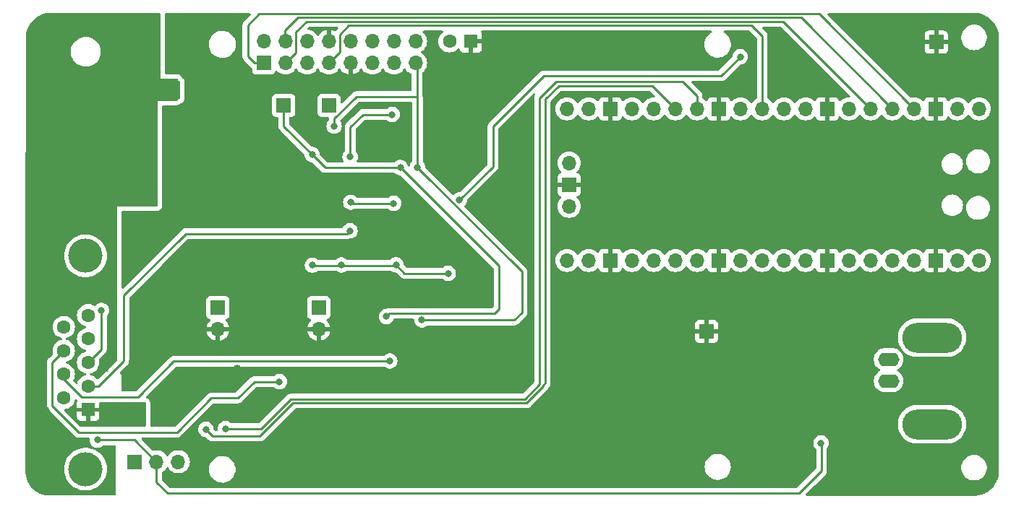
<source format=gbr>
%TF.GenerationSoftware,KiCad,Pcbnew,8.0.4*%
%TF.CreationDate,2024-10-06T11:56:08+02:00*%
%TF.ProjectId,ProbeBoardPublicV5,50726f62-6542-46f6-9172-645075626c69,5.1*%
%TF.SameCoordinates,Original*%
%TF.FileFunction,Copper,L2,Bot*%
%TF.FilePolarity,Positive*%
%FSLAX46Y46*%
G04 Gerber Fmt 4.6, Leading zero omitted, Abs format (unit mm)*
G04 Created by KiCad (PCBNEW 8.0.4) date 2024-10-06 11:56:08*
%MOMM*%
%LPD*%
G01*
G04 APERTURE LIST*
%TA.AperFunction,ComponentPad*%
%ADD10R,1.700000X1.700000*%
%TD*%
%TA.AperFunction,ComponentPad*%
%ADD11O,1.700000X1.700000*%
%TD*%
%TA.AperFunction,ComponentPad*%
%ADD12C,4.000000*%
%TD*%
%TA.AperFunction,ComponentPad*%
%ADD13R,1.600000X1.600000*%
%TD*%
%TA.AperFunction,ComponentPad*%
%ADD14C,1.600000*%
%TD*%
%TA.AperFunction,ComponentPad*%
%ADD15O,2.500000X1.600000*%
%TD*%
%TA.AperFunction,ComponentPad*%
%ADD16O,7.000000X3.500000*%
%TD*%
%TA.AperFunction,ViaPad*%
%ADD17C,1.000000*%
%TD*%
%TA.AperFunction,ViaPad*%
%ADD18C,0.800000*%
%TD*%
%TA.AperFunction,Conductor*%
%ADD19C,0.250000*%
%TD*%
G04 APERTURE END LIST*
D10*
%TO.P,J2,1,Pin_1*%
%TO.N,SPISCK_A*%
X126350000Y-77740000D03*
D11*
%TO.P,J2,2,Pin_2*%
%TO.N,SPICS_A*%
X126350000Y-75200000D03*
%TO.P,J2,3,Pin_3*%
%TO.N,MOSI_A*%
X128890000Y-77740000D03*
%TO.P,J2,4,Pin_4*%
%TO.N,MISO_A*%
X128890000Y-75200000D03*
%TO.P,J2,5,Pin_5*%
%TO.N,GPIO0_A*%
X131430000Y-77740000D03*
%TO.P,J2,6,Pin_6*%
%TO.N,GPIO1_A*%
X131430000Y-75200000D03*
%TO.P,J2,7,Pin_7*%
%TO.N,~{SYNC_A}*%
X133970000Y-77740000D03*
%TO.P,J2,8,Pin_8*%
%TO.N,GND*%
X133970000Y-75200000D03*
%TO.P,J2,9,Pin_9*%
X136510000Y-77740000D03*
%TO.P,J2,10,Pin_10*%
%TO.N,TX_A*%
X136510000Y-75200000D03*
%TO.P,J2,11,Pin_11*%
%TO.N,RX_A*%
X139050000Y-77740000D03*
%TO.P,J2,12,Pin_12*%
%TO.N,GND*%
X139050000Y-75200000D03*
%TO.P,J2,13,Pin_13*%
%TO.N,GPIO0_B*%
X141590000Y-77740000D03*
%TO.P,J2,14,Pin_14*%
%TO.N,GPIO1_B*%
X141590000Y-75200000D03*
%TO.P,J2,15,Pin_15*%
%TO.N,-5V*%
X144130000Y-77740000D03*
%TO.P,J2,16,Pin_16*%
%TO.N,5VProbe*%
X144130000Y-75200000D03*
%TD*%
D10*
%TO.P,J7,1,Pin_1*%
%TO.N,Net-(CR3-K)*%
X132800000Y-106425000D03*
D11*
%TO.P,J7,2,Pin_2*%
%TO.N,GND*%
X132800000Y-108965000D03*
%TD*%
%TO.P,U5,1,GPIO0*%
%TO.N,unconnected-(U5-GPIO0-Pad1)_0*%
X210130000Y-83110000D03*
%TO.P,U5,2,GPIO1*%
%TO.N,unconnected-(U5-GPIO1-Pad2)_0*%
X207590000Y-83110000D03*
D10*
%TO.P,U5,3,GND*%
%TO.N,GND*%
X205050000Y-83110000D03*
D11*
%TO.P,U5,4,GPIO2*%
%TO.N,SPISCK_A*%
X202510000Y-83110000D03*
%TO.P,U5,5,GPIO3*%
%TO.N,MISO_A*%
X199970000Y-83110000D03*
%TO.P,U5,6,GPIO4*%
%TO.N,MOSI_A*%
X197430000Y-83110000D03*
%TO.P,U5,7,GPIO5*%
%TO.N,SPICS_A*%
X194890000Y-83110000D03*
D10*
%TO.P,U5,8,GND*%
%TO.N,GND*%
X192350000Y-83110000D03*
D11*
%TO.P,U5,9,GPIO6*%
%TO.N,~{HIGH_A}*%
X189810000Y-83110000D03*
%TO.P,U5,10,GPIO7*%
%TO.N,~{LOW_A}*%
X187270000Y-83110000D03*
%TO.P,U5,11,GPIO8*%
%TO.N,~{SYNC_A}*%
X184730000Y-83110000D03*
%TO.P,U5,12,GPIO9*%
%TO.N,SYNC OUT_A*%
X182190000Y-83110000D03*
D10*
%TO.P,U5,13,GND*%
%TO.N,GND*%
X179650000Y-83110000D03*
D11*
%TO.P,U5,14,GPIO10*%
%TO.N,LEDHI_A*%
X177110000Y-83110000D03*
%TO.P,U5,15,GPIO11*%
%TO.N,LEDLO_A*%
X174570000Y-83110000D03*
%TO.P,U5,16,GPIO12*%
%TO.N,PULSEHI_A*%
X172030000Y-83110000D03*
%TO.P,U5,17,GPIO13*%
%TO.N,~{PULSELO_A}*%
X169490000Y-83110000D03*
D10*
%TO.P,U5,18,GND*%
%TO.N,GND*%
X166950000Y-83110000D03*
D11*
%TO.P,U5,19,GPIO14*%
%TO.N,unconnected-(U5-GPIO14-Pad19)_0*%
X164410000Y-83110000D03*
%TO.P,U5,20,GPIO15*%
%TO.N,unconnected-(U5-GPIO15-Pad20)_0*%
X161870000Y-83110000D03*
%TO.P,U5,21,GPIO16*%
%TO.N,unconnected-(U5-GPIO16-Pad21)_0*%
X161870000Y-100890000D03*
%TO.P,U5,22,GPIO17*%
%TO.N,unconnected-(U5-GPIO17-Pad22)*%
X164410000Y-100890000D03*
D10*
%TO.P,U5,23,GND*%
%TO.N,GND*%
X166950000Y-100890000D03*
D11*
%TO.P,U5,24,GPIO18*%
%TO.N,unconnected-(U5-GPIO18-Pad24)*%
X169490000Y-100890000D03*
%TO.P,U5,25,GPIO19*%
%TO.N,unconnected-(U5-GPIO19-Pad25)*%
X172030000Y-100890000D03*
%TO.P,U5,26,GPIO20*%
%TO.N,unconnected-(U5-GPIO20-Pad26)*%
X174570000Y-100890000D03*
%TO.P,U5,27,GPIO21*%
%TO.N,unconnected-(U5-GPIO21-Pad27)_0*%
X177110000Y-100890000D03*
D10*
%TO.P,U5,28,GND*%
%TO.N,GND*%
X179650000Y-100890000D03*
D11*
%TO.P,U5,29,GPIO22*%
%TO.N,unconnected-(U5-GPIO22-Pad29)_0*%
X182190000Y-100890000D03*
%TO.P,U5,30,RUN*%
%TO.N,unconnected-(U5-RUN-Pad30)_0*%
X184730000Y-100890000D03*
%TO.P,U5,31,GPIO26_ADC0*%
%TO.N,unconnected-(U5-GPIO26_ADC0-Pad31)*%
X187270000Y-100890000D03*
%TO.P,U5,32,GPIO27_ADC1*%
%TO.N,unconnected-(U5-GPIO27_ADC1-Pad32)*%
X189810000Y-100890000D03*
D10*
%TO.P,U5,33,AGND*%
%TO.N,GND*%
X192350000Y-100890000D03*
D11*
%TO.P,U5,34,GPIO28_ADC2*%
%TO.N,unconnected-(U5-GPIO28_ADC2-Pad34)*%
X194890000Y-100890000D03*
%TO.P,U5,35,ADC_VREF*%
%TO.N,unconnected-(U5-ADC_VREF-Pad35)_0*%
X197430000Y-100890000D03*
%TO.P,U5,36,3V3*%
%TO.N,+3V3*%
X199970000Y-100890000D03*
%TO.P,U5,37,3V3_EN*%
%TO.N,unconnected-(U5-3V3_EN-Pad37)*%
X202510000Y-100890000D03*
D10*
%TO.P,U5,38,GND*%
%TO.N,GND*%
X205050000Y-100890000D03*
D11*
%TO.P,U5,39,VSYS*%
%TO.N,Net-(D1-K)*%
X207590000Y-100890000D03*
%TO.P,U5,40,VBUS*%
%TO.N,unconnected-(U5-VBUS-Pad40)*%
X210130000Y-100890000D03*
%TO.P,U5,41,SWCLK*%
%TO.N,unconnected-(U5-SWCLK-Pad41)_0*%
X162100000Y-89460000D03*
D10*
%TO.P,U5,42,GND*%
%TO.N,GND*%
X162100000Y-92000000D03*
D11*
%TO.P,U5,43,SWDIO*%
%TO.N,unconnected-(U5-SWDIO-Pad43)_0*%
X162100000Y-94540000D03*
%TD*%
D10*
%TO.P,J4,1,Pin_1*%
%TO.N,Net-(J4-Pin_1)*%
X121000000Y-106425000D03*
D11*
%TO.P,J4,2,Pin_2*%
%TO.N,GND*%
X121000000Y-108965000D03*
%TD*%
D10*
%TO.P,J9,1,Pin_1*%
%TO.N,Net-(D3-K)*%
X111275000Y-124500000D03*
D11*
%TO.P,J9,2,Pin_2*%
%TO.N,5VProbe*%
X113815000Y-124500000D03*
%TO.P,J9,3,Pin_3*%
%TO.N,Net-(D2-K)*%
X116355000Y-124500000D03*
%TD*%
D10*
%TO.P,TP2,1,1*%
%TO.N,GND*%
X205100000Y-75300000D03*
%TD*%
%TO.P,TP8,1,1*%
%TO.N,GND*%
X178200000Y-109200000D03*
%TD*%
D12*
%TO.P,J1,0,PAD*%
%TO.N,unconnected-(J1-PAD-Pad0)*%
X105500000Y-100360000D03*
%TO.N,unconnected-(J1-PAD-Pad0)_0*%
X105500000Y-125360000D03*
D13*
%TO.P,J1,1,1*%
%TO.N,FUSE_GND*%
X105800000Y-118400000D03*
D14*
%TO.P,J1,2,2*%
%TO.N,DB9_Probe*%
X105800000Y-115630000D03*
%TO.P,J1,3,3*%
%TO.N,~{PULSEHI}*%
X105800000Y-112860000D03*
%TO.P,J1,4,4*%
%TO.N,5VProbe*%
X105800000Y-110090000D03*
%TO.P,J1,5,5*%
%TO.N,SHIELD*%
X105800000Y-107320000D03*
%TO.P,J1,6,6*%
%TO.N,~{GRN}*%
X102960000Y-117015000D03*
%TO.P,J1,7,7*%
%TO.N,PULSELO*%
X102960000Y-114245000D03*
%TO.P,J1,8,8*%
%TO.N,-.7V*%
X102960000Y-111475000D03*
%TO.P,J1,9,9*%
%TO.N,~{RED}*%
X102960000Y-108705000D03*
%TD*%
D10*
%TO.P,TP1,1,1*%
%TO.N,Net-(U1-D2)*%
X128700000Y-82700000D03*
%TD*%
D15*
%TO.P,J10,1,In*%
%TO.N,Net-(J10-In)*%
X199525000Y-115025000D03*
D16*
%TO.P,J10,2,Ext*%
%TO.N,Net-(J10-Ext)*%
X204605000Y-109945000D03*
D15*
X199525000Y-112485000D03*
D16*
X204605000Y-120105000D03*
%TD*%
D10*
%TO.P,TP4,1,1*%
%TO.N,Net-(CR3-K)*%
X134000000Y-82700000D03*
%TD*%
D13*
%TO.P,C3,1*%
%TO.N,GND*%
X150605112Y-75200000D03*
D14*
%TO.P,C3,2*%
%TO.N,5VProbe*%
X148105112Y-75200000D03*
%TD*%
D17*
%TO.N,GND*%
X151550000Y-85075000D03*
X146050000Y-97425000D03*
X153800000Y-97250000D03*
X142925000Y-83525000D03*
X147225000Y-84875000D03*
X182225000Y-74450000D03*
X123239016Y-113595000D03*
X129700000Y-99900000D03*
X125125000Y-81525000D03*
X141100000Y-115250000D03*
X136700000Y-108850000D03*
X152650000Y-103800000D03*
X111275000Y-113500000D03*
X195500000Y-73325000D03*
X120525000Y-115575000D03*
X113575000Y-95700000D03*
X115650000Y-115425000D03*
D18*
%TO.N,5VProbe*%
X141850000Y-101400000D03*
X135460833Y-101425000D03*
X191600000Y-122300000D03*
X132075000Y-101450000D03*
X106875000Y-121950000D03*
X147960000Y-102400000D03*
%TO.N,~{PULSEHI}*%
X107350000Y-106740000D03*
%TO.N,PULSELO*%
X141120000Y-112680000D03*
%TO.N,-.7V*%
X128200000Y-115100000D03*
%TO.N,-5V*%
X134600002Y-85149999D03*
X144350000Y-89975000D03*
X144875000Y-107875000D03*
D17*
%TO.N,FUSE_GND*%
X107800000Y-113510000D03*
X100775000Y-124775000D03*
X101275000Y-84050000D03*
X100825000Y-118500000D03*
D18*
%TO.N,LEDHI_A*%
X121897221Y-120616667D03*
%TO.N,LEDLO_A*%
X119600000Y-120699990D03*
%TO.N,0.339V*%
X141575000Y-94200000D03*
X136550000Y-94075000D03*
%TO.N,~{HIGH_B}*%
X182150000Y-77000000D03*
X149275000Y-93800000D03*
%TO.N,~{LOW_B}*%
X136475000Y-88750000D03*
X141400000Y-83775000D03*
%TO.N,Net-(U1-D2)*%
X132025000Y-88475000D03*
X140724998Y-107475000D03*
X142350000Y-90000000D03*
%TO.N,DB9_Probe*%
X136463866Y-97411585D03*
%TD*%
D19*
%TO.N,5VProbe*%
X113815000Y-126915000D02*
X115100000Y-128200000D01*
X135410833Y-101475000D02*
X135460833Y-101425000D01*
X115100000Y-128200000D02*
X189025000Y-128200000D01*
X191675000Y-125550000D02*
X191675000Y-122375000D01*
X111265000Y-121950000D02*
X113815000Y-124500000D01*
X113815000Y-124500000D02*
X113815000Y-126915000D01*
X189025000Y-128200000D02*
X191675000Y-125550000D01*
X132100000Y-101475000D02*
X135410833Y-101475000D01*
X147960000Y-102400000D02*
X142850000Y-102400000D01*
X106875000Y-121950000D02*
X111265000Y-121950000D01*
X141775000Y-101475000D02*
X141850000Y-101400000D01*
X132075000Y-101450000D02*
X132100000Y-101475000D01*
X135510833Y-101475000D02*
X141775000Y-101475000D01*
X135460833Y-101425000D02*
X135510833Y-101475000D01*
X191675000Y-122375000D02*
X191600000Y-122300000D01*
X142850000Y-102400000D02*
X141850000Y-101400000D01*
%TO.N,~{PULSEHI}*%
X107350000Y-111310000D02*
X107350000Y-106740000D01*
X105800000Y-112860000D02*
X107350000Y-111310000D01*
%TO.N,PULSELO*%
X115840000Y-112720000D02*
X141080000Y-112720000D01*
X105020000Y-116900000D02*
X111660000Y-116900000D01*
X102960000Y-114245000D02*
X102960000Y-114840000D01*
X102960000Y-114840000D02*
X105020000Y-116900000D01*
X111660000Y-116900000D02*
X115840000Y-112720000D01*
X141080000Y-112720000D02*
X141120000Y-112680000D01*
%TO.N,-.7V*%
X125263602Y-115100000D02*
X128200000Y-115100000D01*
X101600000Y-117970000D02*
X104679738Y-121049738D01*
X120220000Y-117025000D02*
X123338602Y-117025000D01*
X116195262Y-121049738D02*
X120220000Y-117025000D01*
X123338602Y-117025000D02*
X125263602Y-115100000D01*
X102960000Y-111475000D02*
X101600000Y-112835000D01*
X104679738Y-121049738D02*
X116195262Y-121049738D01*
X101600000Y-112835000D02*
X101600000Y-117970000D01*
%TO.N,-5V*%
X156600000Y-102225000D02*
X156600000Y-106975000D01*
X144325000Y-77935000D02*
X144130000Y-77740000D01*
X144350000Y-89975000D02*
X144350000Y-81750000D01*
X144275000Y-81675000D02*
X144300000Y-81700000D01*
X134600002Y-84274998D02*
X137200000Y-81675000D01*
X144300000Y-81700000D02*
X144325000Y-81675000D01*
X155700000Y-107875000D02*
X144875000Y-107875000D01*
X144350000Y-81750000D02*
X144300000Y-81700000D01*
X137200000Y-81675000D02*
X144275000Y-81675000D01*
X144325000Y-81675000D02*
X144325000Y-77935000D01*
X144350000Y-89975000D02*
X156600000Y-102225000D01*
X134600002Y-85149999D02*
X134600002Y-84274998D01*
X156600000Y-106975000D02*
X155700000Y-107875000D01*
%TO.N,FUSE_GND*%
X111300000Y-88665000D02*
X111310000Y-88675000D01*
%TO.N,SPISCK_A*%
X130168194Y-71970410D02*
X191370410Y-71970410D01*
X125825000Y-71975000D02*
X130163604Y-71975000D01*
X130163604Y-71975000D02*
X130168194Y-71970410D01*
X126350000Y-77740000D02*
X125250000Y-77740000D01*
X124500000Y-76990000D02*
X124500000Y-73300000D01*
X125250000Y-77740000D02*
X124500000Y-76990000D01*
X124500000Y-73300000D02*
X125825000Y-71975000D01*
X191370410Y-71970410D02*
X202510000Y-83110000D01*
%TO.N,MOSI_A*%
X131379590Y-72870410D02*
X187190410Y-72870410D01*
X130130000Y-74120000D02*
X131379590Y-72870410D01*
X130130000Y-76500000D02*
X130130000Y-74120000D01*
X187190410Y-72870410D02*
X197430000Y-83110000D01*
X128890000Y-77740000D02*
X130130000Y-76500000D01*
%TO.N,MISO_A*%
X128875000Y-73900000D02*
X130354590Y-72420410D01*
X128875000Y-75185000D02*
X128875000Y-73900000D01*
X130354590Y-72420410D02*
X189280410Y-72420410D01*
X128890000Y-75200000D02*
X128875000Y-75185000D01*
X189280410Y-72420410D02*
X199970000Y-83110000D01*
%TO.N,~{SYNC_A}*%
X135250000Y-76460000D02*
X135250000Y-74375000D01*
X135250000Y-74375000D02*
X136304590Y-73320410D01*
X183495410Y-73320410D02*
X184730000Y-74555000D01*
X184730000Y-74555000D02*
X184730000Y-83110000D01*
X136304590Y-73320410D02*
X183495410Y-73320410D01*
X133970000Y-77740000D02*
X135250000Y-76460000D01*
%TO.N,LEDHI_A*%
X121897221Y-120616667D02*
X126058333Y-120616667D01*
X158650000Y-115425000D02*
X158650000Y-81850000D01*
X175400000Y-79900000D02*
X177110000Y-81610000D01*
X156925000Y-117150000D02*
X158650000Y-115425000D01*
X126058333Y-120616667D02*
X129525000Y-117150000D01*
X177110000Y-81610000D02*
X177110000Y-83110000D01*
X158650000Y-81850000D02*
X160600000Y-79900000D01*
X160600000Y-79900000D02*
X175400000Y-79900000D01*
X129525000Y-117150000D02*
X156925000Y-117150000D01*
%TO.N,LEDLO_A*%
X125900000Y-121500000D02*
X129800000Y-117600000D01*
X129800000Y-117600000D02*
X157111396Y-117600000D01*
X159100000Y-115611396D02*
X159100000Y-115511396D01*
X159100000Y-115511396D02*
X159325000Y-115286396D01*
X157111396Y-117600000D02*
X159100000Y-115611396D01*
X120400010Y-121500000D02*
X125900000Y-121500000D01*
X119600000Y-120699990D02*
X120400010Y-121500000D01*
X171860000Y-80400000D02*
X174570000Y-83110000D01*
X160900000Y-80400000D02*
X171860000Y-80400000D01*
X159325000Y-81975000D02*
X160900000Y-80400000D01*
X159325000Y-115286396D02*
X159325000Y-81975000D01*
%TO.N,0.339V*%
X136675000Y-94200000D02*
X141575000Y-94200000D01*
X136550000Y-94075000D02*
X136675000Y-94200000D01*
%TO.N,~{HIGH_B}*%
X179900000Y-79250000D02*
X182150000Y-77000000D01*
X149275000Y-93800000D02*
X153200000Y-89875000D01*
X153200000Y-85200000D02*
X159150000Y-79250000D01*
X153200000Y-85225000D02*
X153200000Y-85200000D01*
X159150000Y-79250000D02*
X179900000Y-79250000D01*
X153200000Y-89875000D02*
X153200000Y-85225000D01*
%TO.N,~{LOW_B}*%
X141400000Y-83775000D02*
X137950000Y-83775000D01*
X137950000Y-83775000D02*
X136475000Y-85250000D01*
X136475000Y-85250000D02*
X136475000Y-88750000D01*
%TO.N,Net-(U1-D2)*%
X153900000Y-106600000D02*
X153900000Y-101550000D01*
X153900000Y-101550000D02*
X142350000Y-90000000D01*
X140724998Y-107475000D02*
X141099998Y-107100000D01*
X128700000Y-85150000D02*
X132025000Y-88475000D01*
X133550000Y-90000000D02*
X132025000Y-88475000D01*
X128700000Y-82700000D02*
X128700000Y-85150000D01*
X153400000Y-107100000D02*
X153900000Y-106600000D01*
X141099998Y-107100000D02*
X153400000Y-107100000D01*
X142350000Y-90000000D02*
X133550000Y-90000000D01*
%TO.N,DB9_Probe*%
X109950000Y-112700000D02*
X109950000Y-112525000D01*
X109950000Y-112525000D02*
X109975000Y-112500000D01*
X109975000Y-105000000D02*
X117225000Y-97750000D01*
X136125451Y-97750000D02*
X136463866Y-97411585D01*
X107020000Y-115630000D02*
X109950000Y-112700000D01*
X109975000Y-112500000D02*
X109975000Y-105000000D01*
X117225000Y-97750000D02*
X136125451Y-97750000D01*
X105800000Y-115630000D02*
X107020000Y-115630000D01*
%TD*%
%TA.AperFunction,Conductor*%
%TO.N,FUSE_GND*%
G36*
X114218039Y-71894685D02*
G01*
X114263794Y-71947489D01*
X114275000Y-71999000D01*
X114275000Y-79525000D01*
X114300000Y-79550000D01*
X116226000Y-79550000D01*
X116293039Y-79569685D01*
X116338794Y-79622489D01*
X116350000Y-79674000D01*
X116350000Y-79800000D01*
X116425000Y-79875000D01*
X116476000Y-79875000D01*
X116543039Y-79894685D01*
X116588794Y-79947489D01*
X116600000Y-79999000D01*
X116600000Y-81851000D01*
X116580315Y-81918039D01*
X116527511Y-81963794D01*
X116476000Y-81975000D01*
X116374999Y-81975000D01*
X116275000Y-82074999D01*
X116265561Y-82097788D01*
X116261727Y-82096200D01*
X116255315Y-82118039D01*
X116202511Y-82163794D01*
X116151000Y-82175000D01*
X113975000Y-82175000D01*
X113975000Y-94451000D01*
X113955315Y-94518039D01*
X113902511Y-94563794D01*
X113851000Y-94575000D01*
X109301362Y-94575000D01*
X109234323Y-94555315D01*
X109226801Y-94549253D01*
X109225000Y-94550000D01*
X109225000Y-112489047D01*
X109205315Y-112556086D01*
X109188681Y-112576728D01*
X106974979Y-114790430D01*
X106913656Y-114823915D01*
X106843964Y-114818931D01*
X106799617Y-114790430D01*
X106639141Y-114629954D01*
X106452734Y-114499432D01*
X106452732Y-114499431D01*
X106246497Y-114403261D01*
X106246488Y-114403258D01*
X106123966Y-114370429D01*
X106102862Y-114364774D01*
X106043202Y-114328410D01*
X106012673Y-114265563D01*
X106020968Y-114196188D01*
X106065453Y-114142310D01*
X106102862Y-114125225D01*
X106246496Y-114086739D01*
X106452734Y-113990568D01*
X106639139Y-113860047D01*
X106800047Y-113699139D01*
X106930568Y-113512734D01*
X107026739Y-113306496D01*
X107085635Y-113086692D01*
X107105468Y-112860000D01*
X107101197Y-112811188D01*
X107097891Y-112773394D01*
X107085635Y-112633308D01*
X107067318Y-112564947D01*
X107068981Y-112495101D01*
X107099410Y-112445178D01*
X107748729Y-111795860D01*
X107748733Y-111795858D01*
X107835858Y-111708733D01*
X107886287Y-111633261D01*
X107904312Y-111606286D01*
X107951463Y-111492451D01*
X107975500Y-111371607D01*
X107975500Y-111248393D01*
X107975500Y-107438687D01*
X107995185Y-107371648D01*
X108007350Y-107355715D01*
X108025891Y-107335122D01*
X108082533Y-107272216D01*
X108177179Y-107108284D01*
X108235674Y-106928256D01*
X108255460Y-106740000D01*
X108235674Y-106551744D01*
X108177179Y-106371716D01*
X108082533Y-106207784D01*
X107955871Y-106067112D01*
X107910800Y-106034366D01*
X107802734Y-105955851D01*
X107802729Y-105955848D01*
X107629807Y-105878857D01*
X107629802Y-105878855D01*
X107484001Y-105847865D01*
X107444646Y-105839500D01*
X107255354Y-105839500D01*
X107222897Y-105846398D01*
X107070197Y-105878855D01*
X107070192Y-105878857D01*
X106897270Y-105955848D01*
X106897265Y-105955851D01*
X106744129Y-106067111D01*
X106744128Y-106067112D01*
X106637309Y-106185746D01*
X106577823Y-106222394D01*
X106507966Y-106221063D01*
X106474039Y-106204350D01*
X106452734Y-106189432D01*
X106357643Y-106145090D01*
X106246497Y-106093261D01*
X106246488Y-106093258D01*
X106026697Y-106034366D01*
X106026693Y-106034365D01*
X106026692Y-106034365D01*
X106026691Y-106034364D01*
X106026686Y-106034364D01*
X105800002Y-106014532D01*
X105799998Y-106014532D01*
X105573313Y-106034364D01*
X105573302Y-106034366D01*
X105353511Y-106093258D01*
X105353502Y-106093261D01*
X105147267Y-106189431D01*
X105147265Y-106189432D01*
X104960858Y-106319954D01*
X104799954Y-106480858D01*
X104669432Y-106667265D01*
X104669431Y-106667267D01*
X104573261Y-106873502D01*
X104573258Y-106873511D01*
X104514366Y-107093302D01*
X104514364Y-107093313D01*
X104494532Y-107319998D01*
X104494532Y-107320001D01*
X104514364Y-107546686D01*
X104514366Y-107546697D01*
X104573258Y-107766488D01*
X104573261Y-107766497D01*
X104669431Y-107972732D01*
X104669432Y-107972734D01*
X104799954Y-108159141D01*
X104960858Y-108320045D01*
X104960861Y-108320047D01*
X105147266Y-108450568D01*
X105353504Y-108546739D01*
X105353509Y-108546740D01*
X105353511Y-108546741D01*
X105497136Y-108585225D01*
X105556797Y-108621590D01*
X105587326Y-108684437D01*
X105579031Y-108753812D01*
X105534546Y-108807690D01*
X105497136Y-108824775D01*
X105353511Y-108863258D01*
X105353502Y-108863261D01*
X105147267Y-108959431D01*
X105147265Y-108959432D01*
X104960858Y-109089954D01*
X104799954Y-109250858D01*
X104669432Y-109437265D01*
X104669431Y-109437267D01*
X104573261Y-109643502D01*
X104573258Y-109643511D01*
X104514366Y-109863302D01*
X104514364Y-109863313D01*
X104494532Y-110089998D01*
X104494532Y-110090001D01*
X104514364Y-110316686D01*
X104514366Y-110316697D01*
X104573258Y-110536488D01*
X104573261Y-110536497D01*
X104669431Y-110742732D01*
X104669432Y-110742734D01*
X104799954Y-110929141D01*
X104960858Y-111090045D01*
X104960861Y-111090047D01*
X105147266Y-111220568D01*
X105353504Y-111316739D01*
X105353509Y-111316740D01*
X105353511Y-111316741D01*
X105497136Y-111355225D01*
X105556797Y-111391590D01*
X105587326Y-111454437D01*
X105579031Y-111523812D01*
X105534546Y-111577690D01*
X105497136Y-111594775D01*
X105353511Y-111633258D01*
X105353502Y-111633261D01*
X105147267Y-111729431D01*
X105147265Y-111729432D01*
X104960858Y-111859954D01*
X104799954Y-112020858D01*
X104669432Y-112207265D01*
X104669431Y-112207267D01*
X104573261Y-112413502D01*
X104573258Y-112413511D01*
X104514366Y-112633302D01*
X104514364Y-112633313D01*
X104494532Y-112859998D01*
X104494532Y-112860001D01*
X104514364Y-113086686D01*
X104514366Y-113086697D01*
X104573258Y-113306488D01*
X104573261Y-113306497D01*
X104669431Y-113512732D01*
X104669432Y-113512734D01*
X104799954Y-113699141D01*
X104960858Y-113860045D01*
X104960861Y-113860047D01*
X105147266Y-113990568D01*
X105353504Y-114086739D01*
X105353509Y-114086740D01*
X105353511Y-114086741D01*
X105497136Y-114125225D01*
X105556797Y-114161590D01*
X105587326Y-114224437D01*
X105579031Y-114293812D01*
X105534546Y-114347690D01*
X105497136Y-114364775D01*
X105353511Y-114403258D01*
X105353502Y-114403261D01*
X105147267Y-114499431D01*
X105147265Y-114499432D01*
X104960858Y-114629954D01*
X104799954Y-114790858D01*
X104669432Y-114977265D01*
X104669431Y-114977267D01*
X104573261Y-115183502D01*
X104573259Y-115183508D01*
X104547453Y-115279820D01*
X104511088Y-115339480D01*
X104448241Y-115370009D01*
X104378865Y-115361714D01*
X104339997Y-115335407D01*
X104086615Y-115082025D01*
X104053130Y-115020702D01*
X104058114Y-114951010D01*
X104072720Y-114923222D01*
X104090568Y-114897734D01*
X104186739Y-114691496D01*
X104245635Y-114471692D01*
X104265468Y-114245000D01*
X104261197Y-114196188D01*
X104251622Y-114086738D01*
X104245635Y-114018308D01*
X104186739Y-113798504D01*
X104090568Y-113592266D01*
X103960047Y-113405861D01*
X103960045Y-113405858D01*
X103799141Y-113244954D01*
X103612734Y-113114432D01*
X103612732Y-113114431D01*
X103406497Y-113018261D01*
X103406488Y-113018258D01*
X103283966Y-112985429D01*
X103262862Y-112979774D01*
X103203202Y-112943410D01*
X103172673Y-112880563D01*
X103180968Y-112811188D01*
X103225453Y-112757310D01*
X103262862Y-112740225D01*
X103406496Y-112701739D01*
X103612734Y-112605568D01*
X103799139Y-112475047D01*
X103960047Y-112314139D01*
X104090568Y-112127734D01*
X104186739Y-111921496D01*
X104245635Y-111701692D01*
X104265468Y-111475000D01*
X104245635Y-111248308D01*
X104186739Y-111028504D01*
X104090568Y-110822266D01*
X103960047Y-110635861D01*
X103960045Y-110635858D01*
X103799141Y-110474954D01*
X103612734Y-110344432D01*
X103612732Y-110344431D01*
X103406497Y-110248261D01*
X103406488Y-110248258D01*
X103283966Y-110215429D01*
X103262862Y-110209774D01*
X103203202Y-110173410D01*
X103172673Y-110110563D01*
X103180968Y-110041188D01*
X103225453Y-109987310D01*
X103262862Y-109970225D01*
X103406496Y-109931739D01*
X103612734Y-109835568D01*
X103799139Y-109705047D01*
X103960047Y-109544139D01*
X104090568Y-109357734D01*
X104186739Y-109151496D01*
X104245635Y-108931692D01*
X104265468Y-108705000D01*
X104261197Y-108656188D01*
X104251622Y-108546738D01*
X104245635Y-108478308D01*
X104186739Y-108258504D01*
X104090568Y-108052266D01*
X103960047Y-107865861D01*
X103960045Y-107865858D01*
X103799141Y-107704954D01*
X103612734Y-107574432D01*
X103612732Y-107574431D01*
X103406497Y-107478261D01*
X103406488Y-107478258D01*
X103186697Y-107419366D01*
X103186693Y-107419365D01*
X103186692Y-107419365D01*
X103186691Y-107419364D01*
X103186686Y-107419364D01*
X102960002Y-107399532D01*
X102959998Y-107399532D01*
X102733313Y-107419364D01*
X102733302Y-107419366D01*
X102513511Y-107478258D01*
X102513502Y-107478261D01*
X102307267Y-107574431D01*
X102307265Y-107574432D01*
X102120858Y-107704954D01*
X101959954Y-107865858D01*
X101829432Y-108052265D01*
X101829431Y-108052267D01*
X101733261Y-108258502D01*
X101733258Y-108258511D01*
X101674366Y-108478302D01*
X101674364Y-108478313D01*
X101654532Y-108704998D01*
X101654532Y-108705001D01*
X101674364Y-108931686D01*
X101674366Y-108931697D01*
X101733258Y-109151488D01*
X101733261Y-109151497D01*
X101829431Y-109357732D01*
X101829432Y-109357734D01*
X101959954Y-109544141D01*
X102120858Y-109705045D01*
X102120861Y-109705047D01*
X102307266Y-109835568D01*
X102513504Y-109931739D01*
X102513509Y-109931740D01*
X102513511Y-109931741D01*
X102657136Y-109970225D01*
X102716797Y-110006590D01*
X102747326Y-110069437D01*
X102739031Y-110138812D01*
X102694546Y-110192690D01*
X102657136Y-110209775D01*
X102513511Y-110248258D01*
X102513502Y-110248261D01*
X102307267Y-110344431D01*
X102307265Y-110344432D01*
X102120858Y-110474954D01*
X101959954Y-110635858D01*
X101829432Y-110822265D01*
X101829431Y-110822267D01*
X101733261Y-111028502D01*
X101733258Y-111028511D01*
X101674366Y-111248302D01*
X101674364Y-111248313D01*
X101663577Y-111371611D01*
X101654532Y-111475000D01*
X101674364Y-111701686D01*
X101674365Y-111701691D01*
X101674366Y-111701697D01*
X101692680Y-111770048D01*
X101691017Y-111839897D01*
X101660586Y-111889821D01*
X101201269Y-112349140D01*
X101114144Y-112436264D01*
X101114138Y-112436272D01*
X101045690Y-112538708D01*
X101045689Y-112538710D01*
X101017996Y-112605569D01*
X100998539Y-112652540D01*
X100998535Y-112652555D01*
X100974500Y-112773389D01*
X100974500Y-118031611D01*
X100998535Y-118152444D01*
X100998540Y-118152461D01*
X101045685Y-118266281D01*
X101045688Y-118266286D01*
X101068638Y-118300632D01*
X101068639Y-118300635D01*
X101068640Y-118300635D01*
X101114141Y-118368732D01*
X101114144Y-118368736D01*
X101205586Y-118460178D01*
X101205608Y-118460198D01*
X104190754Y-121445344D01*
X104190783Y-121445375D01*
X104281001Y-121535593D01*
X104281005Y-121535596D01*
X104383445Y-121604045D01*
X104383451Y-121604048D01*
X104383452Y-121604049D01*
X104497286Y-121651201D01*
X104557709Y-121663219D01*
X104618131Y-121675238D01*
X104618132Y-121675238D01*
X105860703Y-121675238D01*
X105927742Y-121694923D01*
X105973497Y-121747727D01*
X105984023Y-121812196D01*
X105969540Y-121950000D01*
X105989326Y-122138256D01*
X105989327Y-122138259D01*
X106047818Y-122318277D01*
X106047821Y-122318284D01*
X106142467Y-122482216D01*
X106244185Y-122595185D01*
X106269129Y-122622888D01*
X106422265Y-122734148D01*
X106422270Y-122734151D01*
X106595192Y-122811142D01*
X106595197Y-122811144D01*
X106780354Y-122850500D01*
X106780355Y-122850500D01*
X106969644Y-122850500D01*
X106969646Y-122850500D01*
X107154803Y-122811144D01*
X107327730Y-122734151D01*
X107480871Y-122622888D01*
X107483788Y-122619647D01*
X107486600Y-122616526D01*
X107546087Y-122579879D01*
X107578748Y-122575500D01*
X108926000Y-122575500D01*
X108993039Y-122595185D01*
X109038794Y-122647989D01*
X109050000Y-122699500D01*
X109050000Y-128351000D01*
X109030315Y-128418039D01*
X108977511Y-128463794D01*
X108926000Y-128475000D01*
X101051341Y-128475000D01*
X101036395Y-128474096D01*
X101019249Y-128472014D01*
X100849635Y-128451419D01*
X100834908Y-128448720D01*
X100509142Y-128368429D01*
X100494845Y-128363974D01*
X100181133Y-128244999D01*
X100167479Y-128238854D01*
X99870393Y-128082933D01*
X99857578Y-128075186D01*
X99581457Y-127884595D01*
X99569670Y-127875361D01*
X99318525Y-127652867D01*
X99307937Y-127642278D01*
X99160109Y-127475415D01*
X99085452Y-127391145D01*
X99076220Y-127379362D01*
X98885622Y-127103235D01*
X98877876Y-127090421D01*
X98858342Y-127053204D01*
X98721950Y-126793333D01*
X98715812Y-126779695D01*
X98596831Y-126465972D01*
X98592377Y-126451679D01*
X98512077Y-126125894D01*
X98509384Y-126111197D01*
X98468826Y-125777177D01*
X98467937Y-125764107D01*
X98465423Y-125596287D01*
X98465410Y-125594547D01*
X98465641Y-125359994D01*
X102994556Y-125359994D01*
X102994556Y-125360005D01*
X103014310Y-125674004D01*
X103014311Y-125674011D01*
X103020708Y-125707546D01*
X103045033Y-125835063D01*
X103073270Y-125983083D01*
X103170497Y-126282316D01*
X103170499Y-126282321D01*
X103304461Y-126567003D01*
X103304464Y-126567009D01*
X103473051Y-126832661D01*
X103473054Y-126832665D01*
X103673606Y-127075090D01*
X103673608Y-127075092D01*
X103902968Y-127290476D01*
X103902978Y-127290484D01*
X104157504Y-127475408D01*
X104157509Y-127475410D01*
X104157516Y-127475416D01*
X104433234Y-127626994D01*
X104433239Y-127626996D01*
X104433241Y-127626997D01*
X104433242Y-127626998D01*
X104725771Y-127742818D01*
X104725774Y-127742819D01*
X104953415Y-127801267D01*
X105030527Y-127821066D01*
X105096010Y-127829338D01*
X105342670Y-127860499D01*
X105342679Y-127860499D01*
X105342682Y-127860500D01*
X105342684Y-127860500D01*
X105657316Y-127860500D01*
X105657318Y-127860500D01*
X105657321Y-127860499D01*
X105657329Y-127860499D01*
X105843593Y-127836968D01*
X105969473Y-127821066D01*
X106274225Y-127742819D01*
X106274228Y-127742818D01*
X106566757Y-127626998D01*
X106566758Y-127626997D01*
X106566756Y-127626997D01*
X106566766Y-127626994D01*
X106842484Y-127475416D01*
X107097030Y-127290478D01*
X107326390Y-127075094D01*
X107526947Y-126832663D01*
X107695537Y-126567007D01*
X107829503Y-126282315D01*
X107926731Y-125983079D01*
X107985688Y-125674015D01*
X107985689Y-125674004D01*
X108005444Y-125360005D01*
X108005444Y-125359994D01*
X107985689Y-125045995D01*
X107985688Y-125045988D01*
X107985688Y-125045985D01*
X107926731Y-124736921D01*
X107829503Y-124437685D01*
X107695537Y-124152993D01*
X107526947Y-123887337D01*
X107473037Y-123822171D01*
X107326393Y-123644909D01*
X107326391Y-123644907D01*
X107097031Y-123429523D01*
X107097021Y-123429515D01*
X106842495Y-123244591D01*
X106842488Y-123244586D01*
X106842484Y-123244584D01*
X106566766Y-123093006D01*
X106566763Y-123093004D01*
X106566758Y-123093002D01*
X106566757Y-123093001D01*
X106274228Y-122977181D01*
X106274225Y-122977180D01*
X105969476Y-122898934D01*
X105969463Y-122898932D01*
X105657329Y-122859500D01*
X105657318Y-122859500D01*
X105342682Y-122859500D01*
X105342670Y-122859500D01*
X105030536Y-122898932D01*
X105030523Y-122898934D01*
X104725774Y-122977180D01*
X104725771Y-122977181D01*
X104433242Y-123093001D01*
X104433241Y-123093002D01*
X104157516Y-123244584D01*
X104157504Y-123244591D01*
X103902978Y-123429515D01*
X103902968Y-123429523D01*
X103673608Y-123644907D01*
X103673606Y-123644909D01*
X103473054Y-123887334D01*
X103473051Y-123887338D01*
X103304464Y-124152990D01*
X103304461Y-124152996D01*
X103170499Y-124437678D01*
X103170497Y-124437683D01*
X103073270Y-124736916D01*
X103014311Y-125045988D01*
X103014310Y-125045995D01*
X102994556Y-125359994D01*
X98465641Y-125359994D01*
X98490223Y-100359994D01*
X102994556Y-100359994D01*
X102994556Y-100360005D01*
X103014310Y-100674004D01*
X103014311Y-100674011D01*
X103073270Y-100983083D01*
X103170497Y-101282316D01*
X103170499Y-101282321D01*
X103304461Y-101567003D01*
X103304464Y-101567009D01*
X103473051Y-101832661D01*
X103473054Y-101832665D01*
X103673606Y-102075090D01*
X103673608Y-102075092D01*
X103902968Y-102290476D01*
X103902978Y-102290484D01*
X104157504Y-102475408D01*
X104157509Y-102475410D01*
X104157516Y-102475416D01*
X104433234Y-102626994D01*
X104433239Y-102626996D01*
X104433241Y-102626997D01*
X104433242Y-102626998D01*
X104725771Y-102742818D01*
X104725774Y-102742819D01*
X105030523Y-102821065D01*
X105030527Y-102821066D01*
X105096010Y-102829338D01*
X105342670Y-102860499D01*
X105342679Y-102860499D01*
X105342682Y-102860500D01*
X105342684Y-102860500D01*
X105657316Y-102860500D01*
X105657318Y-102860500D01*
X105657321Y-102860499D01*
X105657329Y-102860499D01*
X105843593Y-102836968D01*
X105969473Y-102821066D01*
X106274225Y-102742819D01*
X106274228Y-102742818D01*
X106566757Y-102626998D01*
X106566758Y-102626997D01*
X106566756Y-102626997D01*
X106566766Y-102626994D01*
X106842484Y-102475416D01*
X107097030Y-102290478D01*
X107326390Y-102075094D01*
X107526947Y-101832663D01*
X107695537Y-101567007D01*
X107829503Y-101282315D01*
X107926731Y-100983079D01*
X107985688Y-100674015D01*
X108005444Y-100360000D01*
X107985688Y-100045985D01*
X107926731Y-99736921D01*
X107829503Y-99437685D01*
X107695537Y-99152993D01*
X107526947Y-98887337D01*
X107526945Y-98887334D01*
X107326393Y-98644909D01*
X107326391Y-98644907D01*
X107097031Y-98429523D01*
X107097021Y-98429515D01*
X106842495Y-98244591D01*
X106842488Y-98244586D01*
X106842484Y-98244584D01*
X106566766Y-98093006D01*
X106566763Y-98093004D01*
X106566758Y-98093002D01*
X106566757Y-98093001D01*
X106274228Y-97977181D01*
X106274225Y-97977180D01*
X105969476Y-97898934D01*
X105969463Y-97898932D01*
X105657329Y-97859500D01*
X105657318Y-97859500D01*
X105342682Y-97859500D01*
X105342670Y-97859500D01*
X105030536Y-97898932D01*
X105030523Y-97898934D01*
X104725774Y-97977180D01*
X104725771Y-97977181D01*
X104433242Y-98093001D01*
X104433241Y-98093002D01*
X104157516Y-98244584D01*
X104157504Y-98244591D01*
X103902978Y-98429515D01*
X103902968Y-98429523D01*
X103673608Y-98644907D01*
X103673606Y-98644909D01*
X103473054Y-98887334D01*
X103473051Y-98887338D01*
X103304464Y-99152990D01*
X103304461Y-99152996D01*
X103170499Y-99437678D01*
X103170497Y-99437683D01*
X103073270Y-99736916D01*
X103014311Y-100045988D01*
X103014310Y-100045995D01*
X102994556Y-100359994D01*
X98490223Y-100359994D01*
X98513887Y-76294031D01*
X103782447Y-76294031D01*
X103782447Y-76555968D01*
X103821482Y-76814953D01*
X103821484Y-76814959D01*
X103898688Y-77065246D01*
X104012326Y-77301218D01*
X104012327Y-77301220D01*
X104012329Y-77301223D01*
X104012331Y-77301227D01*
X104159877Y-77517637D01*
X104338024Y-77709635D01*
X104338028Y-77709638D01*
X104338029Y-77709639D01*
X104542808Y-77872945D01*
X104769639Y-78003906D01*
X105013455Y-78099597D01*
X105268810Y-78157880D01*
X105268815Y-78157880D01*
X105268818Y-78157881D01*
X105529997Y-78177454D01*
X105530000Y-78177454D01*
X105530003Y-78177454D01*
X105791181Y-78157881D01*
X105791182Y-78157880D01*
X105791190Y-78157880D01*
X106046545Y-78099597D01*
X106290361Y-78003906D01*
X106517192Y-77872945D01*
X106721971Y-77709639D01*
X106900123Y-77517637D01*
X107047669Y-77301227D01*
X107161313Y-77065243D01*
X107238516Y-76814958D01*
X107277553Y-76555961D01*
X107277553Y-76555952D01*
X107277554Y-76555944D01*
X107280000Y-76425000D01*
X107277554Y-76294055D01*
X107277553Y-76294046D01*
X107277553Y-76294039D01*
X107238516Y-76035042D01*
X107161313Y-75784757D01*
X107047669Y-75548773D01*
X106900123Y-75332363D01*
X106890149Y-75321613D01*
X106721975Y-75140364D01*
X106682589Y-75108955D01*
X106517192Y-74977055D01*
X106290361Y-74846094D01*
X106046545Y-74750403D01*
X106046536Y-74750401D01*
X106046533Y-74750400D01*
X105791188Y-74692119D01*
X105530005Y-74672547D01*
X105529995Y-74672547D01*
X105268811Y-74692119D01*
X105013466Y-74750400D01*
X105013458Y-74750402D01*
X105013455Y-74750403D01*
X105013452Y-74750403D01*
X105013449Y-74750405D01*
X104769638Y-74846094D01*
X104542808Y-74977055D01*
X104338024Y-75140364D01*
X104159877Y-75332362D01*
X104012327Y-75548779D01*
X104012326Y-75548781D01*
X103898688Y-75784753D01*
X103821484Y-76035040D01*
X103821482Y-76035046D01*
X103782447Y-76294031D01*
X98513887Y-76294031D01*
X98515409Y-74746217D01*
X98515422Y-74744569D01*
X98517854Y-74576744D01*
X98518745Y-74563595D01*
X98559297Y-74229606D01*
X98561991Y-74214904D01*
X98642292Y-73889104D01*
X98646746Y-73874815D01*
X98765728Y-73561085D01*
X98771862Y-73547453D01*
X98927803Y-73250331D01*
X98935541Y-73237533D01*
X99126155Y-72961380D01*
X99135371Y-72949617D01*
X99357878Y-72698459D01*
X99368463Y-72687875D01*
X99619617Y-72465371D01*
X99631380Y-72456155D01*
X99907533Y-72265541D01*
X99920331Y-72257803D01*
X100217453Y-72101862D01*
X100231085Y-72095728D01*
X100544821Y-71976743D01*
X100559104Y-71972292D01*
X100884904Y-71891991D01*
X100899609Y-71889297D01*
X100988050Y-71878558D01*
X101009917Y-71875904D01*
X101024862Y-71875000D01*
X114151000Y-71875000D01*
X114218039Y-71894685D01*
G37*
%TD.AperFunction*%
%TA.AperFunction,Conductor*%
G36*
X104407548Y-117184699D02*
G01*
X104446417Y-117211007D01*
X104510260Y-117274850D01*
X104543745Y-117336173D01*
X104538761Y-117405864D01*
X104506403Y-117492620D01*
X104506401Y-117492627D01*
X104500000Y-117552155D01*
X104500000Y-118150000D01*
X105366988Y-118150000D01*
X105334075Y-118207007D01*
X105300000Y-118334174D01*
X105300000Y-118465826D01*
X105334075Y-118592993D01*
X105366988Y-118650000D01*
X104500000Y-118650000D01*
X104500000Y-119247844D01*
X104506401Y-119307372D01*
X104506403Y-119307379D01*
X104556645Y-119442086D01*
X104556649Y-119442093D01*
X104642809Y-119557187D01*
X104642812Y-119557190D01*
X104757906Y-119643350D01*
X104757913Y-119643354D01*
X104892620Y-119693596D01*
X104892627Y-119693598D01*
X104952155Y-119699999D01*
X104952172Y-119700000D01*
X105550000Y-119700000D01*
X105550000Y-118833012D01*
X105607007Y-118865925D01*
X105734174Y-118900000D01*
X105865826Y-118900000D01*
X105992993Y-118865925D01*
X106050000Y-118833012D01*
X106050000Y-119700000D01*
X106647828Y-119700000D01*
X106647844Y-119699999D01*
X106707372Y-119693598D01*
X106707379Y-119693596D01*
X106842086Y-119643354D01*
X106842093Y-119643350D01*
X106957187Y-119557190D01*
X106957190Y-119557187D01*
X107043350Y-119442093D01*
X107043354Y-119442086D01*
X107093596Y-119307379D01*
X107093598Y-119307372D01*
X107099999Y-119247844D01*
X107100000Y-119247827D01*
X107100000Y-118650000D01*
X106233012Y-118650000D01*
X106265925Y-118592993D01*
X106300000Y-118465826D01*
X106300000Y-118334174D01*
X106265925Y-118207007D01*
X106233012Y-118150000D01*
X107100000Y-118150000D01*
X107100000Y-117649500D01*
X107119685Y-117582461D01*
X107172489Y-117536706D01*
X107224000Y-117525500D01*
X111722597Y-117525500D01*
X111732775Y-117525000D01*
X112451000Y-117525000D01*
X112518039Y-117544685D01*
X112563794Y-117597489D01*
X112575000Y-117649000D01*
X112575000Y-120226000D01*
X112555315Y-120293039D01*
X112502511Y-120338794D01*
X112451000Y-120350000D01*
X109151362Y-120350000D01*
X109084323Y-120330315D01*
X109063685Y-120313685D01*
X109050000Y-120300000D01*
X109050000Y-120300001D01*
X109050000Y-120300238D01*
X109030315Y-120367277D01*
X108977511Y-120413032D01*
X108926000Y-120424238D01*
X104990190Y-120424238D01*
X104923151Y-120404553D01*
X104902509Y-120387919D01*
X103033142Y-118518552D01*
X102999657Y-118457229D01*
X103004641Y-118387537D01*
X103046513Y-118331604D01*
X103110015Y-118307343D01*
X103186692Y-118300635D01*
X103406496Y-118241739D01*
X103612734Y-118145568D01*
X103799139Y-118015047D01*
X103960047Y-117854139D01*
X104090568Y-117667734D01*
X104186739Y-117461496D01*
X104238962Y-117266592D01*
X104275325Y-117206935D01*
X104338172Y-117176405D01*
X104407548Y-117184699D01*
G37*
%TD.AperFunction*%
%TD*%
%TA.AperFunction,Conductor*%
%TO.N,GND*%
G36*
X124783086Y-71919685D02*
G01*
X124828841Y-71972489D01*
X124838785Y-72041647D01*
X124809760Y-72105203D01*
X124803728Y-72111681D01*
X124101270Y-72814139D01*
X124101267Y-72814142D01*
X124057703Y-72857706D01*
X124014139Y-72901269D01*
X124014138Y-72901271D01*
X123981329Y-72950374D01*
X123981328Y-72950376D01*
X123945690Y-73003709D01*
X123945688Y-73003713D01*
X123945688Y-73003714D01*
X123925331Y-73052861D01*
X123898538Y-73117544D01*
X123898535Y-73117556D01*
X123874500Y-73238389D01*
X123874500Y-77051611D01*
X123876488Y-77061605D01*
X123876488Y-77061606D01*
X123898535Y-77172443D01*
X123898537Y-77172452D01*
X123910603Y-77201582D01*
X123910604Y-77201584D01*
X123910603Y-77201584D01*
X123945685Y-77286281D01*
X123945691Y-77286292D01*
X123977259Y-77333534D01*
X123977260Y-77333537D01*
X123977261Y-77333537D01*
X124014141Y-77388733D01*
X124105586Y-77480178D01*
X124105608Y-77480198D01*
X124761016Y-78135606D01*
X124761045Y-78135637D01*
X124851263Y-78225855D01*
X124851267Y-78225858D01*
X124944391Y-78288082D01*
X124989196Y-78341694D01*
X124999500Y-78391184D01*
X124999500Y-78637869D01*
X124999501Y-78637876D01*
X125005908Y-78697483D01*
X125056202Y-78832328D01*
X125056206Y-78832335D01*
X125142452Y-78947544D01*
X125142455Y-78947547D01*
X125257664Y-79033793D01*
X125257671Y-79033797D01*
X125392517Y-79084091D01*
X125392516Y-79084091D01*
X125397828Y-79084662D01*
X125452127Y-79090500D01*
X127247872Y-79090499D01*
X127307483Y-79084091D01*
X127442331Y-79033796D01*
X127557546Y-78947546D01*
X127643796Y-78832331D01*
X127692810Y-78700916D01*
X127734681Y-78644984D01*
X127800145Y-78620566D01*
X127868418Y-78635417D01*
X127896673Y-78656569D01*
X128018599Y-78778495D01*
X128115384Y-78846265D01*
X128212165Y-78914032D01*
X128212167Y-78914033D01*
X128212170Y-78914035D01*
X128426337Y-79013903D01*
X128426343Y-79013904D01*
X128426344Y-79013905D01*
X128467062Y-79024815D01*
X128654592Y-79075063D01*
X128831034Y-79090500D01*
X128889999Y-79095659D01*
X128890000Y-79095659D01*
X128890001Y-79095659D01*
X128948966Y-79090500D01*
X129125408Y-79075063D01*
X129353663Y-79013903D01*
X129567830Y-78914035D01*
X129761401Y-78778495D01*
X129928495Y-78611401D01*
X130058425Y-78425842D01*
X130113002Y-78382217D01*
X130182500Y-78375023D01*
X130244855Y-78406546D01*
X130261575Y-78425842D01*
X130391500Y-78611395D01*
X130391505Y-78611401D01*
X130558599Y-78778495D01*
X130655384Y-78846265D01*
X130752165Y-78914032D01*
X130752167Y-78914033D01*
X130752170Y-78914035D01*
X130966337Y-79013903D01*
X130966343Y-79013904D01*
X130966344Y-79013905D01*
X131007062Y-79024815D01*
X131194592Y-79075063D01*
X131371034Y-79090500D01*
X131429999Y-79095659D01*
X131430000Y-79095659D01*
X131430001Y-79095659D01*
X131488966Y-79090500D01*
X131665408Y-79075063D01*
X131893663Y-79013903D01*
X132107830Y-78914035D01*
X132301401Y-78778495D01*
X132468495Y-78611401D01*
X132598425Y-78425842D01*
X132653002Y-78382217D01*
X132722500Y-78375023D01*
X132784855Y-78406546D01*
X132801575Y-78425842D01*
X132931500Y-78611395D01*
X132931505Y-78611401D01*
X133098599Y-78778495D01*
X133195384Y-78846265D01*
X133292165Y-78914032D01*
X133292167Y-78914033D01*
X133292170Y-78914035D01*
X133506337Y-79013903D01*
X133506343Y-79013904D01*
X133506344Y-79013905D01*
X133547062Y-79024815D01*
X133734592Y-79075063D01*
X133911034Y-79090500D01*
X133969999Y-79095659D01*
X133970000Y-79095659D01*
X133970001Y-79095659D01*
X134028966Y-79090500D01*
X134205408Y-79075063D01*
X134433663Y-79013903D01*
X134647830Y-78914035D01*
X134841401Y-78778495D01*
X135008495Y-78611401D01*
X135138730Y-78425405D01*
X135193307Y-78381781D01*
X135262805Y-78374587D01*
X135325160Y-78406110D01*
X135341879Y-78425405D01*
X135471890Y-78611078D01*
X135638917Y-78778105D01*
X135832421Y-78913600D01*
X136046507Y-79013429D01*
X136046516Y-79013433D01*
X136260000Y-79070634D01*
X136260000Y-78173012D01*
X136317007Y-78205925D01*
X136444174Y-78240000D01*
X136575826Y-78240000D01*
X136702993Y-78205925D01*
X136760000Y-78173012D01*
X136760000Y-79070633D01*
X136973483Y-79013433D01*
X136973492Y-79013429D01*
X137187578Y-78913600D01*
X137381082Y-78778105D01*
X137548105Y-78611082D01*
X137678119Y-78425405D01*
X137732696Y-78381781D01*
X137802195Y-78374588D01*
X137864549Y-78406110D01*
X137881269Y-78425405D01*
X138011505Y-78611401D01*
X138178599Y-78778495D01*
X138275384Y-78846265D01*
X138372165Y-78914032D01*
X138372167Y-78914033D01*
X138372170Y-78914035D01*
X138586337Y-79013903D01*
X138586343Y-79013904D01*
X138586344Y-79013905D01*
X138627062Y-79024815D01*
X138814592Y-79075063D01*
X138991034Y-79090500D01*
X139049999Y-79095659D01*
X139050000Y-79095659D01*
X139050001Y-79095659D01*
X139108966Y-79090500D01*
X139285408Y-79075063D01*
X139513663Y-79013903D01*
X139727830Y-78914035D01*
X139921401Y-78778495D01*
X140088495Y-78611401D01*
X140218425Y-78425842D01*
X140273002Y-78382217D01*
X140342500Y-78375023D01*
X140404855Y-78406546D01*
X140421575Y-78425842D01*
X140551500Y-78611395D01*
X140551505Y-78611401D01*
X140718599Y-78778495D01*
X140815384Y-78846265D01*
X140912165Y-78914032D01*
X140912167Y-78914033D01*
X140912170Y-78914035D01*
X141126337Y-79013903D01*
X141126343Y-79013904D01*
X141126344Y-79013905D01*
X141167062Y-79024815D01*
X141354592Y-79075063D01*
X141531034Y-79090500D01*
X141589999Y-79095659D01*
X141590000Y-79095659D01*
X141590001Y-79095659D01*
X141648966Y-79090500D01*
X141825408Y-79075063D01*
X142053663Y-79013903D01*
X142267830Y-78914035D01*
X142461401Y-78778495D01*
X142628495Y-78611401D01*
X142758425Y-78425842D01*
X142813002Y-78382217D01*
X142882500Y-78375023D01*
X142944855Y-78406546D01*
X142961575Y-78425842D01*
X143091500Y-78611395D01*
X143091505Y-78611401D01*
X143258599Y-78778495D01*
X143355384Y-78846265D01*
X143452165Y-78914032D01*
X143452167Y-78914033D01*
X143452170Y-78914035D01*
X143524037Y-78947547D01*
X143627905Y-78995982D01*
X143680344Y-79042155D01*
X143699500Y-79108364D01*
X143699500Y-80925500D01*
X143679815Y-80992539D01*
X143627011Y-81038294D01*
X143575500Y-81049500D01*
X137138388Y-81049500D01*
X137017555Y-81073535D01*
X137017547Y-81073537D01*
X136903717Y-81120687D01*
X136866299Y-81145689D01*
X136801266Y-81189142D01*
X136801262Y-81189145D01*
X135562180Y-82428228D01*
X135500857Y-82461713D01*
X135431165Y-82456729D01*
X135375232Y-82414857D01*
X135350815Y-82349393D01*
X135350499Y-82340547D01*
X135350499Y-81802129D01*
X135350498Y-81802123D01*
X135350497Y-81802116D01*
X135344091Y-81742517D01*
X135339276Y-81729608D01*
X135293797Y-81607671D01*
X135293793Y-81607664D01*
X135207547Y-81492455D01*
X135207544Y-81492452D01*
X135092335Y-81406206D01*
X135092328Y-81406202D01*
X134957482Y-81355908D01*
X134957483Y-81355908D01*
X134897883Y-81349501D01*
X134897881Y-81349500D01*
X134897873Y-81349500D01*
X134897864Y-81349500D01*
X133102129Y-81349500D01*
X133102123Y-81349501D01*
X133042516Y-81355908D01*
X132907671Y-81406202D01*
X132907664Y-81406206D01*
X132792455Y-81492452D01*
X132792452Y-81492455D01*
X132706206Y-81607664D01*
X132706202Y-81607671D01*
X132655908Y-81742517D01*
X132649708Y-81800193D01*
X132649501Y-81802123D01*
X132649500Y-81802135D01*
X132649500Y-83597870D01*
X132649501Y-83597876D01*
X132655908Y-83657483D01*
X132706202Y-83792328D01*
X132706206Y-83792335D01*
X132792452Y-83907544D01*
X132792455Y-83907547D01*
X132907664Y-83993793D01*
X132907671Y-83993797D01*
X133042517Y-84044091D01*
X133042516Y-84044091D01*
X133049444Y-84044835D01*
X133102127Y-84050500D01*
X133855808Y-84050499D01*
X133922847Y-84070183D01*
X133968602Y-84122987D01*
X133978546Y-84192146D01*
X133977426Y-84198685D01*
X133974502Y-84213385D01*
X133974502Y-84451311D01*
X133954817Y-84518350D01*
X133942652Y-84534283D01*
X133867468Y-84617783D01*
X133772823Y-84781714D01*
X133772820Y-84781721D01*
X133714329Y-84961739D01*
X133714328Y-84961743D01*
X133694542Y-85149999D01*
X133714328Y-85338255D01*
X133714329Y-85338258D01*
X133772820Y-85518276D01*
X133772823Y-85518283D01*
X133867469Y-85682215D01*
X133994131Y-85822887D01*
X134147267Y-85934147D01*
X134147272Y-85934150D01*
X134320194Y-86011141D01*
X134320199Y-86011143D01*
X134505356Y-86050499D01*
X134505357Y-86050499D01*
X134694646Y-86050499D01*
X134694648Y-86050499D01*
X134879805Y-86011143D01*
X135052732Y-85934150D01*
X135205873Y-85822887D01*
X135332535Y-85682215D01*
X135427181Y-85518283D01*
X135485676Y-85338255D01*
X135505462Y-85149999D01*
X135485676Y-84961743D01*
X135427181Y-84781715D01*
X135332535Y-84617783D01*
X135320905Y-84604867D01*
X135290676Y-84541877D01*
X135299300Y-84472542D01*
X135325371Y-84434217D01*
X137422772Y-82336819D01*
X137484095Y-82303334D01*
X137510453Y-82300500D01*
X143600500Y-82300500D01*
X143667539Y-82320185D01*
X143713294Y-82372989D01*
X143724500Y-82424500D01*
X143724500Y-89276312D01*
X143704815Y-89343351D01*
X143692650Y-89359284D01*
X143617466Y-89442784D01*
X143522821Y-89606715D01*
X143522819Y-89606719D01*
X143463869Y-89788149D01*
X143424431Y-89845824D01*
X143360072Y-89873022D01*
X143291226Y-89861107D01*
X143239750Y-89813863D01*
X143228007Y-89788148D01*
X143177181Y-89631721D01*
X143177178Y-89631715D01*
X143082533Y-89467784D01*
X142955871Y-89327112D01*
X142955870Y-89327111D01*
X142802734Y-89215851D01*
X142802729Y-89215848D01*
X142629807Y-89138857D01*
X142629802Y-89138855D01*
X142484001Y-89107865D01*
X142444646Y-89099500D01*
X142255354Y-89099500D01*
X142222897Y-89106398D01*
X142070197Y-89138855D01*
X142070192Y-89138857D01*
X141897270Y-89215848D01*
X141897265Y-89215851D01*
X141744130Y-89327110D01*
X141744126Y-89327114D01*
X141738400Y-89333474D01*
X141678913Y-89370121D01*
X141646252Y-89374500D01*
X137369027Y-89374500D01*
X137301988Y-89354815D01*
X137256233Y-89302011D01*
X137246289Y-89232853D01*
X137261640Y-89188501D01*
X137302176Y-89118289D01*
X137302175Y-89118289D01*
X137302179Y-89118284D01*
X137360674Y-88938256D01*
X137380460Y-88750000D01*
X137360674Y-88561744D01*
X137302179Y-88381716D01*
X137207533Y-88217784D01*
X137178999Y-88186094D01*
X137132350Y-88134284D01*
X137102120Y-88071292D01*
X137100500Y-88051312D01*
X137100500Y-85560452D01*
X137120185Y-85493413D01*
X137136819Y-85472771D01*
X138172771Y-84436819D01*
X138234094Y-84403334D01*
X138260452Y-84400500D01*
X140696252Y-84400500D01*
X140763291Y-84420185D01*
X140788400Y-84441526D01*
X140794126Y-84447885D01*
X140794130Y-84447889D01*
X140947265Y-84559148D01*
X140947270Y-84559151D01*
X141120192Y-84636142D01*
X141120197Y-84636144D01*
X141305354Y-84675500D01*
X141305355Y-84675500D01*
X141494644Y-84675500D01*
X141494646Y-84675500D01*
X141679803Y-84636144D01*
X141852730Y-84559151D01*
X142005871Y-84447888D01*
X142132533Y-84307216D01*
X142227179Y-84143284D01*
X142285674Y-83963256D01*
X142305460Y-83775000D01*
X142285674Y-83586744D01*
X142227179Y-83406716D01*
X142132533Y-83242784D01*
X142005871Y-83102112D01*
X142005870Y-83102111D01*
X141852734Y-82990851D01*
X141852729Y-82990848D01*
X141679807Y-82913857D01*
X141679802Y-82913855D01*
X141534001Y-82882865D01*
X141494646Y-82874500D01*
X141305354Y-82874500D01*
X141272897Y-82881398D01*
X141120197Y-82913855D01*
X141120192Y-82913857D01*
X140947270Y-82990848D01*
X140947265Y-82990851D01*
X140794130Y-83102110D01*
X140794126Y-83102114D01*
X140788400Y-83108474D01*
X140728913Y-83145121D01*
X140696252Y-83149500D01*
X137888389Y-83149500D01*
X137827971Y-83161518D01*
X137790259Y-83169019D01*
X137767550Y-83173536D01*
X137767548Y-83173537D01*
X137734207Y-83187347D01*
X137653719Y-83220684D01*
X137653705Y-83220692D01*
X137551272Y-83289138D01*
X137551264Y-83289144D01*
X136800858Y-84039551D01*
X136076270Y-84764139D01*
X136076267Y-84764142D01*
X136039143Y-84801266D01*
X135989142Y-84851266D01*
X135972639Y-84875964D01*
X135956247Y-84900498D01*
X135920689Y-84953713D01*
X135920688Y-84953714D01*
X135894247Y-85017547D01*
X135894248Y-85017548D01*
X135878596Y-85055337D01*
X135878594Y-85055342D01*
X135873537Y-85067547D01*
X135859446Y-85138394D01*
X135859445Y-85138394D01*
X135849500Y-85188389D01*
X135849500Y-88051312D01*
X135829815Y-88118351D01*
X135817650Y-88134284D01*
X135742466Y-88217784D01*
X135647821Y-88381715D01*
X135647818Y-88381722D01*
X135599845Y-88529369D01*
X135589326Y-88561744D01*
X135569540Y-88750000D01*
X135589326Y-88938256D01*
X135589327Y-88938259D01*
X135647818Y-89118277D01*
X135647823Y-89118289D01*
X135688360Y-89188501D01*
X135704833Y-89256401D01*
X135681980Y-89322428D01*
X135627059Y-89365618D01*
X135580973Y-89374500D01*
X133860453Y-89374500D01*
X133793414Y-89354815D01*
X133772772Y-89338181D01*
X132963960Y-88529369D01*
X132930475Y-88468046D01*
X132928323Y-88454668D01*
X132910674Y-88286744D01*
X132852179Y-88106716D01*
X132757533Y-87942784D01*
X132630871Y-87802112D01*
X132630870Y-87802111D01*
X132477734Y-87690851D01*
X132477729Y-87690848D01*
X132304807Y-87613857D01*
X132304802Y-87613855D01*
X132159001Y-87582865D01*
X132119646Y-87574500D01*
X132119645Y-87574500D01*
X132060452Y-87574500D01*
X131993413Y-87554815D01*
X131972771Y-87538181D01*
X129361819Y-84927229D01*
X129328334Y-84865906D01*
X129325500Y-84839548D01*
X129325500Y-84174499D01*
X129345185Y-84107460D01*
X129397989Y-84061705D01*
X129449500Y-84050499D01*
X129597871Y-84050499D01*
X129597872Y-84050499D01*
X129657483Y-84044091D01*
X129792331Y-83993796D01*
X129907546Y-83907546D01*
X129993796Y-83792331D01*
X130044091Y-83657483D01*
X130050500Y-83597873D01*
X130050499Y-81802128D01*
X130044091Y-81742517D01*
X130039276Y-81729608D01*
X129993797Y-81607671D01*
X129993793Y-81607664D01*
X129907547Y-81492455D01*
X129907544Y-81492452D01*
X129792335Y-81406206D01*
X129792328Y-81406202D01*
X129657482Y-81355908D01*
X129657483Y-81355908D01*
X129597883Y-81349501D01*
X129597881Y-81349500D01*
X129597873Y-81349500D01*
X129597864Y-81349500D01*
X127802129Y-81349500D01*
X127802123Y-81349501D01*
X127742516Y-81355908D01*
X127607671Y-81406202D01*
X127607664Y-81406206D01*
X127492455Y-81492452D01*
X127492452Y-81492455D01*
X127406206Y-81607664D01*
X127406202Y-81607671D01*
X127355908Y-81742517D01*
X127349708Y-81800193D01*
X127349501Y-81802123D01*
X127349500Y-81802135D01*
X127349500Y-83597870D01*
X127349501Y-83597876D01*
X127355908Y-83657483D01*
X127406202Y-83792328D01*
X127406206Y-83792335D01*
X127492452Y-83907544D01*
X127492455Y-83907547D01*
X127607664Y-83993793D01*
X127607671Y-83993797D01*
X127637789Y-84005030D01*
X127742517Y-84044091D01*
X127802127Y-84050500D01*
X127950500Y-84050499D01*
X128017539Y-84070183D01*
X128063294Y-84122987D01*
X128074500Y-84174499D01*
X128074500Y-85211611D01*
X128098535Y-85332444D01*
X128098540Y-85332461D01*
X128145685Y-85446281D01*
X128145690Y-85446290D01*
X128166832Y-85477930D01*
X128166833Y-85477931D01*
X128214141Y-85548732D01*
X128214144Y-85548736D01*
X128305586Y-85640178D01*
X128305608Y-85640198D01*
X131086038Y-88420628D01*
X131119523Y-88481951D01*
X131121678Y-88495347D01*
X131128657Y-88561744D01*
X131139326Y-88663256D01*
X131139327Y-88663259D01*
X131197818Y-88843277D01*
X131197821Y-88843284D01*
X131292467Y-89007216D01*
X131392478Y-89118289D01*
X131419129Y-89147888D01*
X131572265Y-89259148D01*
X131572270Y-89259151D01*
X131745192Y-89336142D01*
X131745197Y-89336144D01*
X131930354Y-89375500D01*
X131989548Y-89375500D01*
X132056587Y-89395185D01*
X132077229Y-89411819D01*
X133151263Y-90485855D01*
X133151267Y-90485858D01*
X133253710Y-90554309D01*
X133253711Y-90554309D01*
X133253715Y-90554312D01*
X133304868Y-90575500D01*
X133367548Y-90601463D01*
X133387597Y-90605451D01*
X133421196Y-90612134D01*
X133488392Y-90625501D01*
X133488394Y-90625501D01*
X133617721Y-90625501D01*
X133617741Y-90625500D01*
X141646252Y-90625500D01*
X141713291Y-90645185D01*
X141738400Y-90666526D01*
X141744126Y-90672885D01*
X141744130Y-90672889D01*
X141897265Y-90784148D01*
X141897270Y-90784151D01*
X142070192Y-90861142D01*
X142070197Y-90861144D01*
X142255354Y-90900500D01*
X142314548Y-90900500D01*
X142381587Y-90920185D01*
X142402229Y-90936819D01*
X153238181Y-101772771D01*
X153271666Y-101834094D01*
X153274500Y-101860452D01*
X153274500Y-106289548D01*
X153254815Y-106356587D01*
X153238181Y-106377229D01*
X153177229Y-106438181D01*
X153115906Y-106471666D01*
X153089548Y-106474500D01*
X141161605Y-106474500D01*
X141038391Y-106474500D01*
X141006412Y-106480861D01*
X141006411Y-106480860D01*
X140917552Y-106498535D01*
X140917542Y-106498538D01*
X140898215Y-106506544D01*
X140898214Y-106506544D01*
X140803716Y-106545685D01*
X140803712Y-106545687D01*
X140791870Y-106553601D01*
X140725192Y-106574480D01*
X140722977Y-106574500D01*
X140630352Y-106574500D01*
X140597895Y-106581398D01*
X140445195Y-106613855D01*
X140445190Y-106613857D01*
X140272268Y-106690848D01*
X140272263Y-106690851D01*
X140119127Y-106802111D01*
X139992464Y-106942785D01*
X139897819Y-107106715D01*
X139897816Y-107106722D01*
X139839325Y-107286740D01*
X139839324Y-107286744D01*
X139819538Y-107475000D01*
X139839324Y-107663256D01*
X139839325Y-107663259D01*
X139897816Y-107843277D01*
X139897819Y-107843284D01*
X139992465Y-108007216D01*
X140083127Y-108107906D01*
X140119127Y-108147888D01*
X140272263Y-108259148D01*
X140272268Y-108259151D01*
X140445190Y-108336142D01*
X140445195Y-108336144D01*
X140630352Y-108375500D01*
X140630353Y-108375500D01*
X140819642Y-108375500D01*
X140819644Y-108375500D01*
X141004801Y-108336144D01*
X141177728Y-108259151D01*
X141330869Y-108147888D01*
X141457531Y-108007216D01*
X141552177Y-107843284D01*
X141562608Y-107811182D01*
X141602046Y-107753506D01*
X141666404Y-107726308D01*
X141680539Y-107725500D01*
X143847537Y-107725500D01*
X143914576Y-107745185D01*
X143960331Y-107797989D01*
X143970857Y-107862460D01*
X143969540Y-107875000D01*
X143989326Y-108063256D01*
X143989327Y-108063259D01*
X144047818Y-108243277D01*
X144047821Y-108243284D01*
X144142467Y-108407216D01*
X144263401Y-108541526D01*
X144269129Y-108547888D01*
X144422265Y-108659148D01*
X144422270Y-108659151D01*
X144595192Y-108736142D01*
X144595197Y-108736144D01*
X144780354Y-108775500D01*
X144780355Y-108775500D01*
X144969644Y-108775500D01*
X144969646Y-108775500D01*
X145154803Y-108736144D01*
X145327730Y-108659151D01*
X145480871Y-108547888D01*
X145483788Y-108544647D01*
X145486600Y-108541526D01*
X145546087Y-108504879D01*
X145578748Y-108500500D01*
X155761607Y-108500500D01*
X155822029Y-108488481D01*
X155882452Y-108476463D01*
X155944968Y-108450568D01*
X155944969Y-108450567D01*
X155944971Y-108450567D01*
X155996281Y-108429314D01*
X155996280Y-108429314D01*
X155996286Y-108429312D01*
X156047509Y-108395084D01*
X156098733Y-108360858D01*
X156185858Y-108273733D01*
X156185859Y-108273731D01*
X156192925Y-108266665D01*
X156192928Y-108266661D01*
X156998729Y-107460860D01*
X156998733Y-107460858D01*
X157085858Y-107373733D01*
X157154311Y-107271286D01*
X157201463Y-107157452D01*
X157214711Y-107090849D01*
X157225500Y-107036607D01*
X157225500Y-106913393D01*
X157225500Y-102163394D01*
X157201463Y-102042548D01*
X157184364Y-102001267D01*
X157154312Y-101928714D01*
X157113599Y-101867784D01*
X157085858Y-101826267D01*
X157085856Y-101826264D01*
X156995637Y-101736045D01*
X156995606Y-101736016D01*
X149893769Y-94634179D01*
X149860284Y-94572856D01*
X149865268Y-94503164D01*
X149889296Y-94463530D01*
X150007533Y-94332216D01*
X150102179Y-94168284D01*
X150160674Y-93988256D01*
X150178321Y-93820345D01*
X150204905Y-93755732D01*
X150213952Y-93745636D01*
X153598729Y-90360860D01*
X153598733Y-90360858D01*
X153685858Y-90273733D01*
X153754311Y-90171286D01*
X153801463Y-90057452D01*
X153812031Y-90004322D01*
X153825094Y-89938650D01*
X153825099Y-89938651D01*
X153825099Y-89938620D01*
X153825500Y-89936607D01*
X153825500Y-89813393D01*
X153825500Y-85510452D01*
X153845185Y-85443413D01*
X153861819Y-85422771D01*
X156615645Y-82668945D01*
X157940061Y-81344529D01*
X158001383Y-81311045D01*
X158071075Y-81316029D01*
X158127008Y-81357901D01*
X158151425Y-81423365D01*
X158136573Y-81491638D01*
X158130842Y-81501103D01*
X158095690Y-81553709D01*
X158095685Y-81553718D01*
X158074866Y-81603983D01*
X158062347Y-81634207D01*
X158056823Y-81647543D01*
X158048537Y-81667545D01*
X158048535Y-81667553D01*
X158024500Y-81788389D01*
X158024500Y-115114547D01*
X158004815Y-115181586D01*
X157988181Y-115202228D01*
X156702229Y-116488181D01*
X156640906Y-116521666D01*
X156614548Y-116524500D01*
X129463388Y-116524500D01*
X129342555Y-116548535D01*
X129342547Y-116548537D01*
X129228716Y-116595687D01*
X129126265Y-116664142D01*
X129126262Y-116664145D01*
X125835562Y-119954848D01*
X125774239Y-119988333D01*
X125747881Y-119991167D01*
X122600969Y-119991167D01*
X122533930Y-119971482D01*
X122508821Y-119950141D01*
X122503094Y-119943781D01*
X122503090Y-119943777D01*
X122349955Y-119832518D01*
X122349950Y-119832515D01*
X122177028Y-119755524D01*
X122177023Y-119755522D01*
X122031222Y-119724532D01*
X121991867Y-119716167D01*
X121802575Y-119716167D01*
X121770118Y-119723065D01*
X121617418Y-119755522D01*
X121617413Y-119755524D01*
X121444491Y-119832515D01*
X121444486Y-119832518D01*
X121291350Y-119943778D01*
X121164687Y-120084452D01*
X121070042Y-120248382D01*
X121070039Y-120248389D01*
X121012903Y-120424238D01*
X121011547Y-120428411D01*
X121002790Y-120511730D01*
X120991761Y-120616667D01*
X121004465Y-120737539D01*
X120991895Y-120806269D01*
X120944163Y-120857292D01*
X120881144Y-120874500D01*
X120710462Y-120874500D01*
X120643423Y-120854815D01*
X120622781Y-120838181D01*
X120538960Y-120754360D01*
X120505475Y-120693037D01*
X120503323Y-120679661D01*
X120485674Y-120511734D01*
X120427179Y-120331706D01*
X120332533Y-120167774D01*
X120205871Y-120027102D01*
X120156411Y-119991167D01*
X120052734Y-119915841D01*
X120052729Y-119915838D01*
X119879807Y-119838847D01*
X119879802Y-119838845D01*
X119734001Y-119807855D01*
X119694646Y-119799490D01*
X119505354Y-119799490D01*
X119472897Y-119806388D01*
X119320197Y-119838845D01*
X119320192Y-119838847D01*
X119147270Y-119915838D01*
X119147265Y-119915841D01*
X118994129Y-120027101D01*
X118867466Y-120167775D01*
X118772821Y-120331705D01*
X118772818Y-120331712D01*
X118741399Y-120428411D01*
X118714326Y-120511734D01*
X118694540Y-120699990D01*
X118714326Y-120888246D01*
X118714327Y-120888249D01*
X118772818Y-121068267D01*
X118772821Y-121068274D01*
X118867467Y-121232206D01*
X118980727Y-121357994D01*
X118994129Y-121372878D01*
X119147265Y-121484138D01*
X119147270Y-121484141D01*
X119320192Y-121561132D01*
X119320197Y-121561134D01*
X119505354Y-121600490D01*
X119564548Y-121600490D01*
X119631587Y-121620175D01*
X119652229Y-121636809D01*
X119911026Y-121895606D01*
X119911055Y-121895637D01*
X120001274Y-121985856D01*
X120039811Y-122011606D01*
X120039812Y-122011606D01*
X120103724Y-122054312D01*
X120184217Y-122087652D01*
X120217558Y-122101463D01*
X120261292Y-122110162D01*
X120338400Y-122125499D01*
X120338402Y-122125500D01*
X120338403Y-122125500D01*
X125961608Y-122125500D01*
X125961608Y-122125499D01*
X126038718Y-122110162D01*
X126082452Y-122101463D01*
X126115792Y-122087652D01*
X126196286Y-122054312D01*
X126260198Y-122011606D01*
X126298733Y-121985858D01*
X126385858Y-121898733D01*
X126385859Y-121898731D01*
X126392925Y-121891665D01*
X126392927Y-121891661D01*
X128327103Y-119957486D01*
X200604500Y-119957486D01*
X200604500Y-120252513D01*
X200636571Y-120496113D01*
X200643007Y-120544993D01*
X200712655Y-120804923D01*
X200719361Y-120829951D01*
X200719364Y-120829961D01*
X200832254Y-121102500D01*
X200832258Y-121102510D01*
X200979761Y-121357993D01*
X201159352Y-121592040D01*
X201159358Y-121592047D01*
X201367952Y-121800641D01*
X201367959Y-121800647D01*
X201602006Y-121980238D01*
X201857489Y-122127741D01*
X201857490Y-122127741D01*
X201857493Y-122127743D01*
X202130048Y-122240639D01*
X202415007Y-122316993D01*
X202707494Y-122355500D01*
X202707501Y-122355500D01*
X206502499Y-122355500D01*
X206502506Y-122355500D01*
X206794993Y-122316993D01*
X207079952Y-122240639D01*
X207352507Y-122127743D01*
X207607994Y-121980238D01*
X207842042Y-121800646D01*
X208050646Y-121592042D01*
X208230238Y-121357994D01*
X208377743Y-121102507D01*
X208490639Y-120829952D01*
X208566993Y-120544993D01*
X208605500Y-120252506D01*
X208605500Y-119957494D01*
X208566993Y-119665007D01*
X208490639Y-119380048D01*
X208377743Y-119107493D01*
X208230238Y-118852006D01*
X208050646Y-118617958D01*
X208050641Y-118617952D01*
X207842047Y-118409358D01*
X207842040Y-118409352D01*
X207607993Y-118229761D01*
X207352510Y-118082258D01*
X207352500Y-118082254D01*
X207079961Y-117969364D01*
X207079954Y-117969362D01*
X207079952Y-117969361D01*
X206794993Y-117893007D01*
X206746113Y-117886571D01*
X206502513Y-117854500D01*
X206502506Y-117854500D01*
X202707494Y-117854500D01*
X202707486Y-117854500D01*
X202429085Y-117891153D01*
X202415007Y-117893007D01*
X202130048Y-117969361D01*
X202130038Y-117969364D01*
X201857499Y-118082254D01*
X201857489Y-118082258D01*
X201602006Y-118229761D01*
X201367959Y-118409352D01*
X201367952Y-118409358D01*
X201159358Y-118617952D01*
X201159352Y-118617959D01*
X200979761Y-118852006D01*
X200832258Y-119107489D01*
X200832254Y-119107499D01*
X200719364Y-119380038D01*
X200719361Y-119380048D01*
X200643008Y-119665004D01*
X200643006Y-119665015D01*
X200604500Y-119957486D01*
X128327103Y-119957486D01*
X130022771Y-118261819D01*
X130084094Y-118228334D01*
X130110452Y-118225500D01*
X157173004Y-118225500D01*
X157173004Y-118225499D01*
X157246474Y-118210886D01*
X157246476Y-118210886D01*
X157293838Y-118201465D01*
X157293838Y-118201464D01*
X157293848Y-118201463D01*
X157327188Y-118187652D01*
X157407682Y-118154312D01*
X157484839Y-118102756D01*
X157510129Y-118085858D01*
X157597254Y-117998733D01*
X157597255Y-117998731D01*
X157604321Y-117991665D01*
X157604324Y-117991661D01*
X159498729Y-116097256D01*
X159498733Y-116097254D01*
X159585858Y-116010129D01*
X159618590Y-115961142D01*
X159644852Y-115921839D01*
X159644853Y-115921836D01*
X159644854Y-115921835D01*
X159654312Y-115907681D01*
X159691547Y-115817785D01*
X159718427Y-115777559D01*
X159723731Y-115772254D01*
X159723733Y-115772254D01*
X159810858Y-115685129D01*
X159849217Y-115627721D01*
X159879312Y-115582682D01*
X159926463Y-115468847D01*
X159950500Y-115348003D01*
X159950500Y-115224789D01*
X159950500Y-112382648D01*
X197774500Y-112382648D01*
X197774500Y-112587351D01*
X197806522Y-112789534D01*
X197869781Y-112984223D01*
X197962715Y-113166613D01*
X198083028Y-113332213D01*
X198227786Y-113476971D01*
X198370284Y-113580500D01*
X198393390Y-113597287D01*
X198484840Y-113643883D01*
X198486080Y-113644515D01*
X198536876Y-113692490D01*
X198553671Y-113760311D01*
X198531134Y-113826446D01*
X198486080Y-113865485D01*
X198393386Y-113912715D01*
X198227786Y-114033028D01*
X198083028Y-114177786D01*
X197962715Y-114343386D01*
X197869781Y-114525776D01*
X197806522Y-114720465D01*
X197774500Y-114922648D01*
X197774500Y-115127351D01*
X197806522Y-115329534D01*
X197869781Y-115524223D01*
X197924806Y-115632214D01*
X197951769Y-115685132D01*
X197962715Y-115706613D01*
X198083028Y-115872213D01*
X198227786Y-116016971D01*
X198348013Y-116104319D01*
X198393390Y-116137287D01*
X198509607Y-116196503D01*
X198575776Y-116230218D01*
X198575778Y-116230218D01*
X198575781Y-116230220D01*
X198651477Y-116254815D01*
X198770465Y-116293477D01*
X198871557Y-116309488D01*
X198972648Y-116325500D01*
X198972649Y-116325500D01*
X200077351Y-116325500D01*
X200077352Y-116325500D01*
X200279534Y-116293477D01*
X200474219Y-116230220D01*
X200656610Y-116137287D01*
X200749590Y-116069732D01*
X200822213Y-116016971D01*
X200822215Y-116016968D01*
X200822219Y-116016966D01*
X200966966Y-115872219D01*
X200966968Y-115872215D01*
X200966971Y-115872213D01*
X201039133Y-115772889D01*
X201087287Y-115706610D01*
X201180220Y-115524219D01*
X201243477Y-115329534D01*
X201275500Y-115127352D01*
X201275500Y-114922648D01*
X201243477Y-114720466D01*
X201180220Y-114525781D01*
X201180218Y-114525778D01*
X201180218Y-114525776D01*
X201133187Y-114433474D01*
X201087287Y-114343390D01*
X201067279Y-114315851D01*
X200966971Y-114177786D01*
X200822213Y-114033028D01*
X200656614Y-113912715D01*
X200650006Y-113909348D01*
X200563917Y-113865483D01*
X200513123Y-113817511D01*
X200496328Y-113749690D01*
X200518865Y-113683555D01*
X200563917Y-113644516D01*
X200656610Y-113597287D01*
X200733888Y-113541142D01*
X200822213Y-113476971D01*
X200822215Y-113476968D01*
X200822219Y-113476966D01*
X200966966Y-113332219D01*
X200966968Y-113332215D01*
X200966971Y-113332213D01*
X201019732Y-113259590D01*
X201087287Y-113166610D01*
X201180220Y-112984219D01*
X201243477Y-112789534D01*
X201275500Y-112587352D01*
X201275500Y-112382648D01*
X201251979Y-112234142D01*
X201243477Y-112180465D01*
X201187151Y-112007112D01*
X201180220Y-111985781D01*
X201180218Y-111985778D01*
X201180218Y-111985776D01*
X201095871Y-111820238D01*
X201087287Y-111803390D01*
X201069930Y-111779500D01*
X200966971Y-111637786D01*
X200822213Y-111493028D01*
X200656613Y-111372715D01*
X200656612Y-111372714D01*
X200656610Y-111372713D01*
X200599653Y-111343691D01*
X200474223Y-111279781D01*
X200279534Y-111216522D01*
X200104995Y-111188878D01*
X200077352Y-111184500D01*
X198972648Y-111184500D01*
X198948329Y-111188351D01*
X198770465Y-111216522D01*
X198575776Y-111279781D01*
X198393386Y-111372715D01*
X198227786Y-111493028D01*
X198083028Y-111637786D01*
X197962715Y-111803386D01*
X197869781Y-111985776D01*
X197806522Y-112180465D01*
X197774500Y-112382648D01*
X159950500Y-112382648D01*
X159950500Y-108302155D01*
X176850000Y-108302155D01*
X176850000Y-108950000D01*
X177766988Y-108950000D01*
X177734075Y-109007007D01*
X177700000Y-109134174D01*
X177700000Y-109265826D01*
X177734075Y-109392993D01*
X177766988Y-109450000D01*
X176850000Y-109450000D01*
X176850000Y-110097844D01*
X176856401Y-110157372D01*
X176856403Y-110157379D01*
X176906645Y-110292086D01*
X176906649Y-110292093D01*
X176992809Y-110407187D01*
X176992812Y-110407190D01*
X177107906Y-110493350D01*
X177107913Y-110493354D01*
X177242620Y-110543596D01*
X177242627Y-110543598D01*
X177302155Y-110549999D01*
X177302172Y-110550000D01*
X177950000Y-110550000D01*
X177950000Y-109633012D01*
X178007007Y-109665925D01*
X178134174Y-109700000D01*
X178265826Y-109700000D01*
X178392993Y-109665925D01*
X178450000Y-109633012D01*
X178450000Y-110550000D01*
X179097828Y-110550000D01*
X179097844Y-110549999D01*
X179157372Y-110543598D01*
X179157379Y-110543596D01*
X179292086Y-110493354D01*
X179292093Y-110493350D01*
X179407187Y-110407190D01*
X179407190Y-110407187D01*
X179493350Y-110292093D01*
X179493354Y-110292086D01*
X179543596Y-110157379D01*
X179543598Y-110157372D01*
X179549999Y-110097844D01*
X179550000Y-110097827D01*
X179550000Y-109797486D01*
X200604500Y-109797486D01*
X200604500Y-110092513D01*
X200636571Y-110336113D01*
X200643007Y-110384993D01*
X200719361Y-110669951D01*
X200719364Y-110669961D01*
X200832254Y-110942500D01*
X200832258Y-110942510D01*
X200979761Y-111197993D01*
X201159352Y-111432040D01*
X201159358Y-111432047D01*
X201367952Y-111640641D01*
X201367959Y-111640647D01*
X201602006Y-111820238D01*
X201857489Y-111967741D01*
X201857490Y-111967741D01*
X201857493Y-111967743D01*
X202130048Y-112080639D01*
X202415007Y-112156993D01*
X202707494Y-112195500D01*
X202707501Y-112195500D01*
X206502499Y-112195500D01*
X206502506Y-112195500D01*
X206794993Y-112156993D01*
X207079952Y-112080639D01*
X207352507Y-111967743D01*
X207607994Y-111820238D01*
X207842042Y-111640646D01*
X208050646Y-111432042D01*
X208230238Y-111197994D01*
X208377743Y-110942507D01*
X208490639Y-110669952D01*
X208566993Y-110384993D01*
X208605500Y-110092506D01*
X208605500Y-109797494D01*
X208566993Y-109505007D01*
X208490639Y-109220048D01*
X208377743Y-108947493D01*
X208276426Y-108772007D01*
X208230238Y-108692006D01*
X208050647Y-108457959D01*
X208050641Y-108457952D01*
X207842047Y-108249358D01*
X207842040Y-108249352D01*
X207607993Y-108069761D01*
X207352510Y-107922258D01*
X207352500Y-107922254D01*
X207079961Y-107809364D01*
X207079954Y-107809362D01*
X207079952Y-107809361D01*
X206794993Y-107733007D01*
X206737972Y-107725500D01*
X206502513Y-107694500D01*
X206502506Y-107694500D01*
X202707494Y-107694500D01*
X202707486Y-107694500D01*
X202429085Y-107731153D01*
X202415007Y-107733007D01*
X202284403Y-107768002D01*
X202130048Y-107809361D01*
X202130038Y-107809364D01*
X201857499Y-107922254D01*
X201857489Y-107922258D01*
X201602006Y-108069761D01*
X201367959Y-108249352D01*
X201367952Y-108249358D01*
X201159358Y-108457952D01*
X201159352Y-108457959D01*
X200979761Y-108692006D01*
X200832258Y-108947489D01*
X200832254Y-108947499D01*
X200719364Y-109220038D01*
X200719361Y-109220048D01*
X200643008Y-109505004D01*
X200643006Y-109505015D01*
X200604500Y-109797486D01*
X179550000Y-109797486D01*
X179550000Y-109450000D01*
X178633012Y-109450000D01*
X178665925Y-109392993D01*
X178700000Y-109265826D01*
X178700000Y-109134174D01*
X178665925Y-109007007D01*
X178633012Y-108950000D01*
X179550000Y-108950000D01*
X179550000Y-108302172D01*
X179549999Y-108302155D01*
X179543598Y-108242627D01*
X179543596Y-108242620D01*
X179493354Y-108107913D01*
X179493350Y-108107906D01*
X179407190Y-107992812D01*
X179407187Y-107992809D01*
X179292093Y-107906649D01*
X179292086Y-107906645D01*
X179157379Y-107856403D01*
X179157372Y-107856401D01*
X179097844Y-107850000D01*
X178450000Y-107850000D01*
X178450000Y-108766988D01*
X178392993Y-108734075D01*
X178265826Y-108700000D01*
X178134174Y-108700000D01*
X178007007Y-108734075D01*
X177950000Y-108766988D01*
X177950000Y-107850000D01*
X177302155Y-107850000D01*
X177242627Y-107856401D01*
X177242620Y-107856403D01*
X177107913Y-107906645D01*
X177107906Y-107906649D01*
X176992812Y-107992809D01*
X176992809Y-107992812D01*
X176906649Y-108107906D01*
X176906645Y-108107913D01*
X176856403Y-108242620D01*
X176856401Y-108242627D01*
X176850000Y-108302155D01*
X159950500Y-108302155D01*
X159950500Y-100889999D01*
X160514341Y-100889999D01*
X160514341Y-100890000D01*
X160534936Y-101125403D01*
X160534938Y-101125413D01*
X160596094Y-101353655D01*
X160596096Y-101353659D01*
X160596097Y-101353663D01*
X160641020Y-101450000D01*
X160695965Y-101567830D01*
X160695967Y-101567834D01*
X160745280Y-101638259D01*
X160831505Y-101761401D01*
X160998599Y-101928495D01*
X161095384Y-101996265D01*
X161192165Y-102064032D01*
X161192167Y-102064033D01*
X161192170Y-102064035D01*
X161406337Y-102163903D01*
X161634592Y-102225063D01*
X161805319Y-102240000D01*
X161869999Y-102245659D01*
X161870000Y-102245659D01*
X161870001Y-102245659D01*
X161934681Y-102240000D01*
X162105408Y-102225063D01*
X162333663Y-102163903D01*
X162547830Y-102064035D01*
X162741401Y-101928495D01*
X162908495Y-101761401D01*
X163038425Y-101575842D01*
X163093002Y-101532217D01*
X163162500Y-101525023D01*
X163224855Y-101556546D01*
X163241575Y-101575842D01*
X163371500Y-101761395D01*
X163371505Y-101761401D01*
X163538599Y-101928495D01*
X163635384Y-101996265D01*
X163732165Y-102064032D01*
X163732167Y-102064033D01*
X163732170Y-102064035D01*
X163946337Y-102163903D01*
X164174592Y-102225063D01*
X164345319Y-102240000D01*
X164409999Y-102245659D01*
X164410000Y-102245659D01*
X164410001Y-102245659D01*
X164474681Y-102240000D01*
X164645408Y-102225063D01*
X164873663Y-102163903D01*
X165087830Y-102064035D01*
X165281401Y-101928495D01*
X165403717Y-101806178D01*
X165465036Y-101772696D01*
X165534728Y-101777680D01*
X165590662Y-101819551D01*
X165607577Y-101850528D01*
X165656646Y-101982088D01*
X165656649Y-101982093D01*
X165742809Y-102097187D01*
X165742812Y-102097190D01*
X165857906Y-102183350D01*
X165857913Y-102183354D01*
X165992620Y-102233596D01*
X165992627Y-102233598D01*
X166052155Y-102239999D01*
X166052172Y-102240000D01*
X166700000Y-102240000D01*
X166700000Y-101334560D01*
X166753147Y-101365245D01*
X166882857Y-101400000D01*
X167017143Y-101400000D01*
X167146853Y-101365245D01*
X167200000Y-101334560D01*
X167200000Y-102240000D01*
X167847828Y-102240000D01*
X167847844Y-102239999D01*
X167907372Y-102233598D01*
X167907379Y-102233596D01*
X168042086Y-102183354D01*
X168042093Y-102183350D01*
X168157187Y-102097190D01*
X168157190Y-102097187D01*
X168243350Y-101982093D01*
X168243354Y-101982086D01*
X168292422Y-101850529D01*
X168334293Y-101794595D01*
X168399757Y-101770178D01*
X168468030Y-101785030D01*
X168496285Y-101806181D01*
X168618599Y-101928495D01*
X168715384Y-101996265D01*
X168812165Y-102064032D01*
X168812167Y-102064033D01*
X168812170Y-102064035D01*
X169026337Y-102163903D01*
X169254592Y-102225063D01*
X169425319Y-102240000D01*
X169489999Y-102245659D01*
X169490000Y-102245659D01*
X169490001Y-102245659D01*
X169554681Y-102240000D01*
X169725408Y-102225063D01*
X169953663Y-102163903D01*
X170167830Y-102064035D01*
X170361401Y-101928495D01*
X170528495Y-101761401D01*
X170658425Y-101575842D01*
X170713002Y-101532217D01*
X170782500Y-101525023D01*
X170844855Y-101556546D01*
X170861575Y-101575842D01*
X170991500Y-101761395D01*
X170991505Y-101761401D01*
X171158599Y-101928495D01*
X171255384Y-101996265D01*
X171352165Y-102064032D01*
X171352167Y-102064033D01*
X171352170Y-102064035D01*
X171566337Y-102163903D01*
X171794592Y-102225063D01*
X171965319Y-102240000D01*
X172029999Y-102245659D01*
X172030000Y-102245659D01*
X172030001Y-102245659D01*
X172094681Y-102240000D01*
X172265408Y-102225063D01*
X172493663Y-102163903D01*
X172707830Y-102064035D01*
X172901401Y-101928495D01*
X173068495Y-101761401D01*
X173198425Y-101575842D01*
X173253002Y-101532217D01*
X173322500Y-101525023D01*
X173384855Y-101556546D01*
X173401575Y-101575842D01*
X173531500Y-101761395D01*
X173531505Y-101761401D01*
X173698599Y-101928495D01*
X173795384Y-101996265D01*
X173892165Y-102064032D01*
X173892167Y-102064033D01*
X173892170Y-102064035D01*
X174106337Y-102163903D01*
X174334592Y-102225063D01*
X174505319Y-102240000D01*
X174569999Y-102245659D01*
X174570000Y-102245659D01*
X174570001Y-102245659D01*
X174634681Y-102240000D01*
X174805408Y-102225063D01*
X175033663Y-102163903D01*
X175247830Y-102064035D01*
X175441401Y-101928495D01*
X175608495Y-101761401D01*
X175738425Y-101575842D01*
X175793002Y-101532217D01*
X175862500Y-101525023D01*
X175924855Y-101556546D01*
X175941575Y-101575842D01*
X176071500Y-101761395D01*
X176071505Y-101761401D01*
X176238599Y-101928495D01*
X176335384Y-101996265D01*
X176432165Y-102064032D01*
X176432167Y-102064033D01*
X176432170Y-102064035D01*
X176646337Y-102163903D01*
X176874592Y-102225063D01*
X177045319Y-102240000D01*
X177109999Y-102245659D01*
X177110000Y-102245659D01*
X177110001Y-102245659D01*
X177174681Y-102240000D01*
X177345408Y-102225063D01*
X177573663Y-102163903D01*
X177787830Y-102064035D01*
X177981401Y-101928495D01*
X178103717Y-101806178D01*
X178165036Y-101772696D01*
X178234728Y-101777680D01*
X178290662Y-101819551D01*
X178307577Y-101850528D01*
X178356646Y-101982088D01*
X178356649Y-101982093D01*
X178442809Y-102097187D01*
X178442812Y-102097190D01*
X178557906Y-102183350D01*
X178557913Y-102183354D01*
X178692620Y-102233596D01*
X178692627Y-102233598D01*
X178752155Y-102239999D01*
X178752172Y-102240000D01*
X179400000Y-102240000D01*
X179400000Y-101334560D01*
X179453147Y-101365245D01*
X179582857Y-101400000D01*
X179717143Y-101400000D01*
X179846853Y-101365245D01*
X179900000Y-101334560D01*
X179900000Y-102240000D01*
X180547828Y-102240000D01*
X180547844Y-102239999D01*
X180607372Y-102233598D01*
X180607379Y-102233596D01*
X180742086Y-102183354D01*
X180742093Y-102183350D01*
X180857187Y-102097190D01*
X180857190Y-102097187D01*
X180943350Y-101982093D01*
X180943354Y-101982086D01*
X180992422Y-101850529D01*
X181034293Y-101794595D01*
X181099757Y-101770178D01*
X181168030Y-101785030D01*
X181196285Y-101806181D01*
X181318599Y-101928495D01*
X181415384Y-101996265D01*
X181512165Y-102064032D01*
X181512167Y-102064033D01*
X181512170Y-102064035D01*
X181726337Y-102163903D01*
X181954592Y-102225063D01*
X182125319Y-102240000D01*
X182189999Y-102245659D01*
X182190000Y-102245659D01*
X182190001Y-102245659D01*
X182254681Y-102240000D01*
X182425408Y-102225063D01*
X182653663Y-102163903D01*
X182867830Y-102064035D01*
X183061401Y-101928495D01*
X183228495Y-101761401D01*
X183358425Y-101575842D01*
X183413002Y-101532217D01*
X183482500Y-101525023D01*
X183544855Y-101556546D01*
X183561575Y-101575842D01*
X183691500Y-101761395D01*
X183691505Y-101761401D01*
X183858599Y-101928495D01*
X183955384Y-101996265D01*
X184052165Y-102064032D01*
X184052167Y-102064033D01*
X184052170Y-102064035D01*
X184266337Y-102163903D01*
X184494592Y-102225063D01*
X184665319Y-102240000D01*
X184729999Y-102245659D01*
X184730000Y-102245659D01*
X184730001Y-102245659D01*
X184794681Y-102240000D01*
X184965408Y-102225063D01*
X185193663Y-102163903D01*
X185407830Y-102064035D01*
X185601401Y-101928495D01*
X185768495Y-101761401D01*
X185898425Y-101575842D01*
X185953002Y-101532217D01*
X186022500Y-101525023D01*
X186084855Y-101556546D01*
X186101575Y-101575842D01*
X186231500Y-101761395D01*
X186231505Y-101761401D01*
X186398599Y-101928495D01*
X186495384Y-101996265D01*
X186592165Y-102064032D01*
X186592167Y-102064033D01*
X186592170Y-102064035D01*
X186806337Y-102163903D01*
X187034592Y-102225063D01*
X187205319Y-102240000D01*
X187269999Y-102245659D01*
X187270000Y-102245659D01*
X187270001Y-102245659D01*
X187334681Y-102240000D01*
X187505408Y-102225063D01*
X187733663Y-102163903D01*
X187947830Y-102064035D01*
X188141401Y-101928495D01*
X188308495Y-101761401D01*
X188438425Y-101575842D01*
X188493002Y-101532217D01*
X188562500Y-101525023D01*
X188624855Y-101556546D01*
X188641575Y-101575842D01*
X188771500Y-101761395D01*
X188771505Y-101761401D01*
X188938599Y-101928495D01*
X189035384Y-101996265D01*
X189132165Y-102064032D01*
X189132167Y-102064033D01*
X189132170Y-102064035D01*
X189346337Y-102163903D01*
X189574592Y-102225063D01*
X189745319Y-102240000D01*
X189809999Y-102245659D01*
X189810000Y-102245659D01*
X189810001Y-102245659D01*
X189874681Y-102240000D01*
X190045408Y-102225063D01*
X190273663Y-102163903D01*
X190487830Y-102064035D01*
X190681401Y-101928495D01*
X190803717Y-101806178D01*
X190865036Y-101772696D01*
X190934728Y-101777680D01*
X190990662Y-101819551D01*
X191007577Y-101850528D01*
X191056646Y-101982088D01*
X191056649Y-101982093D01*
X191142809Y-102097187D01*
X191142812Y-102097190D01*
X191257906Y-102183350D01*
X191257913Y-102183354D01*
X191392620Y-102233596D01*
X191392627Y-102233598D01*
X191452155Y-102239999D01*
X191452172Y-102240000D01*
X192100000Y-102240000D01*
X192100000Y-101334560D01*
X192153147Y-101365245D01*
X192282857Y-101400000D01*
X192417143Y-101400000D01*
X192546853Y-101365245D01*
X192600000Y-101334560D01*
X192600000Y-102240000D01*
X193247828Y-102240000D01*
X193247844Y-102239999D01*
X193307372Y-102233598D01*
X193307379Y-102233596D01*
X193442086Y-102183354D01*
X193442093Y-102183350D01*
X193557187Y-102097190D01*
X193557190Y-102097187D01*
X193643350Y-101982093D01*
X193643354Y-101982086D01*
X193692422Y-101850529D01*
X193734293Y-101794595D01*
X193799757Y-101770178D01*
X193868030Y-101785030D01*
X193896285Y-101806181D01*
X194018599Y-101928495D01*
X194115384Y-101996265D01*
X194212165Y-102064032D01*
X194212167Y-102064033D01*
X194212170Y-102064035D01*
X194426337Y-102163903D01*
X194654592Y-102225063D01*
X194825319Y-102240000D01*
X194889999Y-102245659D01*
X194890000Y-102245659D01*
X194890001Y-102245659D01*
X194954681Y-102240000D01*
X195125408Y-102225063D01*
X195353663Y-102163903D01*
X195567830Y-102064035D01*
X195761401Y-101928495D01*
X195928495Y-101761401D01*
X196058425Y-101575842D01*
X196113002Y-101532217D01*
X196182500Y-101525023D01*
X196244855Y-101556546D01*
X196261575Y-101575842D01*
X196391500Y-101761395D01*
X196391505Y-101761401D01*
X196558599Y-101928495D01*
X196655384Y-101996265D01*
X196752165Y-102064032D01*
X196752167Y-102064033D01*
X196752170Y-102064035D01*
X196966337Y-102163903D01*
X197194592Y-102225063D01*
X197365319Y-102240000D01*
X197429999Y-102245659D01*
X197430000Y-102245659D01*
X197430001Y-102245659D01*
X197494681Y-102240000D01*
X197665408Y-102225063D01*
X197893663Y-102163903D01*
X198107830Y-102064035D01*
X198301401Y-101928495D01*
X198468495Y-101761401D01*
X198598425Y-101575842D01*
X198653002Y-101532217D01*
X198722500Y-101525023D01*
X198784855Y-101556546D01*
X198801575Y-101575842D01*
X198931500Y-101761395D01*
X198931505Y-101761401D01*
X199098599Y-101928495D01*
X199195384Y-101996265D01*
X199292165Y-102064032D01*
X199292167Y-102064033D01*
X199292170Y-102064035D01*
X199506337Y-102163903D01*
X199734592Y-102225063D01*
X199905319Y-102240000D01*
X199969999Y-102245659D01*
X199970000Y-102245659D01*
X199970001Y-102245659D01*
X200034681Y-102240000D01*
X200205408Y-102225063D01*
X200433663Y-102163903D01*
X200647830Y-102064035D01*
X200841401Y-101928495D01*
X201008495Y-101761401D01*
X201138425Y-101575842D01*
X201193002Y-101532217D01*
X201262500Y-101525023D01*
X201324855Y-101556546D01*
X201341575Y-101575842D01*
X201471500Y-101761395D01*
X201471505Y-101761401D01*
X201638599Y-101928495D01*
X201735384Y-101996265D01*
X201832165Y-102064032D01*
X201832167Y-102064033D01*
X201832170Y-102064035D01*
X202046337Y-102163903D01*
X202274592Y-102225063D01*
X202445319Y-102240000D01*
X202509999Y-102245659D01*
X202510000Y-102245659D01*
X202510001Y-102245659D01*
X202574681Y-102240000D01*
X202745408Y-102225063D01*
X202973663Y-102163903D01*
X203187830Y-102064035D01*
X203381401Y-101928495D01*
X203503717Y-101806178D01*
X203565036Y-101772696D01*
X203634728Y-101777680D01*
X203690662Y-101819551D01*
X203707577Y-101850528D01*
X203756646Y-101982088D01*
X203756649Y-101982093D01*
X203842809Y-102097187D01*
X203842812Y-102097190D01*
X203957906Y-102183350D01*
X203957913Y-102183354D01*
X204092620Y-102233596D01*
X204092627Y-102233598D01*
X204152155Y-102239999D01*
X204152172Y-102240000D01*
X204800000Y-102240000D01*
X204800000Y-101334560D01*
X204853147Y-101365245D01*
X204982857Y-101400000D01*
X205117143Y-101400000D01*
X205246853Y-101365245D01*
X205300000Y-101334560D01*
X205300000Y-102240000D01*
X205947828Y-102240000D01*
X205947844Y-102239999D01*
X206007372Y-102233598D01*
X206007379Y-102233596D01*
X206142086Y-102183354D01*
X206142093Y-102183350D01*
X206257187Y-102097190D01*
X206257190Y-102097187D01*
X206343350Y-101982093D01*
X206343354Y-101982086D01*
X206392422Y-101850529D01*
X206434293Y-101794595D01*
X206499757Y-101770178D01*
X206568030Y-101785030D01*
X206596285Y-101806181D01*
X206718599Y-101928495D01*
X206815384Y-101996265D01*
X206912165Y-102064032D01*
X206912167Y-102064033D01*
X206912170Y-102064035D01*
X207126337Y-102163903D01*
X207354592Y-102225063D01*
X207525319Y-102240000D01*
X207589999Y-102245659D01*
X207590000Y-102245659D01*
X207590001Y-102245659D01*
X207654681Y-102240000D01*
X207825408Y-102225063D01*
X208053663Y-102163903D01*
X208267830Y-102064035D01*
X208461401Y-101928495D01*
X208628495Y-101761401D01*
X208758425Y-101575842D01*
X208813002Y-101532217D01*
X208882500Y-101525023D01*
X208944855Y-101556546D01*
X208961575Y-101575842D01*
X209091500Y-101761395D01*
X209091505Y-101761401D01*
X209258599Y-101928495D01*
X209355384Y-101996265D01*
X209452165Y-102064032D01*
X209452167Y-102064033D01*
X209452170Y-102064035D01*
X209666337Y-102163903D01*
X209894592Y-102225063D01*
X210065319Y-102240000D01*
X210129999Y-102245659D01*
X210130000Y-102245659D01*
X210130001Y-102245659D01*
X210194681Y-102240000D01*
X210365408Y-102225063D01*
X210593663Y-102163903D01*
X210807830Y-102064035D01*
X211001401Y-101928495D01*
X211168495Y-101761401D01*
X211304035Y-101567830D01*
X211403903Y-101353663D01*
X211465063Y-101125408D01*
X211485659Y-100890000D01*
X211465063Y-100654592D01*
X211403903Y-100426337D01*
X211304035Y-100212171D01*
X211298425Y-100204158D01*
X211168494Y-100018597D01*
X211001402Y-99851506D01*
X211001395Y-99851501D01*
X210807834Y-99715967D01*
X210807830Y-99715965D01*
X210736727Y-99682809D01*
X210593663Y-99616097D01*
X210593659Y-99616096D01*
X210593655Y-99616094D01*
X210365413Y-99554938D01*
X210365403Y-99554936D01*
X210130001Y-99534341D01*
X210129999Y-99534341D01*
X209894596Y-99554936D01*
X209894586Y-99554938D01*
X209666344Y-99616094D01*
X209666335Y-99616098D01*
X209452171Y-99715964D01*
X209452169Y-99715965D01*
X209258597Y-99851505D01*
X209091505Y-100018597D01*
X208961575Y-100204158D01*
X208906998Y-100247783D01*
X208837500Y-100254977D01*
X208775145Y-100223454D01*
X208758425Y-100204158D01*
X208628494Y-100018597D01*
X208461402Y-99851506D01*
X208461395Y-99851501D01*
X208267834Y-99715967D01*
X208267830Y-99715965D01*
X208196727Y-99682809D01*
X208053663Y-99616097D01*
X208053659Y-99616096D01*
X208053655Y-99616094D01*
X207825413Y-99554938D01*
X207825403Y-99554936D01*
X207590001Y-99534341D01*
X207589999Y-99534341D01*
X207354596Y-99554936D01*
X207354586Y-99554938D01*
X207126344Y-99616094D01*
X207126335Y-99616098D01*
X206912171Y-99715964D01*
X206912169Y-99715965D01*
X206718600Y-99851503D01*
X206596284Y-99973819D01*
X206534961Y-100007303D01*
X206465269Y-100002319D01*
X206409336Y-99960447D01*
X206392421Y-99929470D01*
X206343354Y-99797913D01*
X206343350Y-99797906D01*
X206257190Y-99682812D01*
X206257187Y-99682809D01*
X206142093Y-99596649D01*
X206142086Y-99596645D01*
X206007379Y-99546403D01*
X206007372Y-99546401D01*
X205947844Y-99540000D01*
X205300000Y-99540000D01*
X205300000Y-100445439D01*
X205246853Y-100414755D01*
X205117143Y-100380000D01*
X204982857Y-100380000D01*
X204853147Y-100414755D01*
X204800000Y-100445439D01*
X204800000Y-99540000D01*
X204152155Y-99540000D01*
X204092627Y-99546401D01*
X204092620Y-99546403D01*
X203957913Y-99596645D01*
X203957906Y-99596649D01*
X203842812Y-99682809D01*
X203842809Y-99682812D01*
X203756649Y-99797906D01*
X203756645Y-99797913D01*
X203707578Y-99929470D01*
X203665707Y-99985404D01*
X203600242Y-100009821D01*
X203531969Y-99994969D01*
X203503715Y-99973819D01*
X203459366Y-99929470D01*
X203381401Y-99851505D01*
X203381397Y-99851502D01*
X203381396Y-99851501D01*
X203187834Y-99715967D01*
X203187830Y-99715965D01*
X203116727Y-99682809D01*
X202973663Y-99616097D01*
X202973659Y-99616096D01*
X202973655Y-99616094D01*
X202745413Y-99554938D01*
X202745403Y-99554936D01*
X202510001Y-99534341D01*
X202509999Y-99534341D01*
X202274596Y-99554936D01*
X202274586Y-99554938D01*
X202046344Y-99616094D01*
X202046335Y-99616098D01*
X201832171Y-99715964D01*
X201832169Y-99715965D01*
X201638597Y-99851505D01*
X201471505Y-100018597D01*
X201341575Y-100204158D01*
X201286998Y-100247783D01*
X201217500Y-100254977D01*
X201155145Y-100223454D01*
X201138425Y-100204158D01*
X201008494Y-100018597D01*
X200841402Y-99851506D01*
X200841395Y-99851501D01*
X200647834Y-99715967D01*
X200647830Y-99715965D01*
X200576727Y-99682809D01*
X200433663Y-99616097D01*
X200433659Y-99616096D01*
X200433655Y-99616094D01*
X200205413Y-99554938D01*
X200205403Y-99554936D01*
X199970001Y-99534341D01*
X199969999Y-99534341D01*
X199734596Y-99554936D01*
X199734586Y-99554938D01*
X199506344Y-99616094D01*
X199506335Y-99616098D01*
X199292171Y-99715964D01*
X199292169Y-99715965D01*
X199098597Y-99851505D01*
X198931505Y-100018597D01*
X198801575Y-100204158D01*
X198746998Y-100247783D01*
X198677500Y-100254977D01*
X198615145Y-100223454D01*
X198598425Y-100204158D01*
X198468494Y-100018597D01*
X198301402Y-99851506D01*
X198301395Y-99851501D01*
X198107834Y-99715967D01*
X198107830Y-99715965D01*
X198036727Y-99682809D01*
X197893663Y-99616097D01*
X197893659Y-99616096D01*
X197893655Y-99616094D01*
X197665413Y-99554938D01*
X197665403Y-99554936D01*
X197430001Y-99534341D01*
X197429999Y-99534341D01*
X197194596Y-99554936D01*
X197194586Y-99554938D01*
X196966344Y-99616094D01*
X196966335Y-99616098D01*
X196752171Y-99715964D01*
X196752169Y-99715965D01*
X196558597Y-99851505D01*
X196391505Y-100018597D01*
X196261575Y-100204158D01*
X196206998Y-100247783D01*
X196137500Y-100254977D01*
X196075145Y-100223454D01*
X196058425Y-100204158D01*
X195928494Y-100018597D01*
X195761402Y-99851506D01*
X195761395Y-99851501D01*
X195567834Y-99715967D01*
X195567830Y-99715965D01*
X195496727Y-99682809D01*
X195353663Y-99616097D01*
X195353659Y-99616096D01*
X195353655Y-99616094D01*
X195125413Y-99554938D01*
X195125403Y-99554936D01*
X194890001Y-99534341D01*
X194889999Y-99534341D01*
X194654596Y-99554936D01*
X194654586Y-99554938D01*
X194426344Y-99616094D01*
X194426335Y-99616098D01*
X194212171Y-99715964D01*
X194212169Y-99715965D01*
X194018600Y-99851503D01*
X193896284Y-99973819D01*
X193834961Y-100007303D01*
X193765269Y-100002319D01*
X193709336Y-99960447D01*
X193692421Y-99929470D01*
X193643354Y-99797913D01*
X193643350Y-99797906D01*
X193557190Y-99682812D01*
X193557187Y-99682809D01*
X193442093Y-99596649D01*
X193442086Y-99596645D01*
X193307379Y-99546403D01*
X193307372Y-99546401D01*
X193247844Y-99540000D01*
X192600000Y-99540000D01*
X192600000Y-100445439D01*
X192546853Y-100414755D01*
X192417143Y-100380000D01*
X192282857Y-100380000D01*
X192153147Y-100414755D01*
X192100000Y-100445439D01*
X192100000Y-99540000D01*
X191452155Y-99540000D01*
X191392627Y-99546401D01*
X191392620Y-99546403D01*
X191257913Y-99596645D01*
X191257906Y-99596649D01*
X191142812Y-99682809D01*
X191142809Y-99682812D01*
X191056649Y-99797906D01*
X191056645Y-99797913D01*
X191007578Y-99929470D01*
X190965707Y-99985404D01*
X190900242Y-100009821D01*
X190831969Y-99994969D01*
X190803715Y-99973819D01*
X190759366Y-99929470D01*
X190681401Y-99851505D01*
X190681397Y-99851502D01*
X190681396Y-99851501D01*
X190487834Y-99715967D01*
X190487830Y-99715965D01*
X190416727Y-99682809D01*
X190273663Y-99616097D01*
X190273659Y-99616096D01*
X190273655Y-99616094D01*
X190045413Y-99554938D01*
X190045403Y-99554936D01*
X189810001Y-99534341D01*
X189809999Y-99534341D01*
X189574596Y-99554936D01*
X189574586Y-99554938D01*
X189346344Y-99616094D01*
X189346335Y-99616098D01*
X189132171Y-99715964D01*
X189132169Y-99715965D01*
X188938597Y-99851505D01*
X188771505Y-100018597D01*
X188641575Y-100204158D01*
X188586998Y-100247783D01*
X188517500Y-100254977D01*
X188455145Y-100223454D01*
X188438425Y-100204158D01*
X188308494Y-100018597D01*
X188141402Y-99851506D01*
X188141395Y-99851501D01*
X187947834Y-99715967D01*
X187947830Y-99715965D01*
X187876727Y-99682809D01*
X187733663Y-99616097D01*
X187733659Y-99616096D01*
X187733655Y-99616094D01*
X187505413Y-99554938D01*
X187505403Y-99554936D01*
X187270001Y-99534341D01*
X187269999Y-99534341D01*
X187034596Y-99554936D01*
X187034586Y-99554938D01*
X186806344Y-99616094D01*
X186806335Y-99616098D01*
X186592171Y-99715964D01*
X186592169Y-99715965D01*
X186398597Y-99851505D01*
X186231505Y-100018597D01*
X186101575Y-100204158D01*
X186046998Y-100247783D01*
X185977500Y-100254977D01*
X185915145Y-100223454D01*
X185898425Y-100204158D01*
X185768494Y-100018597D01*
X185601402Y-99851506D01*
X185601395Y-99851501D01*
X185407834Y-99715967D01*
X185407830Y-99715965D01*
X185336727Y-99682809D01*
X185193663Y-99616097D01*
X185193659Y-99616096D01*
X185193655Y-99616094D01*
X184965413Y-99554938D01*
X184965403Y-99554936D01*
X184730001Y-99534341D01*
X184729999Y-99534341D01*
X184494596Y-99554936D01*
X184494586Y-99554938D01*
X184266344Y-99616094D01*
X184266335Y-99616098D01*
X184052171Y-99715964D01*
X184052169Y-99715965D01*
X183858597Y-99851505D01*
X183691505Y-100018597D01*
X183561575Y-100204158D01*
X183506998Y-100247783D01*
X183437500Y-100254977D01*
X183375145Y-100223454D01*
X183358425Y-100204158D01*
X183228494Y-100018597D01*
X183061402Y-99851506D01*
X183061395Y-99851501D01*
X182867834Y-99715967D01*
X182867830Y-99715965D01*
X182796727Y-99682809D01*
X182653663Y-99616097D01*
X182653659Y-99616096D01*
X182653655Y-99616094D01*
X182425413Y-99554938D01*
X182425403Y-99554936D01*
X182190001Y-99534341D01*
X182189999Y-99534341D01*
X181954596Y-99554936D01*
X181954586Y-99554938D01*
X181726344Y-99616094D01*
X181726335Y-99616098D01*
X181512171Y-99715964D01*
X181512169Y-99715965D01*
X181318600Y-99851503D01*
X181196284Y-99973819D01*
X181134961Y-100007303D01*
X181065269Y-100002319D01*
X181009336Y-99960447D01*
X180992421Y-99929470D01*
X180943354Y-99797913D01*
X180943350Y-99797906D01*
X180857190Y-99682812D01*
X180857187Y-99682809D01*
X180742093Y-99596649D01*
X180742086Y-99596645D01*
X180607379Y-99546403D01*
X180607372Y-99546401D01*
X180547844Y-99540000D01*
X179900000Y-99540000D01*
X179900000Y-100445439D01*
X179846853Y-100414755D01*
X179717143Y-100380000D01*
X179582857Y-100380000D01*
X179453147Y-100414755D01*
X179400000Y-100445439D01*
X179400000Y-99540000D01*
X178752155Y-99540000D01*
X178692627Y-99546401D01*
X178692620Y-99546403D01*
X178557913Y-99596645D01*
X178557906Y-99596649D01*
X178442812Y-99682809D01*
X178442809Y-99682812D01*
X178356649Y-99797906D01*
X178356645Y-99797913D01*
X178307578Y-99929470D01*
X178265707Y-99985404D01*
X178200242Y-100009821D01*
X178131969Y-99994969D01*
X178103715Y-99973819D01*
X178059366Y-99929470D01*
X177981401Y-99851505D01*
X177981397Y-99851502D01*
X177981396Y-99851501D01*
X177787834Y-99715967D01*
X177787830Y-99715965D01*
X177716727Y-99682809D01*
X177573663Y-99616097D01*
X177573659Y-99616096D01*
X177573655Y-99616094D01*
X177345413Y-99554938D01*
X177345403Y-99554936D01*
X177110001Y-99534341D01*
X177109999Y-99534341D01*
X176874596Y-99554936D01*
X176874586Y-99554938D01*
X176646344Y-99616094D01*
X176646335Y-99616098D01*
X176432171Y-99715964D01*
X176432169Y-99715965D01*
X176238597Y-99851505D01*
X176071505Y-100018597D01*
X175941575Y-100204158D01*
X175886998Y-100247783D01*
X175817500Y-100254977D01*
X175755145Y-100223454D01*
X175738425Y-100204158D01*
X175608494Y-100018597D01*
X175441402Y-99851506D01*
X175441395Y-99851501D01*
X175247834Y-99715967D01*
X175247830Y-99715965D01*
X175176727Y-99682809D01*
X175033663Y-99616097D01*
X175033659Y-99616096D01*
X175033655Y-99616094D01*
X174805413Y-99554938D01*
X174805403Y-99554936D01*
X174570001Y-99534341D01*
X174569999Y-99534341D01*
X174334596Y-99554936D01*
X174334586Y-99554938D01*
X174106344Y-99616094D01*
X174106335Y-99616098D01*
X173892171Y-99715964D01*
X173892169Y-99715965D01*
X173698597Y-99851505D01*
X173531505Y-100018597D01*
X173401575Y-100204158D01*
X173346998Y-100247783D01*
X173277500Y-100254977D01*
X173215145Y-100223454D01*
X173198425Y-100204158D01*
X173068494Y-100018597D01*
X172901402Y-99851506D01*
X172901395Y-99851501D01*
X172707834Y-99715967D01*
X172707830Y-99715965D01*
X172636727Y-99682809D01*
X172493663Y-99616097D01*
X172493659Y-99616096D01*
X172493655Y-99616094D01*
X172265413Y-99554938D01*
X172265403Y-99554936D01*
X172030001Y-99534341D01*
X172029999Y-99534341D01*
X171794596Y-99554936D01*
X171794586Y-99554938D01*
X171566344Y-99616094D01*
X171566335Y-99616098D01*
X171352171Y-99715964D01*
X171352169Y-99715965D01*
X171158597Y-99851505D01*
X170991505Y-100018597D01*
X170861575Y-100204158D01*
X170806998Y-100247783D01*
X170737500Y-100254977D01*
X170675145Y-100223454D01*
X170658425Y-100204158D01*
X170528494Y-100018597D01*
X170361402Y-99851506D01*
X170361395Y-99851501D01*
X170167834Y-99715967D01*
X170167830Y-99715965D01*
X170096727Y-99682809D01*
X169953663Y-99616097D01*
X169953659Y-99616096D01*
X169953655Y-99616094D01*
X169725413Y-99554938D01*
X169725403Y-99554936D01*
X169490001Y-99534341D01*
X169489999Y-99534341D01*
X169254596Y-99554936D01*
X169254586Y-99554938D01*
X169026344Y-99616094D01*
X169026335Y-99616098D01*
X168812171Y-99715964D01*
X168812169Y-99715965D01*
X168618600Y-99851503D01*
X168496284Y-99973819D01*
X168434961Y-100007303D01*
X168365269Y-100002319D01*
X168309336Y-99960447D01*
X168292421Y-99929470D01*
X168243354Y-99797913D01*
X168243350Y-99797906D01*
X168157190Y-99682812D01*
X168157187Y-99682809D01*
X168042093Y-99596649D01*
X168042086Y-99596645D01*
X167907379Y-99546403D01*
X167907372Y-99546401D01*
X167847844Y-99540000D01*
X167200000Y-99540000D01*
X167200000Y-100445439D01*
X167146853Y-100414755D01*
X167017143Y-100380000D01*
X166882857Y-100380000D01*
X166753147Y-100414755D01*
X166700000Y-100445439D01*
X166700000Y-99540000D01*
X166052155Y-99540000D01*
X165992627Y-99546401D01*
X165992620Y-99546403D01*
X165857913Y-99596645D01*
X165857906Y-99596649D01*
X165742812Y-99682809D01*
X165742809Y-99682812D01*
X165656649Y-99797906D01*
X165656645Y-99797913D01*
X165607578Y-99929470D01*
X165565707Y-99985404D01*
X165500242Y-100009821D01*
X165431969Y-99994969D01*
X165403715Y-99973819D01*
X165359366Y-99929470D01*
X165281401Y-99851505D01*
X165281397Y-99851502D01*
X165281396Y-99851501D01*
X165087834Y-99715967D01*
X165087830Y-99715965D01*
X165016727Y-99682809D01*
X164873663Y-99616097D01*
X164873659Y-99616096D01*
X164873655Y-99616094D01*
X164645413Y-99554938D01*
X164645403Y-99554936D01*
X164410001Y-99534341D01*
X164409999Y-99534341D01*
X164174596Y-99554936D01*
X164174586Y-99554938D01*
X163946344Y-99616094D01*
X163946335Y-99616098D01*
X163732171Y-99715964D01*
X163732169Y-99715965D01*
X163538597Y-99851505D01*
X163371505Y-100018597D01*
X163241575Y-100204158D01*
X163186998Y-100247783D01*
X163117500Y-100254977D01*
X163055145Y-100223454D01*
X163038425Y-100204158D01*
X162908494Y-100018597D01*
X162741402Y-99851506D01*
X162741395Y-99851501D01*
X162547834Y-99715967D01*
X162547830Y-99715965D01*
X162476727Y-99682809D01*
X162333663Y-99616097D01*
X162333659Y-99616096D01*
X162333655Y-99616094D01*
X162105413Y-99554938D01*
X162105403Y-99554936D01*
X161870001Y-99534341D01*
X161869999Y-99534341D01*
X161634596Y-99554936D01*
X161634586Y-99554938D01*
X161406344Y-99616094D01*
X161406335Y-99616098D01*
X161192171Y-99715964D01*
X161192169Y-99715965D01*
X160998597Y-99851505D01*
X160831505Y-100018597D01*
X160695965Y-100212169D01*
X160695964Y-100212171D01*
X160596098Y-100426335D01*
X160596094Y-100426344D01*
X160534938Y-100654586D01*
X160534936Y-100654596D01*
X160514341Y-100889999D01*
X159950500Y-100889999D01*
X159950500Y-89459999D01*
X160744341Y-89459999D01*
X160744341Y-89460000D01*
X160764936Y-89695403D01*
X160764938Y-89695413D01*
X160826094Y-89923655D01*
X160826096Y-89923659D01*
X160826097Y-89923663D01*
X160870500Y-90018885D01*
X160925965Y-90137830D01*
X160925967Y-90137834D01*
X161012723Y-90261733D01*
X161061501Y-90331396D01*
X161061506Y-90331402D01*
X161183818Y-90453714D01*
X161217303Y-90515037D01*
X161212319Y-90584729D01*
X161170447Y-90640662D01*
X161139471Y-90657577D01*
X161007912Y-90706646D01*
X161007906Y-90706649D01*
X160892812Y-90792809D01*
X160892809Y-90792812D01*
X160806649Y-90907906D01*
X160806645Y-90907913D01*
X160756403Y-91042620D01*
X160756401Y-91042627D01*
X160750000Y-91102155D01*
X160750000Y-91750000D01*
X161655440Y-91750000D01*
X161624755Y-91803147D01*
X161590000Y-91932857D01*
X161590000Y-92067143D01*
X161624755Y-92196853D01*
X161655440Y-92250000D01*
X160750000Y-92250000D01*
X160750000Y-92897844D01*
X160756401Y-92957372D01*
X160756403Y-92957379D01*
X160806645Y-93092086D01*
X160806649Y-93092093D01*
X160892809Y-93207187D01*
X160892812Y-93207190D01*
X161007906Y-93293350D01*
X161007913Y-93293354D01*
X161139470Y-93342421D01*
X161195403Y-93384292D01*
X161219821Y-93449756D01*
X161204970Y-93518029D01*
X161183819Y-93546284D01*
X161061503Y-93668600D01*
X160925965Y-93862169D01*
X160925964Y-93862171D01*
X160856219Y-94011740D01*
X160826721Y-94075000D01*
X160826098Y-94076335D01*
X160826094Y-94076344D01*
X160764938Y-94304586D01*
X160764936Y-94304596D01*
X160744341Y-94539999D01*
X160744341Y-94540000D01*
X160764936Y-94775403D01*
X160764938Y-94775413D01*
X160826094Y-95003655D01*
X160826096Y-95003659D01*
X160826097Y-95003663D01*
X160871253Y-95100500D01*
X160925965Y-95217830D01*
X160925967Y-95217834D01*
X161034281Y-95372521D01*
X161061505Y-95411401D01*
X161228599Y-95578495D01*
X161265848Y-95604577D01*
X161422165Y-95714032D01*
X161422167Y-95714033D01*
X161422170Y-95714035D01*
X161636337Y-95813903D01*
X161864592Y-95875063D01*
X162052918Y-95891539D01*
X162099999Y-95895659D01*
X162100000Y-95895659D01*
X162100001Y-95895659D01*
X162139234Y-95892226D01*
X162335408Y-95875063D01*
X162563663Y-95813903D01*
X162777830Y-95714035D01*
X162971401Y-95578495D01*
X163138495Y-95411401D01*
X163274035Y-95217830D01*
X163373903Y-95003663D01*
X163435063Y-94775408D01*
X163455659Y-94540000D01*
X163445597Y-94424997D01*
X205714723Y-94424997D01*
X205714723Y-94425002D01*
X205720733Y-94493695D01*
X205730664Y-94607216D01*
X205733793Y-94642975D01*
X205733793Y-94642979D01*
X205790422Y-94854322D01*
X205790424Y-94854326D01*
X205790425Y-94854330D01*
X205833090Y-94945825D01*
X205882897Y-95052638D01*
X205907998Y-95088486D01*
X206008402Y-95231877D01*
X206163123Y-95386598D01*
X206342361Y-95512102D01*
X206540670Y-95604575D01*
X206752023Y-95661207D01*
X206934926Y-95677208D01*
X206969998Y-95680277D01*
X206970000Y-95680277D01*
X206970002Y-95680277D01*
X206998254Y-95677805D01*
X207187977Y-95661207D01*
X207399330Y-95604575D01*
X207597639Y-95512102D01*
X207776877Y-95386598D01*
X207931598Y-95231877D01*
X208057102Y-95052639D01*
X208149575Y-94854330D01*
X208184231Y-94724993D01*
X208594700Y-94724993D01*
X208594700Y-94725006D01*
X208613864Y-94956297D01*
X208613866Y-94956308D01*
X208670842Y-95181300D01*
X208764075Y-95393848D01*
X208891016Y-95588147D01*
X208891019Y-95588151D01*
X208891021Y-95588153D01*
X209048216Y-95758913D01*
X209048219Y-95758915D01*
X209048222Y-95758918D01*
X209231365Y-95901464D01*
X209231371Y-95901468D01*
X209231374Y-95901470D01*
X209435497Y-96011936D01*
X209549487Y-96051068D01*
X209655015Y-96087297D01*
X209655017Y-96087297D01*
X209655019Y-96087298D01*
X209883951Y-96125500D01*
X209883952Y-96125500D01*
X210116048Y-96125500D01*
X210116049Y-96125500D01*
X210344981Y-96087298D01*
X210564503Y-96011936D01*
X210768626Y-95901470D01*
X210802557Y-95875061D01*
X210881130Y-95813905D01*
X210951784Y-95758913D01*
X211108979Y-95588153D01*
X211235924Y-95393849D01*
X211329157Y-95181300D01*
X211386134Y-94956305D01*
X211387002Y-94945828D01*
X211405300Y-94725006D01*
X211405300Y-94724993D01*
X211386135Y-94493702D01*
X211386133Y-94493691D01*
X211329157Y-94268699D01*
X211235924Y-94056151D01*
X211108983Y-93861852D01*
X211108980Y-93861849D01*
X211108979Y-93861847D01*
X210951784Y-93691087D01*
X210951779Y-93691083D01*
X210951777Y-93691081D01*
X210768634Y-93548535D01*
X210768628Y-93548531D01*
X210564504Y-93438064D01*
X210564495Y-93438061D01*
X210344984Y-93362702D01*
X210173282Y-93334050D01*
X210116049Y-93324500D01*
X209883951Y-93324500D01*
X209838164Y-93332140D01*
X209655015Y-93362702D01*
X209435504Y-93438061D01*
X209435495Y-93438064D01*
X209231371Y-93548531D01*
X209231365Y-93548535D01*
X209048222Y-93691081D01*
X209048219Y-93691084D01*
X209048216Y-93691086D01*
X209048216Y-93691087D01*
X209033829Y-93706716D01*
X208891016Y-93861852D01*
X208764075Y-94056151D01*
X208670842Y-94268699D01*
X208613866Y-94493691D01*
X208613864Y-94493702D01*
X208594700Y-94724993D01*
X208184231Y-94724993D01*
X208206207Y-94642977D01*
X208225277Y-94425000D01*
X208206207Y-94207023D01*
X208149575Y-93995670D01*
X208057102Y-93797362D01*
X208057100Y-93797359D01*
X208057099Y-93797357D01*
X207931599Y-93618124D01*
X207856259Y-93542784D01*
X207776877Y-93463402D01*
X207599009Y-93338857D01*
X207597638Y-93337897D01*
X207496740Y-93290848D01*
X207399330Y-93245425D01*
X207399326Y-93245424D01*
X207399322Y-93245422D01*
X207187977Y-93188793D01*
X206970002Y-93169723D01*
X206969998Y-93169723D01*
X206824682Y-93182436D01*
X206752023Y-93188793D01*
X206752020Y-93188793D01*
X206540677Y-93245422D01*
X206540668Y-93245426D01*
X206342361Y-93337898D01*
X206342357Y-93337900D01*
X206163121Y-93463402D01*
X206008402Y-93618121D01*
X205882900Y-93797357D01*
X205882898Y-93797361D01*
X205790426Y-93995668D01*
X205790422Y-93995677D01*
X205733793Y-94207020D01*
X205733793Y-94207024D01*
X205714723Y-94424997D01*
X163445597Y-94424997D01*
X163435063Y-94304592D01*
X163373903Y-94076337D01*
X163274035Y-93862171D01*
X163273808Y-93861847D01*
X163138496Y-93668600D01*
X163088017Y-93618121D01*
X163016179Y-93546283D01*
X162982696Y-93484963D01*
X162987680Y-93415271D01*
X163029551Y-93359337D01*
X163060529Y-93342422D01*
X163192086Y-93293354D01*
X163192093Y-93293350D01*
X163307187Y-93207190D01*
X163307190Y-93207187D01*
X163393350Y-93092093D01*
X163393354Y-93092086D01*
X163443596Y-92957379D01*
X163443598Y-92957372D01*
X163449999Y-92897844D01*
X163450000Y-92897827D01*
X163450000Y-92250000D01*
X162544560Y-92250000D01*
X162575245Y-92196853D01*
X162610000Y-92067143D01*
X162610000Y-91932857D01*
X162575245Y-91803147D01*
X162544560Y-91750000D01*
X163450000Y-91750000D01*
X163450000Y-91102172D01*
X163449999Y-91102155D01*
X163443598Y-91042627D01*
X163443596Y-91042620D01*
X163393354Y-90907913D01*
X163393350Y-90907906D01*
X163307190Y-90792812D01*
X163307187Y-90792809D01*
X163192093Y-90706649D01*
X163192088Y-90706646D01*
X163060528Y-90657577D01*
X163004595Y-90615705D01*
X162980178Y-90550241D01*
X162995030Y-90481968D01*
X163016175Y-90453720D01*
X163138495Y-90331401D01*
X163274035Y-90137830D01*
X163373903Y-89923663D01*
X163435063Y-89695408D01*
X163445598Y-89575000D01*
X205714723Y-89575000D01*
X205733247Y-89786740D01*
X205733793Y-89792975D01*
X205733793Y-89792979D01*
X205790422Y-90004322D01*
X205790424Y-90004326D01*
X205790425Y-90004330D01*
X205815196Y-90057452D01*
X205882897Y-90202638D01*
X205882898Y-90202639D01*
X206008402Y-90381877D01*
X206163123Y-90536598D01*
X206342361Y-90662102D01*
X206540670Y-90754575D01*
X206752023Y-90811207D01*
X206934926Y-90827208D01*
X206969998Y-90830277D01*
X206970000Y-90830277D01*
X206970002Y-90830277D01*
X206998254Y-90827805D01*
X207187977Y-90811207D01*
X207399330Y-90754575D01*
X207597639Y-90662102D01*
X207776877Y-90536598D01*
X207931598Y-90381877D01*
X208057102Y-90202639D01*
X208149575Y-90004330D01*
X208206207Y-89792977D01*
X208225277Y-89575000D01*
X208206207Y-89357023D01*
X208184227Y-89274993D01*
X208594700Y-89274993D01*
X208594700Y-89275006D01*
X208613864Y-89506297D01*
X208613866Y-89506308D01*
X208670842Y-89731300D01*
X208764075Y-89943848D01*
X208891016Y-90138147D01*
X208891019Y-90138151D01*
X208891021Y-90138153D01*
X209048216Y-90308913D01*
X209048219Y-90308915D01*
X209048222Y-90308918D01*
X209231365Y-90451464D01*
X209231371Y-90451468D01*
X209231374Y-90451470D01*
X209388667Y-90536593D01*
X209421403Y-90554309D01*
X209435497Y-90561936D01*
X209475008Y-90575500D01*
X209655015Y-90637297D01*
X209655017Y-90637297D01*
X209655019Y-90637298D01*
X209883951Y-90675500D01*
X209883952Y-90675500D01*
X210116048Y-90675500D01*
X210116049Y-90675500D01*
X210344981Y-90637298D01*
X210564503Y-90561936D01*
X210768626Y-90451470D01*
X210951784Y-90308913D01*
X211108979Y-90138153D01*
X211235924Y-89943849D01*
X211329157Y-89731300D01*
X211386134Y-89506305D01*
X211389971Y-89459999D01*
X211405300Y-89275006D01*
X211405300Y-89274993D01*
X211386135Y-89043702D01*
X211386133Y-89043691D01*
X211329157Y-88818699D01*
X211235924Y-88606151D01*
X211108983Y-88411852D01*
X211108980Y-88411849D01*
X211108979Y-88411847D01*
X210951784Y-88241087D01*
X210951779Y-88241083D01*
X210951777Y-88241081D01*
X210768634Y-88098535D01*
X210768628Y-88098531D01*
X210564504Y-87988064D01*
X210564495Y-87988061D01*
X210344984Y-87912702D01*
X210173282Y-87884050D01*
X210116049Y-87874500D01*
X209883951Y-87874500D01*
X209838164Y-87882140D01*
X209655015Y-87912702D01*
X209435504Y-87988061D01*
X209435495Y-87988064D01*
X209231371Y-88098531D01*
X209231365Y-88098535D01*
X209048222Y-88241081D01*
X209048219Y-88241084D01*
X208891016Y-88411852D01*
X208764075Y-88606151D01*
X208670842Y-88818699D01*
X208613866Y-89043691D01*
X208613864Y-89043702D01*
X208594700Y-89274993D01*
X208184227Y-89274993D01*
X208149575Y-89145670D01*
X208057102Y-88947362D01*
X208057100Y-88947359D01*
X208057099Y-88947357D01*
X207931599Y-88768124D01*
X207913475Y-88750000D01*
X207776877Y-88613402D01*
X207638978Y-88516844D01*
X207597638Y-88487897D01*
X207498484Y-88441661D01*
X207399330Y-88395425D01*
X207399326Y-88395424D01*
X207399322Y-88395422D01*
X207187977Y-88338793D01*
X206970002Y-88319723D01*
X206969998Y-88319723D01*
X206824682Y-88332436D01*
X206752023Y-88338793D01*
X206752020Y-88338793D01*
X206540677Y-88395422D01*
X206540668Y-88395426D01*
X206342361Y-88487898D01*
X206342357Y-88487900D01*
X206163121Y-88613402D01*
X206008402Y-88768121D01*
X205882900Y-88947357D01*
X205882898Y-88947361D01*
X205790426Y-89145668D01*
X205790422Y-89145677D01*
X205733793Y-89357020D01*
X205733793Y-89357024D01*
X205720733Y-89506308D01*
X205714723Y-89575000D01*
X163445598Y-89575000D01*
X163455659Y-89460000D01*
X163435063Y-89224592D01*
X163376818Y-89007216D01*
X163373905Y-88996344D01*
X163373904Y-88996343D01*
X163373903Y-88996337D01*
X163274035Y-88782171D01*
X163264200Y-88768124D01*
X163138494Y-88588597D01*
X162971402Y-88421506D01*
X162971395Y-88421501D01*
X162970148Y-88420628D01*
X162914585Y-88381722D01*
X162777834Y-88285967D01*
X162777830Y-88285965D01*
X162681589Y-88241087D01*
X162563663Y-88186097D01*
X162563659Y-88186096D01*
X162563655Y-88186094D01*
X162335413Y-88124938D01*
X162335403Y-88124936D01*
X162100001Y-88104341D01*
X162099999Y-88104341D01*
X161864596Y-88124936D01*
X161864586Y-88124938D01*
X161636344Y-88186094D01*
X161636335Y-88186098D01*
X161422171Y-88285964D01*
X161422169Y-88285965D01*
X161228597Y-88421505D01*
X161061505Y-88588597D01*
X160925965Y-88782169D01*
X160925964Y-88782171D01*
X160826098Y-88996335D01*
X160826094Y-88996344D01*
X160764938Y-89224586D01*
X160764936Y-89224596D01*
X160744341Y-89459999D01*
X159950500Y-89459999D01*
X159950500Y-82285452D01*
X159970185Y-82218413D01*
X159986819Y-82197771D01*
X161122772Y-81061819D01*
X161184095Y-81028334D01*
X161210453Y-81025500D01*
X171549548Y-81025500D01*
X171616587Y-81045185D01*
X171637229Y-81061819D01*
X172118070Y-81542660D01*
X172151555Y-81603983D01*
X172146571Y-81673675D01*
X172104699Y-81729608D01*
X172039235Y-81754025D01*
X172030389Y-81754341D01*
X172029999Y-81754341D01*
X171794596Y-81774936D01*
X171794586Y-81774938D01*
X171566344Y-81836094D01*
X171566335Y-81836098D01*
X171352171Y-81935964D01*
X171352169Y-81935965D01*
X171158597Y-82071505D01*
X170991505Y-82238597D01*
X170861575Y-82424158D01*
X170806998Y-82467783D01*
X170737500Y-82474977D01*
X170675145Y-82443454D01*
X170658425Y-82424158D01*
X170528494Y-82238597D01*
X170361402Y-82071506D01*
X170361395Y-82071501D01*
X170167834Y-81935967D01*
X170167830Y-81935965D01*
X170096727Y-81902809D01*
X169953663Y-81836097D01*
X169953659Y-81836096D01*
X169953655Y-81836094D01*
X169725413Y-81774938D01*
X169725403Y-81774936D01*
X169490001Y-81754341D01*
X169489999Y-81754341D01*
X169254596Y-81774936D01*
X169254586Y-81774938D01*
X169026344Y-81836094D01*
X169026335Y-81836098D01*
X168812171Y-81935964D01*
X168812169Y-81935965D01*
X168618600Y-82071503D01*
X168496284Y-82193819D01*
X168434961Y-82227303D01*
X168365269Y-82222319D01*
X168309336Y-82180447D01*
X168292421Y-82149470D01*
X168243354Y-82017913D01*
X168243350Y-82017906D01*
X168157190Y-81902812D01*
X168157187Y-81902809D01*
X168042093Y-81816649D01*
X168042086Y-81816645D01*
X167907379Y-81766403D01*
X167907372Y-81766401D01*
X167847844Y-81760000D01*
X167200000Y-81760000D01*
X167200000Y-82665439D01*
X167146853Y-82634755D01*
X167017143Y-82600000D01*
X166882857Y-82600000D01*
X166753147Y-82634755D01*
X166700000Y-82665439D01*
X166700000Y-81760000D01*
X166052155Y-81760000D01*
X165992627Y-81766401D01*
X165992620Y-81766403D01*
X165857913Y-81816645D01*
X165857906Y-81816649D01*
X165742812Y-81902809D01*
X165742809Y-81902812D01*
X165656649Y-82017906D01*
X165656645Y-82017913D01*
X165607578Y-82149470D01*
X165565707Y-82205404D01*
X165500242Y-82229821D01*
X165431969Y-82214969D01*
X165403715Y-82193819D01*
X165359366Y-82149470D01*
X165281401Y-82071505D01*
X165281397Y-82071502D01*
X165281396Y-82071501D01*
X165087834Y-81935967D01*
X165087830Y-81935965D01*
X165016727Y-81902809D01*
X164873663Y-81836097D01*
X164873659Y-81836096D01*
X164873655Y-81836094D01*
X164645413Y-81774938D01*
X164645403Y-81774936D01*
X164410001Y-81754341D01*
X164409999Y-81754341D01*
X164174596Y-81774936D01*
X164174586Y-81774938D01*
X163946344Y-81836094D01*
X163946335Y-81836098D01*
X163732171Y-81935964D01*
X163732169Y-81935965D01*
X163538597Y-82071505D01*
X163371505Y-82238597D01*
X163241575Y-82424158D01*
X163186998Y-82467783D01*
X163117500Y-82474977D01*
X163055145Y-82443454D01*
X163038425Y-82424158D01*
X162908494Y-82238597D01*
X162741402Y-82071506D01*
X162741395Y-82071501D01*
X162547834Y-81935967D01*
X162547830Y-81935965D01*
X162476727Y-81902809D01*
X162333663Y-81836097D01*
X162333659Y-81836096D01*
X162333655Y-81836094D01*
X162105413Y-81774938D01*
X162105403Y-81774936D01*
X161870001Y-81754341D01*
X161869999Y-81754341D01*
X161634596Y-81774936D01*
X161634586Y-81774938D01*
X161406344Y-81836094D01*
X161406335Y-81836098D01*
X161192171Y-81935964D01*
X161192169Y-81935965D01*
X160998597Y-82071505D01*
X160831505Y-82238597D01*
X160695965Y-82432169D01*
X160695964Y-82432171D01*
X160596098Y-82646335D01*
X160596094Y-82646344D01*
X160534938Y-82874586D01*
X160534936Y-82874596D01*
X160514341Y-83109999D01*
X160514341Y-83110000D01*
X160534936Y-83345403D01*
X160534938Y-83345413D01*
X160596094Y-83573655D01*
X160596096Y-83573659D01*
X160596097Y-83573663D01*
X160635183Y-83657482D01*
X160695965Y-83787830D01*
X160695967Y-83787834D01*
X160779790Y-83907544D01*
X160831505Y-83981401D01*
X160998599Y-84148495D01*
X161035737Y-84174499D01*
X161192165Y-84284032D01*
X161192167Y-84284033D01*
X161192170Y-84284035D01*
X161406337Y-84383903D01*
X161634592Y-84445063D01*
X161805319Y-84460000D01*
X161869999Y-84465659D01*
X161870000Y-84465659D01*
X161870001Y-84465659D01*
X161934681Y-84460000D01*
X162105408Y-84445063D01*
X162333663Y-84383903D01*
X162547830Y-84284035D01*
X162741401Y-84148495D01*
X162908495Y-83981401D01*
X163038425Y-83795842D01*
X163093002Y-83752217D01*
X163162500Y-83745023D01*
X163224855Y-83776546D01*
X163241575Y-83795842D01*
X163371500Y-83981395D01*
X163371505Y-83981401D01*
X163538599Y-84148495D01*
X163575737Y-84174499D01*
X163732165Y-84284032D01*
X163732167Y-84284033D01*
X163732170Y-84284035D01*
X163946337Y-84383903D01*
X164174592Y-84445063D01*
X164345319Y-84460000D01*
X164409999Y-84465659D01*
X164410000Y-84465659D01*
X164410001Y-84465659D01*
X164474681Y-84460000D01*
X164645408Y-84445063D01*
X164873663Y-84383903D01*
X165087830Y-84284035D01*
X165281401Y-84148495D01*
X165403717Y-84026178D01*
X165465036Y-83992696D01*
X165534728Y-83997680D01*
X165590662Y-84039551D01*
X165607577Y-84070528D01*
X165656646Y-84202088D01*
X165656649Y-84202093D01*
X165742809Y-84317187D01*
X165742812Y-84317190D01*
X165857906Y-84403350D01*
X165857913Y-84403354D01*
X165992620Y-84453596D01*
X165992627Y-84453598D01*
X166052155Y-84459999D01*
X166052172Y-84460000D01*
X166700000Y-84460000D01*
X166700000Y-83554560D01*
X166753147Y-83585245D01*
X166882857Y-83620000D01*
X167017143Y-83620000D01*
X167146853Y-83585245D01*
X167200000Y-83554560D01*
X167200000Y-84460000D01*
X167847828Y-84460000D01*
X167847844Y-84459999D01*
X167907372Y-84453598D01*
X167907379Y-84453596D01*
X168042086Y-84403354D01*
X168042093Y-84403350D01*
X168157187Y-84317190D01*
X168157190Y-84317187D01*
X168243350Y-84202093D01*
X168243354Y-84202086D01*
X168292422Y-84070529D01*
X168334293Y-84014595D01*
X168399757Y-83990178D01*
X168468030Y-84005030D01*
X168496285Y-84026181D01*
X168618599Y-84148495D01*
X168655737Y-84174499D01*
X168812165Y-84284032D01*
X168812167Y-84284033D01*
X168812170Y-84284035D01*
X169026337Y-84383903D01*
X169254592Y-84445063D01*
X169425319Y-84460000D01*
X169489999Y-84465659D01*
X169490000Y-84465659D01*
X169490001Y-84465659D01*
X169554681Y-84460000D01*
X169725408Y-84445063D01*
X169953663Y-84383903D01*
X170167830Y-84284035D01*
X170361401Y-84148495D01*
X170528495Y-83981401D01*
X170658425Y-83795842D01*
X170713002Y-83752217D01*
X170782500Y-83745023D01*
X170844855Y-83776546D01*
X170861575Y-83795842D01*
X170991500Y-83981395D01*
X170991505Y-83981401D01*
X171158599Y-84148495D01*
X171195737Y-84174499D01*
X171352165Y-84284032D01*
X171352167Y-84284033D01*
X171352170Y-84284035D01*
X171566337Y-84383903D01*
X171794592Y-84445063D01*
X171965319Y-84460000D01*
X172029999Y-84465659D01*
X172030000Y-84465659D01*
X172030001Y-84465659D01*
X172094681Y-84460000D01*
X172265408Y-84445063D01*
X172493663Y-84383903D01*
X172707830Y-84284035D01*
X172901401Y-84148495D01*
X173068495Y-83981401D01*
X173198425Y-83795842D01*
X173253002Y-83752217D01*
X173322500Y-83745023D01*
X173384855Y-83776546D01*
X173401575Y-83795842D01*
X173531500Y-83981395D01*
X173531505Y-83981401D01*
X173698599Y-84148495D01*
X173735737Y-84174499D01*
X173892165Y-84284032D01*
X173892167Y-84284033D01*
X173892170Y-84284035D01*
X174106337Y-84383903D01*
X174334592Y-84445063D01*
X174505319Y-84460000D01*
X174569999Y-84465659D01*
X174570000Y-84465659D01*
X174570001Y-84465659D01*
X174634681Y-84460000D01*
X174805408Y-84445063D01*
X175033663Y-84383903D01*
X175247830Y-84284035D01*
X175441401Y-84148495D01*
X175608495Y-83981401D01*
X175738425Y-83795842D01*
X175793002Y-83752217D01*
X175862500Y-83745023D01*
X175924855Y-83776546D01*
X175941575Y-83795842D01*
X176071500Y-83981395D01*
X176071505Y-83981401D01*
X176238599Y-84148495D01*
X176275737Y-84174499D01*
X176432165Y-84284032D01*
X176432167Y-84284033D01*
X176432170Y-84284035D01*
X176646337Y-84383903D01*
X176874592Y-84445063D01*
X177045319Y-84460000D01*
X177109999Y-84465659D01*
X177110000Y-84465659D01*
X177110001Y-84465659D01*
X177174681Y-84460000D01*
X177345408Y-84445063D01*
X177573663Y-84383903D01*
X177787830Y-84284035D01*
X177981401Y-84148495D01*
X178103717Y-84026178D01*
X178165036Y-83992696D01*
X178234728Y-83997680D01*
X178290662Y-84039551D01*
X178307577Y-84070528D01*
X178356646Y-84202088D01*
X178356649Y-84202093D01*
X178442809Y-84317187D01*
X178442812Y-84317190D01*
X178557906Y-84403350D01*
X178557913Y-84403354D01*
X178692620Y-84453596D01*
X178692627Y-84453598D01*
X178752155Y-84459999D01*
X178752172Y-84460000D01*
X179400000Y-84460000D01*
X179400000Y-83554560D01*
X179453147Y-83585245D01*
X179582857Y-83620000D01*
X179717143Y-83620000D01*
X179846853Y-83585245D01*
X179900000Y-83554560D01*
X179900000Y-84460000D01*
X180547828Y-84460000D01*
X180547844Y-84459999D01*
X180607372Y-84453598D01*
X180607379Y-84453596D01*
X180742086Y-84403354D01*
X180742093Y-84403350D01*
X180857187Y-84317190D01*
X180857190Y-84317187D01*
X180943350Y-84202093D01*
X180943354Y-84202086D01*
X180992422Y-84070529D01*
X181034293Y-84014595D01*
X181099757Y-83990178D01*
X181168030Y-84005030D01*
X181196285Y-84026181D01*
X181318599Y-84148495D01*
X181355737Y-84174499D01*
X181512165Y-84284032D01*
X181512167Y-84284033D01*
X181512170Y-84284035D01*
X181726337Y-84383903D01*
X181954592Y-84445063D01*
X182125319Y-84460000D01*
X182189999Y-84465659D01*
X182190000Y-84465659D01*
X182190001Y-84465659D01*
X182254681Y-84460000D01*
X182425408Y-84445063D01*
X182653663Y-84383903D01*
X182867830Y-84284035D01*
X183061401Y-84148495D01*
X183228495Y-83981401D01*
X183358425Y-83795842D01*
X183413002Y-83752217D01*
X183482500Y-83745023D01*
X183544855Y-83776546D01*
X183561575Y-83795842D01*
X183691500Y-83981395D01*
X183691505Y-83981401D01*
X183858599Y-84148495D01*
X183895737Y-84174499D01*
X184052165Y-84284032D01*
X184052167Y-84284033D01*
X184052170Y-84284035D01*
X184266337Y-84383903D01*
X184494592Y-84445063D01*
X184665319Y-84460000D01*
X184729999Y-84465659D01*
X184730000Y-84465659D01*
X184730001Y-84465659D01*
X184794681Y-84460000D01*
X184965408Y-84445063D01*
X185193663Y-84383903D01*
X185407830Y-84284035D01*
X185601401Y-84148495D01*
X185768495Y-83981401D01*
X185898425Y-83795842D01*
X185953002Y-83752217D01*
X186022500Y-83745023D01*
X186084855Y-83776546D01*
X186101575Y-83795842D01*
X186231500Y-83981395D01*
X186231505Y-83981401D01*
X186398599Y-84148495D01*
X186435737Y-84174499D01*
X186592165Y-84284032D01*
X186592167Y-84284033D01*
X186592170Y-84284035D01*
X186806337Y-84383903D01*
X187034592Y-84445063D01*
X187205319Y-84460000D01*
X187269999Y-84465659D01*
X187270000Y-84465659D01*
X187270001Y-84465659D01*
X187334681Y-84460000D01*
X187505408Y-84445063D01*
X187733663Y-84383903D01*
X187947830Y-84284035D01*
X188141401Y-84148495D01*
X188308495Y-83981401D01*
X188438425Y-83795842D01*
X188493002Y-83752217D01*
X188562500Y-83745023D01*
X188624855Y-83776546D01*
X188641575Y-83795842D01*
X188771500Y-83981395D01*
X188771505Y-83981401D01*
X188938599Y-84148495D01*
X188975737Y-84174499D01*
X189132165Y-84284032D01*
X189132167Y-84284033D01*
X189132170Y-84284035D01*
X189346337Y-84383903D01*
X189574592Y-84445063D01*
X189745319Y-84460000D01*
X189809999Y-84465659D01*
X189810000Y-84465659D01*
X189810001Y-84465659D01*
X189874681Y-84460000D01*
X190045408Y-84445063D01*
X190273663Y-84383903D01*
X190487830Y-84284035D01*
X190681401Y-84148495D01*
X190803717Y-84026178D01*
X190865036Y-83992696D01*
X190934728Y-83997680D01*
X190990662Y-84039551D01*
X191007577Y-84070528D01*
X191056646Y-84202088D01*
X191056649Y-84202093D01*
X191142809Y-84317187D01*
X191142812Y-84317190D01*
X191257906Y-84403350D01*
X191257913Y-84403354D01*
X191392620Y-84453596D01*
X191392627Y-84453598D01*
X191452155Y-84459999D01*
X191452172Y-84460000D01*
X192100000Y-84460000D01*
X192100000Y-83554560D01*
X192153147Y-83585245D01*
X192282857Y-83620000D01*
X192417143Y-83620000D01*
X192546853Y-83585245D01*
X192600000Y-83554560D01*
X192600000Y-84460000D01*
X193247828Y-84460000D01*
X193247844Y-84459999D01*
X193307372Y-84453598D01*
X193307379Y-84453596D01*
X193442086Y-84403354D01*
X193442093Y-84403350D01*
X193557187Y-84317190D01*
X193557190Y-84317187D01*
X193643350Y-84202093D01*
X193643354Y-84202086D01*
X193692422Y-84070529D01*
X193734293Y-84014595D01*
X193799757Y-83990178D01*
X193868030Y-84005030D01*
X193896285Y-84026181D01*
X194018599Y-84148495D01*
X194055737Y-84174499D01*
X194212165Y-84284032D01*
X194212167Y-84284033D01*
X194212170Y-84284035D01*
X194426337Y-84383903D01*
X194654592Y-84445063D01*
X194825319Y-84460000D01*
X194889999Y-84465659D01*
X194890000Y-84465659D01*
X194890001Y-84465659D01*
X194954681Y-84460000D01*
X195125408Y-84445063D01*
X195353663Y-84383903D01*
X195567830Y-84284035D01*
X195761401Y-84148495D01*
X195928495Y-83981401D01*
X196058425Y-83795842D01*
X196113002Y-83752217D01*
X196182500Y-83745023D01*
X196244855Y-83776546D01*
X196261575Y-83795842D01*
X196391500Y-83981395D01*
X196391505Y-83981401D01*
X196558599Y-84148495D01*
X196595737Y-84174499D01*
X196752165Y-84284032D01*
X196752167Y-84284033D01*
X196752170Y-84284035D01*
X196966337Y-84383903D01*
X197194592Y-84445063D01*
X197365319Y-84460000D01*
X197429999Y-84465659D01*
X197430000Y-84465659D01*
X197430001Y-84465659D01*
X197494681Y-84460000D01*
X197665408Y-84445063D01*
X197893663Y-84383903D01*
X198107830Y-84284035D01*
X198301401Y-84148495D01*
X198468495Y-83981401D01*
X198598425Y-83795842D01*
X198653002Y-83752217D01*
X198722500Y-83745023D01*
X198784855Y-83776546D01*
X198801575Y-83795842D01*
X198931500Y-83981395D01*
X198931505Y-83981401D01*
X199098599Y-84148495D01*
X199135737Y-84174499D01*
X199292165Y-84284032D01*
X199292167Y-84284033D01*
X199292170Y-84284035D01*
X199506337Y-84383903D01*
X199734592Y-84445063D01*
X199905319Y-84460000D01*
X199969999Y-84465659D01*
X199970000Y-84465659D01*
X199970001Y-84465659D01*
X200034681Y-84460000D01*
X200205408Y-84445063D01*
X200433663Y-84383903D01*
X200647830Y-84284035D01*
X200841401Y-84148495D01*
X201008495Y-83981401D01*
X201138425Y-83795842D01*
X201193002Y-83752217D01*
X201262500Y-83745023D01*
X201324855Y-83776546D01*
X201341575Y-83795842D01*
X201471500Y-83981395D01*
X201471505Y-83981401D01*
X201638599Y-84148495D01*
X201675737Y-84174499D01*
X201832165Y-84284032D01*
X201832167Y-84284033D01*
X201832170Y-84284035D01*
X202046337Y-84383903D01*
X202274592Y-84445063D01*
X202445319Y-84460000D01*
X202509999Y-84465659D01*
X202510000Y-84465659D01*
X202510001Y-84465659D01*
X202574681Y-84460000D01*
X202745408Y-84445063D01*
X202973663Y-84383903D01*
X203187830Y-84284035D01*
X203381401Y-84148495D01*
X203503717Y-84026178D01*
X203565036Y-83992696D01*
X203634728Y-83997680D01*
X203690662Y-84039551D01*
X203707577Y-84070528D01*
X203756646Y-84202088D01*
X203756649Y-84202093D01*
X203842809Y-84317187D01*
X203842812Y-84317190D01*
X203957906Y-84403350D01*
X203957913Y-84403354D01*
X204092620Y-84453596D01*
X204092627Y-84453598D01*
X204152155Y-84459999D01*
X204152172Y-84460000D01*
X204800000Y-84460000D01*
X204800000Y-83554560D01*
X204853147Y-83585245D01*
X204982857Y-83620000D01*
X205117143Y-83620000D01*
X205246853Y-83585245D01*
X205300000Y-83554560D01*
X205300000Y-84460000D01*
X205947828Y-84460000D01*
X205947844Y-84459999D01*
X206007372Y-84453598D01*
X206007379Y-84453596D01*
X206142086Y-84403354D01*
X206142093Y-84403350D01*
X206257187Y-84317190D01*
X206257190Y-84317187D01*
X206343350Y-84202093D01*
X206343354Y-84202086D01*
X206392422Y-84070529D01*
X206434293Y-84014595D01*
X206499757Y-83990178D01*
X206568030Y-84005030D01*
X206596285Y-84026181D01*
X206718599Y-84148495D01*
X206755737Y-84174499D01*
X206912165Y-84284032D01*
X206912167Y-84284033D01*
X206912170Y-84284035D01*
X207126337Y-84383903D01*
X207354592Y-84445063D01*
X207525319Y-84460000D01*
X207589999Y-84465659D01*
X207590000Y-84465659D01*
X207590001Y-84465659D01*
X207654681Y-84460000D01*
X207825408Y-84445063D01*
X208053663Y-84383903D01*
X208267830Y-84284035D01*
X208461401Y-84148495D01*
X208628495Y-83981401D01*
X208758425Y-83795842D01*
X208813002Y-83752217D01*
X208882500Y-83745023D01*
X208944855Y-83776546D01*
X208961575Y-83795842D01*
X209091500Y-83981395D01*
X209091505Y-83981401D01*
X209258599Y-84148495D01*
X209295737Y-84174499D01*
X209452165Y-84284032D01*
X209452167Y-84284033D01*
X209452170Y-84284035D01*
X209666337Y-84383903D01*
X209894592Y-84445063D01*
X210065319Y-84460000D01*
X210129999Y-84465659D01*
X210130000Y-84465659D01*
X210130001Y-84465659D01*
X210194681Y-84460000D01*
X210365408Y-84445063D01*
X210593663Y-84383903D01*
X210807830Y-84284035D01*
X211001401Y-84148495D01*
X211168495Y-83981401D01*
X211304035Y-83787830D01*
X211403903Y-83573663D01*
X211465063Y-83345408D01*
X211485659Y-83110000D01*
X211485525Y-83108474D01*
X211479785Y-83042857D01*
X211465063Y-82874592D01*
X211403903Y-82646337D01*
X211304035Y-82432171D01*
X211298425Y-82424158D01*
X211168494Y-82238597D01*
X211001402Y-82071506D01*
X211001395Y-82071501D01*
X210807834Y-81935967D01*
X210807830Y-81935965D01*
X210736727Y-81902809D01*
X210593663Y-81836097D01*
X210593659Y-81836096D01*
X210593655Y-81836094D01*
X210365413Y-81774938D01*
X210365403Y-81774936D01*
X210130001Y-81754341D01*
X210129999Y-81754341D01*
X209894596Y-81774936D01*
X209894586Y-81774938D01*
X209666344Y-81836094D01*
X209666335Y-81836098D01*
X209452171Y-81935964D01*
X209452169Y-81935965D01*
X209258597Y-82071505D01*
X209091505Y-82238597D01*
X208961575Y-82424158D01*
X208906998Y-82467783D01*
X208837500Y-82474977D01*
X208775145Y-82443454D01*
X208758425Y-82424158D01*
X208628494Y-82238597D01*
X208461402Y-82071506D01*
X208461395Y-82071501D01*
X208267834Y-81935967D01*
X208267830Y-81935965D01*
X208196727Y-81902809D01*
X208053663Y-81836097D01*
X208053659Y-81836096D01*
X208053655Y-81836094D01*
X207825413Y-81774938D01*
X207825403Y-81774936D01*
X207590001Y-81754341D01*
X207589999Y-81754341D01*
X207354596Y-81774936D01*
X207354586Y-81774938D01*
X207126344Y-81836094D01*
X207126335Y-81836098D01*
X206912171Y-81935964D01*
X206912169Y-81935965D01*
X206718600Y-82071503D01*
X206596284Y-82193819D01*
X206534961Y-82227303D01*
X206465269Y-82222319D01*
X206409336Y-82180447D01*
X206392421Y-82149470D01*
X206343354Y-82017913D01*
X206343350Y-82017906D01*
X206257190Y-81902812D01*
X206257187Y-81902809D01*
X206142093Y-81816649D01*
X206142086Y-81816645D01*
X206007379Y-81766403D01*
X206007372Y-81766401D01*
X205947844Y-81760000D01*
X205300000Y-81760000D01*
X205300000Y-82665439D01*
X205246853Y-82634755D01*
X205117143Y-82600000D01*
X204982857Y-82600000D01*
X204853147Y-82634755D01*
X204800000Y-82665439D01*
X204800000Y-81760000D01*
X204152155Y-81760000D01*
X204092627Y-81766401D01*
X204092620Y-81766403D01*
X203957913Y-81816645D01*
X203957906Y-81816649D01*
X203842812Y-81902809D01*
X203842809Y-81902812D01*
X203756649Y-82017906D01*
X203756645Y-82017913D01*
X203707578Y-82149470D01*
X203665707Y-82205404D01*
X203600242Y-82229821D01*
X203531969Y-82214969D01*
X203503715Y-82193819D01*
X203459366Y-82149470D01*
X203381401Y-82071505D01*
X203381397Y-82071502D01*
X203381396Y-82071501D01*
X203187834Y-81935967D01*
X203187830Y-81935965D01*
X203116727Y-81902809D01*
X202973663Y-81836097D01*
X202973659Y-81836096D01*
X202973655Y-81836094D01*
X202745413Y-81774938D01*
X202745403Y-81774936D01*
X202510001Y-81754341D01*
X202509999Y-81754341D01*
X202274596Y-81774936D01*
X202274586Y-81774938D01*
X202174126Y-81801856D01*
X202104276Y-81800193D01*
X202054352Y-81769762D01*
X194686745Y-74402155D01*
X203750000Y-74402155D01*
X203750000Y-75050000D01*
X204666988Y-75050000D01*
X204634075Y-75107007D01*
X204600000Y-75234174D01*
X204600000Y-75365826D01*
X204634075Y-75492993D01*
X204666988Y-75550000D01*
X203750000Y-75550000D01*
X203750000Y-76197844D01*
X203756401Y-76257372D01*
X203756403Y-76257379D01*
X203806645Y-76392086D01*
X203806649Y-76392093D01*
X203892809Y-76507187D01*
X203892812Y-76507190D01*
X204007906Y-76593350D01*
X204007913Y-76593354D01*
X204142620Y-76643596D01*
X204142627Y-76643598D01*
X204202155Y-76649999D01*
X204202172Y-76650000D01*
X204850000Y-76650000D01*
X204850000Y-75733012D01*
X204907007Y-75765925D01*
X205034174Y-75800000D01*
X205165826Y-75800000D01*
X205292993Y-75765925D01*
X205350000Y-75733012D01*
X205350000Y-76650000D01*
X205997828Y-76650000D01*
X205997844Y-76649999D01*
X206057372Y-76643598D01*
X206057379Y-76643596D01*
X206192086Y-76593354D01*
X206192093Y-76593350D01*
X206307187Y-76507190D01*
X206307190Y-76507187D01*
X206393350Y-76392093D01*
X206393354Y-76392086D01*
X206443596Y-76257379D01*
X206443598Y-76257372D01*
X206449999Y-76197844D01*
X206450000Y-76197827D01*
X206450000Y-75550000D01*
X205533012Y-75550000D01*
X205565925Y-75492993D01*
X205600000Y-75365826D01*
X205600000Y-75234174D01*
X205565925Y-75107007D01*
X205533012Y-75050000D01*
X206450000Y-75050000D01*
X206450000Y-74621330D01*
X208017972Y-74621330D01*
X208017972Y-74869489D01*
X208058818Y-75114272D01*
X208139394Y-75348982D01*
X208139399Y-75348992D01*
X208257504Y-75567232D01*
X208257510Y-75567241D01*
X208409927Y-75763066D01*
X208409930Y-75763070D01*
X208409932Y-75763072D01*
X208409933Y-75763073D01*
X208592512Y-75931149D01*
X208592514Y-75931150D01*
X208783400Y-76055863D01*
X208800265Y-76066881D01*
X209027526Y-76166567D01*
X209268095Y-76227487D01*
X209350533Y-76234318D01*
X209515404Y-76247981D01*
X209515410Y-76247981D01*
X209515416Y-76247981D01*
X209663799Y-76235684D01*
X209762725Y-76227487D01*
X210003294Y-76166567D01*
X210230555Y-76066881D01*
X210438308Y-75931149D01*
X210620887Y-75763073D01*
X210773312Y-75567238D01*
X210891424Y-75348986D01*
X210972002Y-75114269D01*
X211012848Y-74869491D01*
X211015410Y-74745410D01*
X211012848Y-74621329D01*
X210972002Y-74376551D01*
X210891424Y-74141834D01*
X210824624Y-74018399D01*
X210773315Y-73923587D01*
X210773309Y-73923578D01*
X210620892Y-73727753D01*
X210620889Y-73727749D01*
X210438309Y-73559672D01*
X210438305Y-73559669D01*
X210230556Y-73423939D01*
X210003294Y-73324253D01*
X209762721Y-73263332D01*
X209515416Y-73242840D01*
X209515404Y-73242840D01*
X209268098Y-73263332D01*
X209027525Y-73324253D01*
X208800263Y-73423939D01*
X208592514Y-73559669D01*
X208592510Y-73559672D01*
X208409930Y-73727749D01*
X208409927Y-73727753D01*
X208257510Y-73923578D01*
X208257504Y-73923587D01*
X208139399Y-74141827D01*
X208139394Y-74141837D01*
X208058818Y-74376547D01*
X208017972Y-74621330D01*
X206450000Y-74621330D01*
X206450000Y-74402172D01*
X206449999Y-74402155D01*
X206443598Y-74342627D01*
X206443596Y-74342620D01*
X206393354Y-74207913D01*
X206393350Y-74207906D01*
X206307190Y-74092812D01*
X206307187Y-74092809D01*
X206192093Y-74006649D01*
X206192086Y-74006645D01*
X206057379Y-73956403D01*
X206057372Y-73956401D01*
X205997844Y-73950000D01*
X205350000Y-73950000D01*
X205350000Y-74866988D01*
X205292993Y-74834075D01*
X205165826Y-74800000D01*
X205034174Y-74800000D01*
X204907007Y-74834075D01*
X204850000Y-74866988D01*
X204850000Y-73950000D01*
X204202155Y-73950000D01*
X204142627Y-73956401D01*
X204142620Y-73956403D01*
X204007913Y-74006645D01*
X204007906Y-74006649D01*
X203892812Y-74092809D01*
X203892809Y-74092812D01*
X203806649Y-74207906D01*
X203806645Y-74207913D01*
X203756403Y-74342620D01*
X203756401Y-74342627D01*
X203750000Y-74402155D01*
X194686745Y-74402155D01*
X192396271Y-72111681D01*
X192362786Y-72050358D01*
X192367770Y-71980666D01*
X192409642Y-71924733D01*
X192475106Y-71900316D01*
X192483952Y-71900000D01*
X210062892Y-71900000D01*
X210092567Y-71903603D01*
X210154825Y-71918948D01*
X210371683Y-71972399D01*
X210385952Y-71976846D01*
X210699679Y-72095828D01*
X210713333Y-72101974D01*
X211010410Y-72257893D01*
X211023225Y-72265639D01*
X211299354Y-72456239D01*
X211311133Y-72465468D01*
X211480591Y-72615595D01*
X211562264Y-72687951D01*
X211572853Y-72698539D01*
X211795345Y-72949683D01*
X211804579Y-72961470D01*
X211995169Y-73237589D01*
X212002916Y-73250404D01*
X212158838Y-73547490D01*
X212164983Y-73561145D01*
X212283952Y-73874848D01*
X212288407Y-73889143D01*
X212368702Y-74214912D01*
X212371401Y-74229641D01*
X212411954Y-74563643D01*
X212412844Y-74576703D01*
X212415396Y-74744488D01*
X212415410Y-74746374D01*
X212415410Y-125594465D01*
X212415396Y-125596337D01*
X212412863Y-125764106D01*
X212411973Y-125777181D01*
X212371417Y-126111181D01*
X212368718Y-126125910D01*
X212288423Y-126451675D01*
X212283968Y-126465970D01*
X212164992Y-126779682D01*
X212158846Y-126793337D01*
X212002927Y-127090415D01*
X211995181Y-127103229D01*
X211804584Y-127379356D01*
X211795349Y-127391143D01*
X211572864Y-127642276D01*
X211562276Y-127652864D01*
X211311143Y-127875349D01*
X211299356Y-127884584D01*
X211023229Y-128075181D01*
X211010415Y-128082927D01*
X210713337Y-128238846D01*
X210699682Y-128244992D01*
X210385970Y-128363968D01*
X210371675Y-128368423D01*
X210045910Y-128448718D01*
X210031181Y-128451417D01*
X209697181Y-128491973D01*
X209684106Y-128492863D01*
X209516337Y-128495396D01*
X209514465Y-128495410D01*
X189913541Y-128495410D01*
X189846502Y-128475725D01*
X189800747Y-128422921D01*
X189790803Y-128353763D01*
X189819828Y-128290207D01*
X189825860Y-128283729D01*
X190898308Y-127211281D01*
X192073729Y-126035860D01*
X192073733Y-126035858D01*
X192160858Y-125948733D01*
X192185025Y-125912564D01*
X192223046Y-125855663D01*
X192223047Y-125855660D01*
X192226496Y-125850499D01*
X192229312Y-125846285D01*
X192259293Y-125773903D01*
X192276463Y-125732452D01*
X192300500Y-125611606D01*
X192300500Y-125071329D01*
X208017972Y-125071329D01*
X208017972Y-125319491D01*
X208030642Y-125395417D01*
X208058818Y-125564272D01*
X208139394Y-125798982D01*
X208139399Y-125798992D01*
X208257504Y-126017232D01*
X208257510Y-126017241D01*
X208409927Y-126213066D01*
X208409930Y-126213070D01*
X208409932Y-126213072D01*
X208409933Y-126213073D01*
X208592512Y-126381149D01*
X208800265Y-126516881D01*
X209027526Y-126616567D01*
X209268095Y-126677487D01*
X209350533Y-126684318D01*
X209515404Y-126697981D01*
X209515410Y-126697981D01*
X209515416Y-126697981D01*
X209663799Y-126685684D01*
X209762725Y-126677487D01*
X210003294Y-126616567D01*
X210230555Y-126516881D01*
X210438308Y-126381149D01*
X210620887Y-126213073D01*
X210773312Y-126017238D01*
X210891424Y-125798986D01*
X210972002Y-125564269D01*
X211012848Y-125319491D01*
X211015410Y-125195410D01*
X211012848Y-125071329D01*
X210972002Y-124826551D01*
X210891424Y-124591834D01*
X210773312Y-124373582D01*
X210752636Y-124347017D01*
X210620892Y-124177753D01*
X210620889Y-124177749D01*
X210532506Y-124096387D01*
X210438308Y-124009671D01*
X210412410Y-123992751D01*
X210230556Y-123873939D01*
X210003294Y-123774253D01*
X209762721Y-123713332D01*
X209515416Y-123692840D01*
X209515404Y-123692840D01*
X209268098Y-123713332D01*
X209027525Y-123774253D01*
X208800263Y-123873939D01*
X208592514Y-124009669D01*
X208592510Y-124009672D01*
X208409930Y-124177749D01*
X208409927Y-124177753D01*
X208257510Y-124373578D01*
X208257504Y-124373587D01*
X208139399Y-124591827D01*
X208139394Y-124591837D01*
X208058818Y-124826547D01*
X208035938Y-124963664D01*
X208017972Y-125071329D01*
X192300500Y-125071329D01*
X192300500Y-122915391D01*
X192320185Y-122848352D01*
X192332352Y-122832417D01*
X192332533Y-122832216D01*
X192427179Y-122668284D01*
X192485674Y-122488256D01*
X192505460Y-122300000D01*
X192485674Y-122111744D01*
X192427179Y-121931716D01*
X192332533Y-121767784D01*
X192205871Y-121627112D01*
X192174129Y-121604050D01*
X192052734Y-121515851D01*
X192052729Y-121515848D01*
X191879807Y-121438857D01*
X191879802Y-121438855D01*
X191734001Y-121407865D01*
X191694646Y-121399500D01*
X191505354Y-121399500D01*
X191472897Y-121406398D01*
X191320197Y-121438855D01*
X191320192Y-121438857D01*
X191147270Y-121515848D01*
X191147265Y-121515851D01*
X190994129Y-121627111D01*
X190867466Y-121767785D01*
X190772821Y-121931715D01*
X190772818Y-121931722D01*
X190714840Y-122110161D01*
X190714326Y-122111744D01*
X190694540Y-122300000D01*
X190714326Y-122488256D01*
X190714327Y-122488259D01*
X190772818Y-122668277D01*
X190772821Y-122668284D01*
X190867467Y-122832216D01*
X190962553Y-122937819D01*
X190994129Y-122972888D01*
X190998381Y-122975977D01*
X191041049Y-123031305D01*
X191049500Y-123076298D01*
X191049500Y-125239548D01*
X191029815Y-125306587D01*
X191013181Y-125327229D01*
X188802229Y-127538181D01*
X188740906Y-127571666D01*
X188714548Y-127574500D01*
X115410453Y-127574500D01*
X115343414Y-127554815D01*
X115322772Y-127538181D01*
X114476819Y-126692228D01*
X114443334Y-126630905D01*
X114440500Y-126604547D01*
X114440500Y-125775226D01*
X114460185Y-125708187D01*
X114493374Y-125673654D01*
X114686401Y-125538495D01*
X114853495Y-125371401D01*
X114983425Y-125185842D01*
X115038002Y-125142217D01*
X115107500Y-125135023D01*
X115169855Y-125166546D01*
X115186575Y-125185842D01*
X115316500Y-125371395D01*
X115316505Y-125371401D01*
X115483599Y-125538495D01*
X115562938Y-125594049D01*
X115677165Y-125674032D01*
X115677167Y-125674033D01*
X115677170Y-125674035D01*
X115891337Y-125773903D01*
X115891343Y-125773904D01*
X115891344Y-125773905D01*
X115946285Y-125788626D01*
X116119592Y-125835063D01*
X116296034Y-125850500D01*
X116354999Y-125855659D01*
X116355000Y-125855659D01*
X116355001Y-125855659D01*
X116413966Y-125850500D01*
X116590408Y-125835063D01*
X116818663Y-125773903D01*
X117032830Y-125674035D01*
X117226401Y-125538495D01*
X117378236Y-125386660D01*
X119947616Y-125386660D01*
X119967918Y-125638151D01*
X120028300Y-125883132D01*
X120127192Y-126115241D01*
X120127195Y-126115246D01*
X120127197Y-126115250D01*
X120231199Y-126279716D01*
X120262051Y-126328504D01*
X120429358Y-126517355D01*
X120624800Y-126676928D01*
X120624805Y-126676932D01*
X120843306Y-126803083D01*
X120843308Y-126803084D01*
X121079222Y-126892555D01*
X121199762Y-126917163D01*
X121326426Y-126943022D01*
X121326430Y-126943022D01*
X121326433Y-126943023D01*
X121402064Y-126946071D01*
X121578532Y-126953183D01*
X121578533Y-126953183D01*
X121578534Y-126953182D01*
X121578539Y-126953183D01*
X121829009Y-126922770D01*
X122071357Y-126852573D01*
X122299307Y-126744409D01*
X122506954Y-126601081D01*
X122688921Y-126426300D01*
X122840494Y-126224592D01*
X122957748Y-126001183D01*
X123037647Y-125761858D01*
X123062066Y-125611603D01*
X123078119Y-125512824D01*
X123078119Y-125512821D01*
X123078120Y-125512815D01*
X123080658Y-125386660D01*
X123078120Y-125260505D01*
X123078119Y-125260498D01*
X123078119Y-125260495D01*
X123051290Y-125095410D01*
X177986493Y-125095410D01*
X178006291Y-125340665D01*
X178055054Y-125538498D01*
X178065177Y-125579569D01*
X178161621Y-125805933D01*
X178251919Y-125948728D01*
X178293129Y-126013897D01*
X178456289Y-126198067D01*
X178488783Y-126224597D01*
X178646886Y-126353684D01*
X178646888Y-126353685D01*
X178646895Y-126353690D01*
X178859972Y-126476710D01*
X178859975Y-126476711D01*
X179090039Y-126563962D01*
X179090041Y-126563962D01*
X179090043Y-126563963D01*
X179331112Y-126613178D01*
X179331116Y-126613178D01*
X179331119Y-126613179D01*
X179404875Y-126616151D01*
X179576966Y-126623087D01*
X179576967Y-126623087D01*
X179576968Y-126623086D01*
X179576973Y-126623087D01*
X179821233Y-126593429D01*
X180057571Y-126524972D01*
X180279869Y-126419491D01*
X180482366Y-126279717D01*
X180653595Y-126115250D01*
X180659819Y-126109272D01*
X180728976Y-126017241D01*
X180807635Y-125912564D01*
X180921982Y-125694694D01*
X180999899Y-125461304D01*
X181019505Y-125340665D01*
X181039368Y-125218446D01*
X181039368Y-125218443D01*
X181039369Y-125218437D01*
X181041844Y-125095410D01*
X181039369Y-124972383D01*
X181039368Y-124972376D01*
X181039368Y-124972373D01*
X180999900Y-124729521D01*
X180999899Y-124729519D01*
X180999899Y-124729516D01*
X180921982Y-124496126D01*
X180807635Y-124278256D01*
X180807632Y-124278252D01*
X180807631Y-124278250D01*
X180659819Y-124081547D01*
X180482368Y-123911104D01*
X180482366Y-123911103D01*
X180279871Y-123771330D01*
X180279869Y-123771328D01*
X180057573Y-123665849D01*
X180057571Y-123665848D01*
X180057568Y-123665847D01*
X180057565Y-123665846D01*
X179928967Y-123628597D01*
X179821233Y-123597391D01*
X179821229Y-123597390D01*
X179821225Y-123597389D01*
X179576966Y-123567732D01*
X179331122Y-123577640D01*
X179331112Y-123577641D01*
X179090043Y-123626856D01*
X178859972Y-123714109D01*
X178646895Y-123837129D01*
X178646888Y-123837134D01*
X178456289Y-123992752D01*
X178293129Y-124176922D01*
X178237688Y-124264596D01*
X178168773Y-124373578D01*
X178161620Y-124384889D01*
X178065177Y-124611250D01*
X178006291Y-124850154D01*
X177986493Y-125095410D01*
X123051290Y-125095410D01*
X123037647Y-125011462D01*
X123037647Y-125011461D01*
X122957748Y-124772138D01*
X122957747Y-124772134D01*
X122897881Y-124658070D01*
X122840494Y-124548728D01*
X122840491Y-124548724D01*
X122840490Y-124548722D01*
X122688919Y-124347017D01*
X122512695Y-124177753D01*
X122506954Y-124172239D01*
X122299307Y-124028911D01*
X122299308Y-124028911D01*
X122299306Y-124028910D01*
X122299303Y-124028908D01*
X122134639Y-123950775D01*
X122071357Y-123920747D01*
X122071354Y-123920746D01*
X122071351Y-123920745D01*
X121909757Y-123873939D01*
X121829009Y-123850550D01*
X121829007Y-123850549D01*
X121829001Y-123850548D01*
X121578532Y-123820136D01*
X121326436Y-123830296D01*
X121326426Y-123830297D01*
X121079224Y-123880764D01*
X120843306Y-123970236D01*
X120624805Y-124096387D01*
X120624800Y-124096391D01*
X120429358Y-124255964D01*
X120262051Y-124444815D01*
X120127192Y-124658078D01*
X120028300Y-124890187D01*
X119967918Y-125135168D01*
X119947616Y-125386660D01*
X117378236Y-125386660D01*
X117393495Y-125371401D01*
X117529035Y-125177830D01*
X117628903Y-124963663D01*
X117690063Y-124735408D01*
X117710659Y-124500000D01*
X117690063Y-124264592D01*
X117628903Y-124036337D01*
X117529035Y-123822171D01*
X117523425Y-123814158D01*
X117393494Y-123628597D01*
X117226402Y-123461506D01*
X117226395Y-123461501D01*
X117032834Y-123325967D01*
X117032830Y-123325965D01*
X117032828Y-123325964D01*
X116818663Y-123226097D01*
X116818659Y-123226096D01*
X116818655Y-123226094D01*
X116590413Y-123164938D01*
X116590403Y-123164936D01*
X116355001Y-123144341D01*
X116354999Y-123144341D01*
X116119596Y-123164936D01*
X116119586Y-123164938D01*
X115891344Y-123226094D01*
X115891335Y-123226098D01*
X115677171Y-123325964D01*
X115677169Y-123325965D01*
X115483597Y-123461505D01*
X115316505Y-123628597D01*
X115186575Y-123814158D01*
X115131998Y-123857783D01*
X115062500Y-123864977D01*
X115000145Y-123833454D01*
X114983425Y-123814158D01*
X114853494Y-123628597D01*
X114686402Y-123461506D01*
X114686395Y-123461501D01*
X114492834Y-123325967D01*
X114492830Y-123325965D01*
X114492828Y-123325964D01*
X114278663Y-123226097D01*
X114278659Y-123226096D01*
X114278655Y-123226094D01*
X114050413Y-123164938D01*
X114050403Y-123164936D01*
X113815001Y-123144341D01*
X113814999Y-123144341D01*
X113579596Y-123164936D01*
X113579586Y-123164938D01*
X113479126Y-123191856D01*
X113409276Y-123190193D01*
X113359352Y-123159762D01*
X112086509Y-121886919D01*
X112053024Y-121825596D01*
X112058008Y-121755904D01*
X112099880Y-121699971D01*
X112165344Y-121675554D01*
X112174190Y-121675238D01*
X116256869Y-121675238D01*
X116317291Y-121663219D01*
X116377714Y-121651201D01*
X116377717Y-121651199D01*
X116377720Y-121651199D01*
X116411049Y-121637392D01*
X116411048Y-121637392D01*
X116411054Y-121637390D01*
X116491548Y-121604050D01*
X116542771Y-121569822D01*
X116593995Y-121535596D01*
X116681120Y-121448471D01*
X116681121Y-121448469D01*
X116688187Y-121441403D01*
X116688189Y-121441399D01*
X120442771Y-117686819D01*
X120504094Y-117653334D01*
X120530452Y-117650500D01*
X123400209Y-117650500D01*
X123460631Y-117638481D01*
X123521054Y-117626463D01*
X123521057Y-117626461D01*
X123521060Y-117626461D01*
X123554389Y-117612654D01*
X123554388Y-117612654D01*
X123554394Y-117612652D01*
X123634888Y-117579312D01*
X123691410Y-117541544D01*
X123737335Y-117510858D01*
X123824460Y-117423733D01*
X123824461Y-117423731D01*
X123831527Y-117416665D01*
X123831529Y-117416661D01*
X125486373Y-115761819D01*
X125547696Y-115728334D01*
X125574054Y-115725500D01*
X127496252Y-115725500D01*
X127563291Y-115745185D01*
X127588400Y-115766526D01*
X127594126Y-115772885D01*
X127594130Y-115772889D01*
X127747265Y-115884148D01*
X127747270Y-115884151D01*
X127920192Y-115961142D01*
X127920197Y-115961144D01*
X128105354Y-116000500D01*
X128105355Y-116000500D01*
X128294644Y-116000500D01*
X128294646Y-116000500D01*
X128479803Y-115961144D01*
X128652730Y-115884151D01*
X128805871Y-115772888D01*
X128932533Y-115632216D01*
X129027179Y-115468284D01*
X129085674Y-115288256D01*
X129105460Y-115100000D01*
X129085674Y-114911744D01*
X129027179Y-114731716D01*
X128932533Y-114567784D01*
X128805871Y-114427112D01*
X128805870Y-114427111D01*
X128652734Y-114315851D01*
X128652729Y-114315848D01*
X128479807Y-114238857D01*
X128479802Y-114238855D01*
X128334001Y-114207865D01*
X128294646Y-114199500D01*
X128105354Y-114199500D01*
X128072897Y-114206398D01*
X127920197Y-114238855D01*
X127920192Y-114238857D01*
X127747270Y-114315848D01*
X127747265Y-114315851D01*
X127594130Y-114427110D01*
X127594126Y-114427114D01*
X127588400Y-114433474D01*
X127528913Y-114470121D01*
X127496252Y-114474500D01*
X125201991Y-114474500D01*
X125141573Y-114486518D01*
X125103861Y-114494019D01*
X125081152Y-114498536D01*
X125081150Y-114498537D01*
X125047809Y-114512347D01*
X124967320Y-114545685D01*
X124967311Y-114545690D01*
X124920250Y-114577137D01*
X124920249Y-114577138D01*
X124864870Y-114614140D01*
X124821307Y-114657703D01*
X124777744Y-114701267D01*
X124777741Y-114701270D01*
X123115831Y-116363181D01*
X123054508Y-116396666D01*
X123028150Y-116399500D01*
X120281607Y-116399500D01*
X120158393Y-116399500D01*
X120119989Y-116407139D01*
X120119988Y-116407138D01*
X120037554Y-116423535D01*
X120037545Y-116423537D01*
X120017543Y-116431823D01*
X120004207Y-116437347D01*
X119923718Y-116470685D01*
X119923715Y-116470687D01*
X119923714Y-116470688D01*
X119877951Y-116501267D01*
X119821267Y-116539142D01*
X119734142Y-116626267D01*
X119734139Y-116626270D01*
X115972491Y-120387919D01*
X115911168Y-120421404D01*
X115884810Y-120424238D01*
X113195101Y-120424238D01*
X113128062Y-120404553D01*
X113082307Y-120351749D01*
X113072363Y-120282592D01*
X113080500Y-120226000D01*
X113080500Y-117649000D01*
X113068947Y-117541544D01*
X113057741Y-117490033D01*
X113057637Y-117489722D01*
X113023616Y-117387502D01*
X113023613Y-117387496D01*
X112945828Y-117266462D01*
X112945825Y-117266457D01*
X112945820Y-117266451D01*
X112900076Y-117213659D01*
X112900072Y-117213656D01*
X112900070Y-117213653D01*
X112791336Y-117119433D01*
X112791333Y-117119431D01*
X112791331Y-117119430D01*
X112660460Y-117059662D01*
X112647989Y-117056000D01*
X112589212Y-117018224D01*
X112560189Y-116954668D01*
X112570134Y-116885510D01*
X112595243Y-116849346D01*
X116062772Y-113381819D01*
X116124095Y-113348334D01*
X116150453Y-113345500D01*
X140463671Y-113345500D01*
X140530710Y-113365185D01*
X140536537Y-113369168D01*
X140667266Y-113464148D01*
X140667270Y-113464151D01*
X140840192Y-113541142D01*
X140840197Y-113541144D01*
X141025354Y-113580500D01*
X141025355Y-113580500D01*
X141214644Y-113580500D01*
X141214646Y-113580500D01*
X141399803Y-113541144D01*
X141572730Y-113464151D01*
X141725871Y-113352888D01*
X141852533Y-113212216D01*
X141947179Y-113048284D01*
X142005674Y-112868256D01*
X142025460Y-112680000D01*
X142005674Y-112491744D01*
X141947179Y-112311716D01*
X141852533Y-112147784D01*
X141725871Y-112007112D01*
X141725863Y-112007106D01*
X141572734Y-111895851D01*
X141572729Y-111895848D01*
X141399807Y-111818857D01*
X141399802Y-111818855D01*
X141254001Y-111787865D01*
X141214646Y-111779500D01*
X141025354Y-111779500D01*
X140992897Y-111786398D01*
X140840197Y-111818855D01*
X140840192Y-111818857D01*
X140667270Y-111895848D01*
X140667265Y-111895851D01*
X140514135Y-112007106D01*
X140514133Y-112007107D01*
X140499104Y-112023798D01*
X140472383Y-112053474D01*
X140412899Y-112090121D01*
X140380236Y-112094500D01*
X115907741Y-112094500D01*
X115907721Y-112094499D01*
X115901607Y-112094499D01*
X115778394Y-112094499D01*
X115778392Y-112094499D01*
X115686481Y-112112782D01*
X115664730Y-112117108D01*
X115657547Y-112118537D01*
X115635342Y-112127735D01*
X115543717Y-112165686D01*
X115543708Y-112165691D01*
X115441267Y-112234141D01*
X115441263Y-112234144D01*
X111437229Y-116238181D01*
X111375906Y-116271666D01*
X111349548Y-116274500D01*
X109854500Y-116274500D01*
X109787461Y-116254815D01*
X109741706Y-116202011D01*
X109730500Y-116150500D01*
X109730500Y-114608931D01*
X109730179Y-114590949D01*
X109730178Y-114590937D01*
X109730178Y-114590905D01*
X109729862Y-114582059D01*
X109728896Y-114564042D01*
X109698312Y-114423450D01*
X109673895Y-114357986D01*
X109604944Y-114231711D01*
X109604938Y-114231705D01*
X109541591Y-114168355D01*
X109508107Y-114107031D01*
X109513093Y-114037340D01*
X109541591Y-113992997D01*
X110348729Y-113185860D01*
X110348733Y-113185858D01*
X110435858Y-113098733D01*
X110502782Y-112998575D01*
X110504312Y-112996285D01*
X110535244Y-112921607D01*
X110551463Y-112882452D01*
X110575500Y-112761606D01*
X110575500Y-112699504D01*
X110577883Y-112675313D01*
X110595528Y-112586606D01*
X110595528Y-112586600D01*
X110600500Y-112561609D01*
X110600500Y-105527135D01*
X119649500Y-105527135D01*
X119649500Y-107322870D01*
X119649501Y-107322876D01*
X119655908Y-107382483D01*
X119706202Y-107517328D01*
X119706206Y-107517335D01*
X119792452Y-107632544D01*
X119792455Y-107632547D01*
X119907664Y-107718793D01*
X119907671Y-107718797D01*
X119945773Y-107733008D01*
X120039598Y-107768002D01*
X120095531Y-107809873D01*
X120119949Y-107875337D01*
X120105098Y-107943610D01*
X120083947Y-107971865D01*
X119961886Y-108093926D01*
X119826400Y-108287420D01*
X119826399Y-108287422D01*
X119726570Y-108501507D01*
X119726567Y-108501513D01*
X119669364Y-108714999D01*
X119669364Y-108715000D01*
X120566988Y-108715000D01*
X120534075Y-108772007D01*
X120500000Y-108899174D01*
X120500000Y-109030826D01*
X120534075Y-109157993D01*
X120566988Y-109215000D01*
X119669364Y-109215000D01*
X119726567Y-109428486D01*
X119726570Y-109428492D01*
X119826399Y-109642578D01*
X119961894Y-109836082D01*
X120128917Y-110003105D01*
X120322421Y-110138600D01*
X120536507Y-110238429D01*
X120536516Y-110238433D01*
X120750000Y-110295634D01*
X120750000Y-109398012D01*
X120807007Y-109430925D01*
X120934174Y-109465000D01*
X121065826Y-109465000D01*
X121192993Y-109430925D01*
X121250000Y-109398012D01*
X121250000Y-110295633D01*
X121463483Y-110238433D01*
X121463492Y-110238429D01*
X121677578Y-110138600D01*
X121871082Y-110003105D01*
X122038105Y-109836082D01*
X122173600Y-109642578D01*
X122273429Y-109428492D01*
X122273432Y-109428486D01*
X122330636Y-109215000D01*
X121433012Y-109215000D01*
X121465925Y-109157993D01*
X121500000Y-109030826D01*
X121500000Y-108899174D01*
X121465925Y-108772007D01*
X121433012Y-108715000D01*
X122330636Y-108715000D01*
X122330635Y-108714999D01*
X122273432Y-108501513D01*
X122273429Y-108501507D01*
X122173600Y-108287422D01*
X122173599Y-108287420D01*
X122038113Y-108093926D01*
X122038108Y-108093920D01*
X121916053Y-107971865D01*
X121882568Y-107910542D01*
X121887552Y-107840850D01*
X121929424Y-107784917D01*
X121960400Y-107768002D01*
X122092331Y-107718796D01*
X122207546Y-107632546D01*
X122293796Y-107517331D01*
X122344091Y-107382483D01*
X122350500Y-107322873D01*
X122350499Y-105527135D01*
X131449500Y-105527135D01*
X131449500Y-107322870D01*
X131449501Y-107322876D01*
X131455908Y-107382483D01*
X131506202Y-107517328D01*
X131506206Y-107517335D01*
X131592452Y-107632544D01*
X131592455Y-107632547D01*
X131707664Y-107718793D01*
X131707671Y-107718797D01*
X131745773Y-107733008D01*
X131839598Y-107768002D01*
X131895531Y-107809873D01*
X131919949Y-107875337D01*
X131905098Y-107943610D01*
X131883947Y-107971865D01*
X131761886Y-108093926D01*
X131626400Y-108287420D01*
X131626399Y-108287422D01*
X131526570Y-108501507D01*
X131526567Y-108501513D01*
X131469364Y-108714999D01*
X131469364Y-108715000D01*
X132366988Y-108715000D01*
X132334075Y-108772007D01*
X132300000Y-108899174D01*
X132300000Y-109030826D01*
X132334075Y-109157993D01*
X132366988Y-109215000D01*
X131469364Y-109215000D01*
X131526567Y-109428486D01*
X131526570Y-109428492D01*
X131626399Y-109642578D01*
X131761894Y-109836082D01*
X131928917Y-110003105D01*
X132122421Y-110138600D01*
X132336507Y-110238429D01*
X132336516Y-110238433D01*
X132550000Y-110295634D01*
X132550000Y-109398012D01*
X132607007Y-109430925D01*
X132734174Y-109465000D01*
X132865826Y-109465000D01*
X132992993Y-109430925D01*
X133050000Y-109398012D01*
X133050000Y-110295633D01*
X133263483Y-110238433D01*
X133263492Y-110238429D01*
X133477578Y-110138600D01*
X133671082Y-110003105D01*
X133838105Y-109836082D01*
X133973600Y-109642578D01*
X134073429Y-109428492D01*
X134073432Y-109428486D01*
X134130636Y-109215000D01*
X133233012Y-109215000D01*
X133265925Y-109157993D01*
X133300000Y-109030826D01*
X133300000Y-108899174D01*
X133265925Y-108772007D01*
X133233012Y-108715000D01*
X134130636Y-108715000D01*
X134130635Y-108714999D01*
X134073432Y-108501513D01*
X134073429Y-108501507D01*
X133973600Y-108287422D01*
X133973599Y-108287420D01*
X133838113Y-108093926D01*
X133838108Y-108093920D01*
X133716053Y-107971865D01*
X133682568Y-107910542D01*
X133687552Y-107840850D01*
X133729424Y-107784917D01*
X133760400Y-107768002D01*
X133892331Y-107718796D01*
X134007546Y-107632546D01*
X134093796Y-107517331D01*
X134144091Y-107382483D01*
X134150500Y-107322873D01*
X134150499Y-105527128D01*
X134144091Y-105467517D01*
X134093796Y-105332669D01*
X134093795Y-105332668D01*
X134093793Y-105332664D01*
X134007547Y-105217455D01*
X134007544Y-105217452D01*
X133892335Y-105131206D01*
X133892328Y-105131202D01*
X133757482Y-105080908D01*
X133757483Y-105080908D01*
X133697883Y-105074501D01*
X133697881Y-105074500D01*
X133697873Y-105074500D01*
X133697864Y-105074500D01*
X131902129Y-105074500D01*
X131902123Y-105074501D01*
X131842516Y-105080908D01*
X131707671Y-105131202D01*
X131707664Y-105131206D01*
X131592455Y-105217452D01*
X131592452Y-105217455D01*
X131506206Y-105332664D01*
X131506202Y-105332671D01*
X131455908Y-105467517D01*
X131449501Y-105527116D01*
X131449501Y-105527123D01*
X131449500Y-105527135D01*
X122350499Y-105527135D01*
X122350499Y-105527128D01*
X122344091Y-105467517D01*
X122293796Y-105332669D01*
X122293795Y-105332668D01*
X122293793Y-105332664D01*
X122207547Y-105217455D01*
X122207544Y-105217452D01*
X122092335Y-105131206D01*
X122092328Y-105131202D01*
X121957482Y-105080908D01*
X121957483Y-105080908D01*
X121897883Y-105074501D01*
X121897881Y-105074500D01*
X121897873Y-105074500D01*
X121897864Y-105074500D01*
X120102129Y-105074500D01*
X120102123Y-105074501D01*
X120042516Y-105080908D01*
X119907671Y-105131202D01*
X119907664Y-105131206D01*
X119792455Y-105217452D01*
X119792452Y-105217455D01*
X119706206Y-105332664D01*
X119706202Y-105332671D01*
X119655908Y-105467517D01*
X119649501Y-105527116D01*
X119649501Y-105527123D01*
X119649500Y-105527135D01*
X110600500Y-105527135D01*
X110600500Y-105310452D01*
X110620185Y-105243413D01*
X110636819Y-105222771D01*
X114409591Y-101450000D01*
X131169540Y-101450000D01*
X131189326Y-101638256D01*
X131189327Y-101638259D01*
X131247818Y-101818277D01*
X131247821Y-101818284D01*
X131342467Y-101982216D01*
X131445988Y-102097187D01*
X131469129Y-102122888D01*
X131622265Y-102234148D01*
X131622270Y-102234151D01*
X131795192Y-102311142D01*
X131795197Y-102311144D01*
X131980354Y-102350500D01*
X131980355Y-102350500D01*
X132169644Y-102350500D01*
X132169646Y-102350500D01*
X132354803Y-102311144D01*
X132527730Y-102234151D01*
X132679090Y-102124182D01*
X132744896Y-102100702D01*
X132751975Y-102100500D01*
X134818267Y-102100500D01*
X134885306Y-102120185D01*
X134891152Y-102124182D01*
X135008098Y-102209148D01*
X135008103Y-102209151D01*
X135181025Y-102286142D01*
X135181030Y-102286144D01*
X135366187Y-102325500D01*
X135366188Y-102325500D01*
X135555477Y-102325500D01*
X135555479Y-102325500D01*
X135740636Y-102286144D01*
X135913563Y-102209151D01*
X135975845Y-102163901D01*
X136030514Y-102124182D01*
X136096320Y-102100702D01*
X136103399Y-102100500D01*
X141241844Y-102100500D01*
X141308883Y-102120185D01*
X141314729Y-102124182D01*
X141397265Y-102184148D01*
X141397270Y-102184151D01*
X141570192Y-102261142D01*
X141570197Y-102261144D01*
X141755354Y-102300500D01*
X141814548Y-102300500D01*
X141881587Y-102320185D01*
X141902229Y-102336819D01*
X142451263Y-102885855D01*
X142451267Y-102885858D01*
X142553708Y-102954308D01*
X142553715Y-102954312D01*
X142617504Y-102980734D01*
X142667548Y-103001463D01*
X142687597Y-103005451D01*
X142721196Y-103012134D01*
X142788392Y-103025501D01*
X142788394Y-103025501D01*
X142917721Y-103025501D01*
X142917741Y-103025500D01*
X147256252Y-103025500D01*
X147323291Y-103045185D01*
X147348400Y-103066526D01*
X147354126Y-103072885D01*
X147354130Y-103072889D01*
X147507265Y-103184148D01*
X147507270Y-103184151D01*
X147680192Y-103261142D01*
X147680197Y-103261144D01*
X147865354Y-103300500D01*
X147865355Y-103300500D01*
X148054644Y-103300500D01*
X148054646Y-103300500D01*
X148239803Y-103261144D01*
X148412730Y-103184151D01*
X148565871Y-103072888D01*
X148692533Y-102932216D01*
X148787179Y-102768284D01*
X148845674Y-102588256D01*
X148865460Y-102400000D01*
X148845674Y-102211744D01*
X148787179Y-102031716D01*
X148692533Y-101867784D01*
X148565871Y-101727112D01*
X148565870Y-101727111D01*
X148412734Y-101615851D01*
X148412729Y-101615848D01*
X148239807Y-101538857D01*
X148239802Y-101538855D01*
X148094001Y-101507865D01*
X148054646Y-101499500D01*
X147865354Y-101499500D01*
X147832897Y-101506398D01*
X147680197Y-101538855D01*
X147680192Y-101538857D01*
X147507270Y-101615848D01*
X147507265Y-101615851D01*
X147354130Y-101727110D01*
X147354126Y-101727114D01*
X147348400Y-101733474D01*
X147288913Y-101770121D01*
X147256252Y-101774500D01*
X143160453Y-101774500D01*
X143093414Y-101754815D01*
X143072772Y-101738181D01*
X142788960Y-101454369D01*
X142755475Y-101393046D01*
X142753323Y-101379668D01*
X142735674Y-101211744D01*
X142677179Y-101031716D01*
X142582533Y-100867784D01*
X142455871Y-100727112D01*
X142455870Y-100727111D01*
X142302734Y-100615851D01*
X142302729Y-100615848D01*
X142129807Y-100538857D01*
X142129802Y-100538855D01*
X141984001Y-100507865D01*
X141944646Y-100499500D01*
X141755354Y-100499500D01*
X141722897Y-100506398D01*
X141570197Y-100538855D01*
X141570192Y-100538857D01*
X141397270Y-100615848D01*
X141397265Y-100615851D01*
X141244129Y-100727111D01*
X141170872Y-100808472D01*
X141111385Y-100845121D01*
X141078722Y-100849500D01*
X136209601Y-100849500D01*
X136142562Y-100829815D01*
X136117451Y-100808472D01*
X136066703Y-100752111D01*
X136066697Y-100752106D01*
X135913567Y-100640851D01*
X135913562Y-100640848D01*
X135740640Y-100563857D01*
X135740635Y-100563855D01*
X135594834Y-100532865D01*
X135555479Y-100524500D01*
X135366187Y-100524500D01*
X135333730Y-100531398D01*
X135181030Y-100563855D01*
X135181025Y-100563857D01*
X135008103Y-100640848D01*
X135008098Y-100640851D01*
X134854968Y-100752106D01*
X134854962Y-100752111D01*
X134804215Y-100808472D01*
X134744728Y-100845121D01*
X134712065Y-100849500D01*
X132801258Y-100849500D01*
X132734219Y-100829815D01*
X132709109Y-100808473D01*
X132680871Y-100777112D01*
X132680864Y-100777106D01*
X132527734Y-100665851D01*
X132527729Y-100665848D01*
X132354807Y-100588857D01*
X132354802Y-100588855D01*
X132209001Y-100557865D01*
X132169646Y-100549500D01*
X131980354Y-100549500D01*
X131947897Y-100556398D01*
X131795197Y-100588855D01*
X131795192Y-100588857D01*
X131622270Y-100665848D01*
X131622265Y-100665851D01*
X131469129Y-100777111D01*
X131342466Y-100917785D01*
X131247821Y-101081715D01*
X131247818Y-101081722D01*
X131189327Y-101261740D01*
X131189326Y-101261744D01*
X131169540Y-101450000D01*
X114409591Y-101450000D01*
X117447772Y-98411819D01*
X117509095Y-98378334D01*
X117535453Y-98375500D01*
X136187058Y-98375500D01*
X136247480Y-98363481D01*
X136307903Y-98351463D01*
X136307906Y-98351461D01*
X136307909Y-98351461D01*
X136341239Y-98337654D01*
X136341243Y-98337652D01*
X136380187Y-98321521D01*
X136427634Y-98312085D01*
X136558510Y-98312085D01*
X136558512Y-98312085D01*
X136743669Y-98272729D01*
X136916596Y-98195736D01*
X137069737Y-98084473D01*
X137196399Y-97943801D01*
X137291045Y-97779869D01*
X137349540Y-97599841D01*
X137369326Y-97411585D01*
X137349540Y-97223329D01*
X137291045Y-97043301D01*
X137196399Y-96879369D01*
X137069737Y-96738697D01*
X137069736Y-96738696D01*
X136916600Y-96627436D01*
X136916595Y-96627433D01*
X136743673Y-96550442D01*
X136743668Y-96550440D01*
X136597867Y-96519450D01*
X136558512Y-96511085D01*
X136369220Y-96511085D01*
X136336763Y-96517983D01*
X136184063Y-96550440D01*
X136184058Y-96550442D01*
X136011136Y-96627433D01*
X136011131Y-96627436D01*
X135857995Y-96738696D01*
X135731332Y-96879370D01*
X135636685Y-97043304D01*
X135634042Y-97049241D01*
X135631718Y-97048206D01*
X135598726Y-97096477D01*
X135534373Y-97123689D01*
X135520213Y-97124500D01*
X117163389Y-97124500D01*
X117102971Y-97136518D01*
X117059743Y-97145116D01*
X117042546Y-97148537D01*
X116928716Y-97195687D01*
X116826265Y-97264142D01*
X116826262Y-97264145D01*
X109942181Y-104148227D01*
X109880858Y-104181712D01*
X109811166Y-104176728D01*
X109755233Y-104134856D01*
X109730816Y-104069392D01*
X109730500Y-104060546D01*
X109730500Y-95204500D01*
X109750185Y-95137461D01*
X109802989Y-95091706D01*
X109854500Y-95080500D01*
X113850990Y-95080500D01*
X113851000Y-95080500D01*
X113958456Y-95068947D01*
X114009967Y-95057741D01*
X114044197Y-95046347D01*
X114112497Y-95023616D01*
X114112501Y-95023613D01*
X114112504Y-95023613D01*
X114233543Y-94945825D01*
X114286347Y-94900070D01*
X114380567Y-94791336D01*
X114440338Y-94660459D01*
X114460023Y-94593420D01*
X114460024Y-94593416D01*
X114480500Y-94451000D01*
X114480500Y-94075000D01*
X135644540Y-94075000D01*
X135664326Y-94263256D01*
X135664327Y-94263259D01*
X135722818Y-94443277D01*
X135722821Y-94443284D01*
X135817467Y-94607216D01*
X135923526Y-94725006D01*
X135944129Y-94747888D01*
X136097265Y-94859148D01*
X136097270Y-94859151D01*
X136270192Y-94936142D01*
X136270197Y-94936144D01*
X136455354Y-94975500D01*
X136455355Y-94975500D01*
X136644644Y-94975500D01*
X136644646Y-94975500D01*
X136829803Y-94936144D01*
X137002730Y-94859151D01*
X137004776Y-94857664D01*
X137016452Y-94849182D01*
X137082258Y-94825702D01*
X137089337Y-94825500D01*
X140871252Y-94825500D01*
X140938291Y-94845185D01*
X140963400Y-94866526D01*
X140969126Y-94872885D01*
X140969130Y-94872889D01*
X141122265Y-94984148D01*
X141122270Y-94984151D01*
X141295192Y-95061142D01*
X141295197Y-95061144D01*
X141480354Y-95100500D01*
X141480355Y-95100500D01*
X141669644Y-95100500D01*
X141669646Y-95100500D01*
X141854803Y-95061144D01*
X142027730Y-94984151D01*
X142180871Y-94872888D01*
X142307533Y-94732216D01*
X142402179Y-94568284D01*
X142460674Y-94388256D01*
X142480460Y-94200000D01*
X142460674Y-94011744D01*
X142402179Y-93831716D01*
X142307533Y-93667784D01*
X142180871Y-93527112D01*
X142180870Y-93527111D01*
X142027734Y-93415851D01*
X142027729Y-93415848D01*
X141854807Y-93338857D01*
X141854802Y-93338855D01*
X141709001Y-93307865D01*
X141669646Y-93299500D01*
X141480354Y-93299500D01*
X141447897Y-93306398D01*
X141295197Y-93338855D01*
X141295192Y-93338857D01*
X141122270Y-93415848D01*
X141122265Y-93415851D01*
X140969130Y-93527110D01*
X140969126Y-93527114D01*
X140963400Y-93533474D01*
X140903913Y-93570121D01*
X140871252Y-93574500D01*
X137366298Y-93574500D01*
X137299259Y-93554815D01*
X137274148Y-93533472D01*
X137268423Y-93527114D01*
X137155871Y-93402112D01*
X137101628Y-93362702D01*
X137002734Y-93290851D01*
X137002729Y-93290848D01*
X136829807Y-93213857D01*
X136829802Y-93213855D01*
X136684001Y-93182865D01*
X136644646Y-93174500D01*
X136455354Y-93174500D01*
X136435966Y-93178621D01*
X136270197Y-93213855D01*
X136270192Y-93213857D01*
X136097270Y-93290848D01*
X136097265Y-93290851D01*
X135944129Y-93402111D01*
X135817466Y-93542785D01*
X135722821Y-93706715D01*
X135722818Y-93706722D01*
X135672414Y-93861852D01*
X135664326Y-93886744D01*
X135644540Y-94075000D01*
X114480500Y-94075000D01*
X114480500Y-82804500D01*
X114500185Y-82737461D01*
X114552989Y-82691706D01*
X114604500Y-82680500D01*
X116150990Y-82680500D01*
X116151000Y-82680500D01*
X116258456Y-82668947D01*
X116309967Y-82657741D01*
X116344236Y-82646335D01*
X116412497Y-82623616D01*
X116412501Y-82623613D01*
X116412504Y-82623613D01*
X116533543Y-82545825D01*
X116586347Y-82500070D01*
X116586355Y-82500063D01*
X116595908Y-82489037D01*
X116650462Y-82452583D01*
X116737504Y-82423613D01*
X116858543Y-82345825D01*
X116911347Y-82300070D01*
X117005567Y-82191336D01*
X117065338Y-82060459D01*
X117085023Y-81993420D01*
X117085024Y-81993416D01*
X117105500Y-81851000D01*
X117105500Y-79999000D01*
X117093947Y-79891544D01*
X117082741Y-79840033D01*
X117070852Y-79804312D01*
X117048616Y-79737502D01*
X117048613Y-79737496D01*
X116970828Y-79616462D01*
X116970826Y-79616458D01*
X116965437Y-79610239D01*
X116925070Y-79563653D01*
X116843767Y-79493202D01*
X116807317Y-79438647D01*
X116798615Y-79412500D01*
X116798613Y-79412496D01*
X116720828Y-79291462D01*
X116720825Y-79291457D01*
X116720820Y-79291451D01*
X116675076Y-79238659D01*
X116675072Y-79238656D01*
X116675070Y-79238653D01*
X116566336Y-79144433D01*
X116566333Y-79144431D01*
X116566331Y-79144430D01*
X116435465Y-79084664D01*
X116435460Y-79084662D01*
X116435459Y-79084662D01*
X116368420Y-79064977D01*
X116368422Y-79064977D01*
X116368417Y-79064976D01*
X116320944Y-79058150D01*
X116226000Y-79044500D01*
X116225998Y-79044500D01*
X114904500Y-79044500D01*
X114837461Y-79024815D01*
X114791706Y-78972011D01*
X114780500Y-78920500D01*
X114780500Y-75545410D01*
X119931699Y-75545410D01*
X119952207Y-75799454D01*
X120013202Y-76046923D01*
X120113099Y-76281388D01*
X120113102Y-76281393D01*
X120113104Y-76281397D01*
X120247292Y-76493598D01*
X120249327Y-76496816D01*
X120418332Y-76687584D01*
X120615758Y-76848777D01*
X120615761Y-76848780D01*
X120791465Y-76950222D01*
X120836485Y-76976214D01*
X121074794Y-77066593D01*
X121324515Y-77117574D01*
X121579180Y-77127837D01*
X121832193Y-77097115D01*
X122077002Y-77026206D01*
X122307266Y-76916944D01*
X122517021Y-76772160D01*
X122700835Y-76595605D01*
X122853947Y-76391849D01*
X122972392Y-76166172D01*
X123053101Y-75924417D01*
X123074160Y-75794839D01*
X123093985Y-75672854D01*
X123093985Y-75672852D01*
X123093986Y-75672846D01*
X123096549Y-75545410D01*
X123093986Y-75417974D01*
X123082775Y-75348992D01*
X123053102Y-75166408D01*
X123053101Y-75166406D01*
X123053101Y-75166403D01*
X122972392Y-74924648D01*
X122853947Y-74698971D01*
X122853944Y-74698967D01*
X122853943Y-74698965D01*
X122700833Y-74495212D01*
X122517023Y-74318661D01*
X122517021Y-74318660D01*
X122307267Y-74173876D01*
X122182358Y-74114606D01*
X122077002Y-74064614D01*
X122032970Y-74051860D01*
X121832195Y-73993705D01*
X121579172Y-73962982D01*
X121324518Y-73973245D01*
X121324510Y-73973246D01*
X121074789Y-74024228D01*
X120836483Y-74114606D01*
X120615761Y-74242039D01*
X120615758Y-74242042D01*
X120418332Y-74403235D01*
X120249327Y-74594003D01*
X120182946Y-74698976D01*
X120133120Y-74777771D01*
X120113099Y-74809431D01*
X120013202Y-75043896D01*
X119952207Y-75291365D01*
X119931699Y-75545410D01*
X114780500Y-75545410D01*
X114780500Y-72024000D01*
X114800185Y-71956961D01*
X114852989Y-71911206D01*
X114904500Y-71900000D01*
X124716047Y-71900000D01*
X124783086Y-71919685D01*
G37*
%TD.AperFunction*%
%TA.AperFunction,Conductor*%
G36*
X147302546Y-73965595D02*
G01*
X147348301Y-74018399D01*
X147358245Y-74087557D01*
X147329220Y-74151113D01*
X147306630Y-74171484D01*
X147293568Y-74180630D01*
X147265969Y-74199955D01*
X147105066Y-74360858D01*
X146974544Y-74547265D01*
X146974543Y-74547267D01*
X146878373Y-74753502D01*
X146878370Y-74753511D01*
X146819478Y-74973302D01*
X146819476Y-74973313D01*
X146799644Y-75199998D01*
X146799644Y-75200001D01*
X146819476Y-75426686D01*
X146819478Y-75426697D01*
X146878370Y-75646488D01*
X146878373Y-75646497D01*
X146974543Y-75852732D01*
X146974544Y-75852734D01*
X147105066Y-76039141D01*
X147265970Y-76200045D01*
X147265973Y-76200047D01*
X147452378Y-76330568D01*
X147658616Y-76426739D01*
X147878420Y-76485635D01*
X148040342Y-76499801D01*
X148105110Y-76505468D01*
X148105112Y-76505468D01*
X148105114Y-76505468D01*
X148167623Y-76499999D01*
X148331804Y-76485635D01*
X148551608Y-76426739D01*
X148757846Y-76330568D01*
X148944251Y-76200047D01*
X149101806Y-76042491D01*
X149163128Y-76009008D01*
X149232819Y-76013992D01*
X149288753Y-76055863D01*
X149310163Y-76101658D01*
X149311514Y-76107378D01*
X149361757Y-76242086D01*
X149361761Y-76242093D01*
X149447921Y-76357187D01*
X149447924Y-76357190D01*
X149563018Y-76443350D01*
X149563025Y-76443354D01*
X149697732Y-76493596D01*
X149697739Y-76493598D01*
X149757267Y-76499999D01*
X149757284Y-76500000D01*
X150355112Y-76500000D01*
X150355112Y-75515686D01*
X150359506Y-75520080D01*
X150450718Y-75572741D01*
X150552451Y-75600000D01*
X150657773Y-75600000D01*
X150759506Y-75572741D01*
X150850718Y-75520080D01*
X150855112Y-75515686D01*
X150855112Y-76500000D01*
X151452940Y-76500000D01*
X151452956Y-76499999D01*
X151512484Y-76493598D01*
X151512491Y-76493596D01*
X151647198Y-76443354D01*
X151647205Y-76443350D01*
X151762299Y-76357190D01*
X151762302Y-76357187D01*
X151848462Y-76242093D01*
X151848466Y-76242086D01*
X151898708Y-76107379D01*
X151898710Y-76107372D01*
X151905111Y-76047844D01*
X151905112Y-76047827D01*
X151905112Y-75450000D01*
X150920798Y-75450000D01*
X150925192Y-75445606D01*
X150977853Y-75354394D01*
X151005112Y-75252661D01*
X151005112Y-75147339D01*
X150977853Y-75045606D01*
X150925192Y-74954394D01*
X150920798Y-74950000D01*
X151905112Y-74950000D01*
X151905112Y-74352172D01*
X151905111Y-74352155D01*
X151898710Y-74292627D01*
X151898708Y-74292620D01*
X151848466Y-74157913D01*
X151848464Y-74157909D01*
X151838218Y-74144223D01*
X151813799Y-74078759D01*
X151828649Y-74010486D01*
X151878053Y-73961079D01*
X151937483Y-73945910D01*
X178723251Y-73945910D01*
X178790290Y-73965595D01*
X178836045Y-74018399D01*
X178845989Y-74087557D01*
X178816964Y-74151113D01*
X178785251Y-74177297D01*
X178632106Y-74265714D01*
X178632101Y-74265718D01*
X178438266Y-74423979D01*
X178438262Y-74423983D01*
X178272326Y-74611286D01*
X178138574Y-74822797D01*
X178040490Y-75053012D01*
X177980603Y-75295980D01*
X177960468Y-75545410D01*
X177980603Y-75794839D01*
X178040490Y-76037807D01*
X178040491Y-76037810D01*
X178067694Y-76101658D01*
X178130035Y-76247981D01*
X178138577Y-76268028D01*
X178272323Y-76479529D01*
X178272326Y-76479533D01*
X178438262Y-76666836D01*
X178438266Y-76666840D01*
X178539967Y-76749876D01*
X178613676Y-76810058D01*
X178632101Y-76825101D01*
X178632106Y-76825105D01*
X178791175Y-76916943D01*
X178848818Y-76950223D01*
X179082798Y-77038960D01*
X179327982Y-77089015D01*
X179396174Y-77091763D01*
X179578013Y-77099091D01*
X179578015Y-77099091D01*
X179578016Y-77099090D01*
X179578021Y-77099091D01*
X179826438Y-77068928D01*
X180066800Y-76999306D01*
X180292881Y-76892029D01*
X180498826Y-76749876D01*
X180679301Y-76576527D01*
X180829632Y-76376473D01*
X180945925Y-76154895D01*
X181025168Y-75917532D01*
X181045108Y-75794839D01*
X181065309Y-75670540D01*
X181065309Y-75670537D01*
X181065310Y-75670531D01*
X181067827Y-75545410D01*
X181065310Y-75420289D01*
X181065309Y-75420282D01*
X181065309Y-75420279D01*
X181025169Y-75173293D01*
X181025168Y-75173291D01*
X181025168Y-75173288D01*
X180945925Y-74935925D01*
X180829632Y-74714347D01*
X180829629Y-74714343D01*
X180829628Y-74714341D01*
X180752190Y-74611291D01*
X180679301Y-74514293D01*
X180535893Y-74376547D01*
X180498831Y-74340948D01*
X180498827Y-74340945D01*
X180481414Y-74328926D01*
X180292881Y-74198791D01*
X180257363Y-74181937D01*
X180205236Y-74135414D01*
X180186535Y-74068094D01*
X180207200Y-74001350D01*
X180260668Y-73956373D01*
X180310522Y-73945910D01*
X183184958Y-73945910D01*
X183251997Y-73965595D01*
X183272639Y-73982229D01*
X184068181Y-74777771D01*
X184101666Y-74839094D01*
X184104500Y-74865452D01*
X184104500Y-81834773D01*
X184084815Y-81901812D01*
X184051623Y-81936348D01*
X183858597Y-82071505D01*
X183691505Y-82238597D01*
X183561575Y-82424158D01*
X183506998Y-82467783D01*
X183437500Y-82474977D01*
X183375145Y-82443454D01*
X183358425Y-82424158D01*
X183228494Y-82238597D01*
X183061402Y-82071506D01*
X183061395Y-82071501D01*
X182867834Y-81935967D01*
X182867830Y-81935965D01*
X182796727Y-81902809D01*
X182653663Y-81836097D01*
X182653659Y-81836096D01*
X182653655Y-81836094D01*
X182425413Y-81774938D01*
X182425403Y-81774936D01*
X182190001Y-81754341D01*
X182189999Y-81754341D01*
X181954596Y-81774936D01*
X181954586Y-81774938D01*
X181726344Y-81836094D01*
X181726335Y-81836098D01*
X181512171Y-81935964D01*
X181512169Y-81935965D01*
X181318600Y-82071503D01*
X181196284Y-82193819D01*
X181134961Y-82227303D01*
X181065269Y-82222319D01*
X181009336Y-82180447D01*
X180992421Y-82149470D01*
X180943354Y-82017913D01*
X180943350Y-82017906D01*
X180857190Y-81902812D01*
X180857187Y-81902809D01*
X180742093Y-81816649D01*
X180742086Y-81816645D01*
X180607379Y-81766403D01*
X180607372Y-81766401D01*
X180547844Y-81760000D01*
X179900000Y-81760000D01*
X179900000Y-82665439D01*
X179846853Y-82634755D01*
X179717143Y-82600000D01*
X179582857Y-82600000D01*
X179453147Y-82634755D01*
X179400000Y-82665439D01*
X179400000Y-81760000D01*
X178752155Y-81760000D01*
X178692627Y-81766401D01*
X178692620Y-81766403D01*
X178557913Y-81816645D01*
X178557906Y-81816649D01*
X178442812Y-81902809D01*
X178442809Y-81902812D01*
X178356649Y-82017906D01*
X178356645Y-82017913D01*
X178307578Y-82149470D01*
X178265707Y-82205404D01*
X178200242Y-82229821D01*
X178131969Y-82214969D01*
X178103715Y-82193819D01*
X178059366Y-82149470D01*
X177981401Y-82071505D01*
X177869880Y-81993417D01*
X177788376Y-81936347D01*
X177744751Y-81881770D01*
X177735500Y-81834772D01*
X177735500Y-81548393D01*
X177735499Y-81548389D01*
X177734359Y-81542660D01*
X177711463Y-81427548D01*
X177664311Y-81313714D01*
X177664310Y-81313713D01*
X177664307Y-81313707D01*
X177595858Y-81211267D01*
X177595855Y-81211263D01*
X177505637Y-81121045D01*
X177505606Y-81121016D01*
X176471771Y-80087181D01*
X176438286Y-80025858D01*
X176443270Y-79956166D01*
X176485142Y-79900233D01*
X176550606Y-79875816D01*
X176559452Y-79875500D01*
X179961607Y-79875500D01*
X180022029Y-79863481D01*
X180082452Y-79851463D01*
X180082455Y-79851461D01*
X180082458Y-79851461D01*
X180115787Y-79837654D01*
X180115786Y-79837654D01*
X180115792Y-79837652D01*
X180196286Y-79804312D01*
X180247509Y-79770084D01*
X180298733Y-79735858D01*
X180385858Y-79648733D01*
X180385858Y-79648731D01*
X180396066Y-79638524D01*
X180396067Y-79638521D01*
X182097772Y-77936819D01*
X182159095Y-77903334D01*
X182185453Y-77900500D01*
X182244644Y-77900500D01*
X182244646Y-77900500D01*
X182429803Y-77861144D01*
X182602730Y-77784151D01*
X182755871Y-77672888D01*
X182882533Y-77532216D01*
X182977179Y-77368284D01*
X183035674Y-77188256D01*
X183055460Y-77000000D01*
X183035674Y-76811744D01*
X182977179Y-76631716D01*
X182882533Y-76467784D01*
X182755871Y-76327112D01*
X182709655Y-76293534D01*
X182602734Y-76215851D01*
X182602729Y-76215848D01*
X182429807Y-76138857D01*
X182429802Y-76138855D01*
X182281681Y-76107372D01*
X182244646Y-76099500D01*
X182055354Y-76099500D01*
X182022897Y-76106398D01*
X181870197Y-76138855D01*
X181870192Y-76138857D01*
X181697270Y-76215848D01*
X181697265Y-76215851D01*
X181544129Y-76327111D01*
X181417466Y-76467785D01*
X181322821Y-76631715D01*
X181322818Y-76631722D01*
X181273822Y-76782517D01*
X181264326Y-76811744D01*
X181252066Y-76928393D01*
X181246679Y-76979649D01*
X181220094Y-77044263D01*
X181211039Y-77054368D01*
X179677229Y-78588181D01*
X179615906Y-78621666D01*
X179589548Y-78624500D01*
X159217741Y-78624500D01*
X159217721Y-78624499D01*
X159211607Y-78624499D01*
X159088394Y-78624499D01*
X158987597Y-78644548D01*
X158987592Y-78644548D01*
X158967549Y-78648536D01*
X158967547Y-78648536D01*
X158920397Y-78668067D01*
X158853719Y-78695685D01*
X158853717Y-78695686D01*
X158751266Y-78764141D01*
X158751263Y-78764144D01*
X154272625Y-83242784D01*
X152801269Y-84714140D01*
X152801267Y-84714142D01*
X152757704Y-84757704D01*
X152714142Y-84801266D01*
X152697381Y-84826350D01*
X152680734Y-84851266D01*
X152680733Y-84851267D01*
X152645690Y-84903710D01*
X152645685Y-84903719D01*
X152624978Y-84953713D01*
X152624978Y-84953714D01*
X152598537Y-85017547D01*
X152598535Y-85017553D01*
X152586519Y-85077957D01*
X152586520Y-85077958D01*
X152584450Y-85088373D01*
X152584446Y-85088394D01*
X152574500Y-85138392D01*
X152574500Y-89564548D01*
X152554815Y-89631587D01*
X152538181Y-89652229D01*
X149327229Y-92863181D01*
X149265906Y-92896666D01*
X149239548Y-92899500D01*
X149180354Y-92899500D01*
X149147897Y-92906398D01*
X148995197Y-92938855D01*
X148995192Y-92938857D01*
X148822270Y-93015848D01*
X148822265Y-93015851D01*
X148669129Y-93127111D01*
X148669128Y-93127112D01*
X148622749Y-93178621D01*
X148563262Y-93215269D01*
X148493405Y-93213938D01*
X148442919Y-93183329D01*
X145288960Y-90029370D01*
X145255475Y-89968047D01*
X145253323Y-89954671D01*
X145235674Y-89786744D01*
X145177179Y-89606716D01*
X145082533Y-89442784D01*
X145039675Y-89395185D01*
X145007350Y-89359284D01*
X144977120Y-89296292D01*
X144975500Y-89276312D01*
X144975500Y-81817741D01*
X144975501Y-81817720D01*
X144975501Y-81688391D01*
X144952883Y-81574685D01*
X144950500Y-81550493D01*
X144950500Y-78878686D01*
X144970185Y-78811647D01*
X144997933Y-78782781D01*
X144997256Y-78781974D01*
X145001400Y-78778496D01*
X145084211Y-78695685D01*
X145168495Y-78611401D01*
X145304035Y-78417830D01*
X145403903Y-78203663D01*
X145465063Y-77975408D01*
X145485659Y-77740000D01*
X145465063Y-77504592D01*
X145418626Y-77331285D01*
X145403905Y-77276344D01*
X145403904Y-77276343D01*
X145403903Y-77276337D01*
X145304035Y-77062171D01*
X145303640Y-77061606D01*
X145168494Y-76868597D01*
X145001402Y-76701506D01*
X145001396Y-76701501D01*
X144815842Y-76571575D01*
X144772217Y-76516998D01*
X144765023Y-76447500D01*
X144796546Y-76385145D01*
X144815842Y-76368425D01*
X144928054Y-76289853D01*
X145001401Y-76238495D01*
X145168495Y-76071401D01*
X145304035Y-75877830D01*
X145403903Y-75663663D01*
X145465063Y-75435408D01*
X145485659Y-75200000D01*
X145465063Y-74964592D01*
X145405482Y-74742230D01*
X145403905Y-74736344D01*
X145403904Y-74736343D01*
X145403903Y-74736337D01*
X145304035Y-74522171D01*
X145298731Y-74514595D01*
X145168494Y-74328597D01*
X144997573Y-74157677D01*
X144999374Y-74155875D01*
X144966657Y-74106448D01*
X144965714Y-74036585D01*
X145002691Y-73977302D01*
X145065849Y-73947422D01*
X145085152Y-73945910D01*
X147235507Y-73945910D01*
X147302546Y-73965595D01*
G37*
%TD.AperFunction*%
%TA.AperFunction,Conductor*%
G36*
X186946997Y-73515595D02*
G01*
X186967639Y-73532229D01*
X194978070Y-81542660D01*
X195011555Y-81603983D01*
X195006571Y-81673675D01*
X194964699Y-81729608D01*
X194899235Y-81754025D01*
X194890389Y-81754341D01*
X194889999Y-81754341D01*
X194654596Y-81774936D01*
X194654586Y-81774938D01*
X194426344Y-81836094D01*
X194426335Y-81836098D01*
X194212171Y-81935964D01*
X194212169Y-81935965D01*
X194018600Y-82071503D01*
X193896284Y-82193819D01*
X193834961Y-82227303D01*
X193765269Y-82222319D01*
X193709336Y-82180447D01*
X193692421Y-82149470D01*
X193643354Y-82017913D01*
X193643350Y-82017906D01*
X193557190Y-81902812D01*
X193557187Y-81902809D01*
X193442093Y-81816649D01*
X193442086Y-81816645D01*
X193307379Y-81766403D01*
X193307372Y-81766401D01*
X193247844Y-81760000D01*
X192600000Y-81760000D01*
X192600000Y-82665439D01*
X192546853Y-82634755D01*
X192417143Y-82600000D01*
X192282857Y-82600000D01*
X192153147Y-82634755D01*
X192100000Y-82665439D01*
X192100000Y-81760000D01*
X191452155Y-81760000D01*
X191392627Y-81766401D01*
X191392620Y-81766403D01*
X191257913Y-81816645D01*
X191257906Y-81816649D01*
X191142812Y-81902809D01*
X191142809Y-81902812D01*
X191056649Y-82017906D01*
X191056645Y-82017913D01*
X191007578Y-82149470D01*
X190965707Y-82205404D01*
X190900242Y-82229821D01*
X190831969Y-82214969D01*
X190803715Y-82193819D01*
X190759366Y-82149470D01*
X190681401Y-82071505D01*
X190681397Y-82071502D01*
X190681396Y-82071501D01*
X190487834Y-81935967D01*
X190487830Y-81935965D01*
X190416727Y-81902809D01*
X190273663Y-81836097D01*
X190273659Y-81836096D01*
X190273655Y-81836094D01*
X190045413Y-81774938D01*
X190045403Y-81774936D01*
X189810001Y-81754341D01*
X189809999Y-81754341D01*
X189574596Y-81774936D01*
X189574586Y-81774938D01*
X189346344Y-81836094D01*
X189346335Y-81836098D01*
X189132171Y-81935964D01*
X189132169Y-81935965D01*
X188938597Y-82071505D01*
X188771505Y-82238597D01*
X188641575Y-82424158D01*
X188586998Y-82467783D01*
X188517500Y-82474977D01*
X188455145Y-82443454D01*
X188438425Y-82424158D01*
X188308494Y-82238597D01*
X188141402Y-82071506D01*
X188141395Y-82071501D01*
X187947834Y-81935967D01*
X187947830Y-81935965D01*
X187876727Y-81902809D01*
X187733663Y-81836097D01*
X187733659Y-81836096D01*
X187733655Y-81836094D01*
X187505413Y-81774938D01*
X187505403Y-81774936D01*
X187270001Y-81754341D01*
X187269999Y-81754341D01*
X187034596Y-81774936D01*
X187034586Y-81774938D01*
X186806344Y-81836094D01*
X186806335Y-81836098D01*
X186592171Y-81935964D01*
X186592169Y-81935965D01*
X186398597Y-82071505D01*
X186231505Y-82238597D01*
X186101575Y-82424158D01*
X186046998Y-82467783D01*
X185977500Y-82474977D01*
X185915145Y-82443454D01*
X185898425Y-82424158D01*
X185768494Y-82238597D01*
X185601402Y-82071506D01*
X185601401Y-82071505D01*
X185408376Y-81936347D01*
X185364751Y-81881770D01*
X185355500Y-81834772D01*
X185355500Y-74493396D01*
X185355500Y-74493394D01*
X185331463Y-74372548D01*
X185325875Y-74359058D01*
X185311962Y-74325468D01*
X185311947Y-74325435D01*
X185311932Y-74325397D01*
X185284312Y-74258715D01*
X185255263Y-74215241D01*
X185244745Y-74199499D01*
X185244745Y-74199500D01*
X185215858Y-74156267D01*
X185215855Y-74156264D01*
X185215853Y-74156261D01*
X185125637Y-74066045D01*
X185125606Y-74066016D01*
X184767181Y-73707591D01*
X184733696Y-73646268D01*
X184738680Y-73576576D01*
X184780552Y-73520643D01*
X184846016Y-73496226D01*
X184854862Y-73495910D01*
X186879958Y-73495910D01*
X186946997Y-73515595D01*
G37*
%TD.AperFunction*%
%TA.AperFunction,Conductor*%
G36*
X135012176Y-73515595D02*
G01*
X135057931Y-73568399D01*
X135067875Y-73637557D01*
X135038850Y-73701113D01*
X135032818Y-73707591D01*
X134851269Y-73889140D01*
X134851267Y-73889142D01*
X134816831Y-73923578D01*
X134764136Y-73976272D01*
X134763166Y-73977455D01*
X134762501Y-73977907D01*
X134759834Y-73980575D01*
X134759327Y-73980068D01*
X134705418Y-74016786D01*
X134635573Y-74018653D01*
X134614912Y-74011167D01*
X134433492Y-73926570D01*
X134433486Y-73926567D01*
X134220000Y-73869364D01*
X134220000Y-74766988D01*
X134162993Y-74734075D01*
X134035826Y-74700000D01*
X133904174Y-74700000D01*
X133777007Y-74734075D01*
X133720000Y-74766988D01*
X133720000Y-73869364D01*
X133719999Y-73869364D01*
X133506513Y-73926567D01*
X133506507Y-73926570D01*
X133292422Y-74026399D01*
X133292420Y-74026400D01*
X133098926Y-74161886D01*
X133098920Y-74161891D01*
X132931891Y-74328920D01*
X132931890Y-74328922D01*
X132801880Y-74514595D01*
X132747303Y-74558219D01*
X132677804Y-74565412D01*
X132615450Y-74533890D01*
X132598730Y-74514594D01*
X132468494Y-74328597D01*
X132301402Y-74161506D01*
X132301395Y-74161501D01*
X132295932Y-74157676D01*
X132247543Y-74123793D01*
X132107834Y-74025967D01*
X132107830Y-74025965D01*
X132074635Y-74010486D01*
X131893663Y-73926097D01*
X131893659Y-73926096D01*
X131893655Y-73926094D01*
X131665413Y-73864938D01*
X131665403Y-73864936D01*
X131566397Y-73856274D01*
X131501328Y-73830821D01*
X131460350Y-73774230D01*
X131456472Y-73704468D01*
X131489522Y-73645067D01*
X131602362Y-73532226D01*
X131663684Y-73498744D01*
X131690042Y-73495910D01*
X134945137Y-73495910D01*
X135012176Y-73515595D01*
G37*
%TD.AperFunction*%
%TD*%
M02*

</source>
